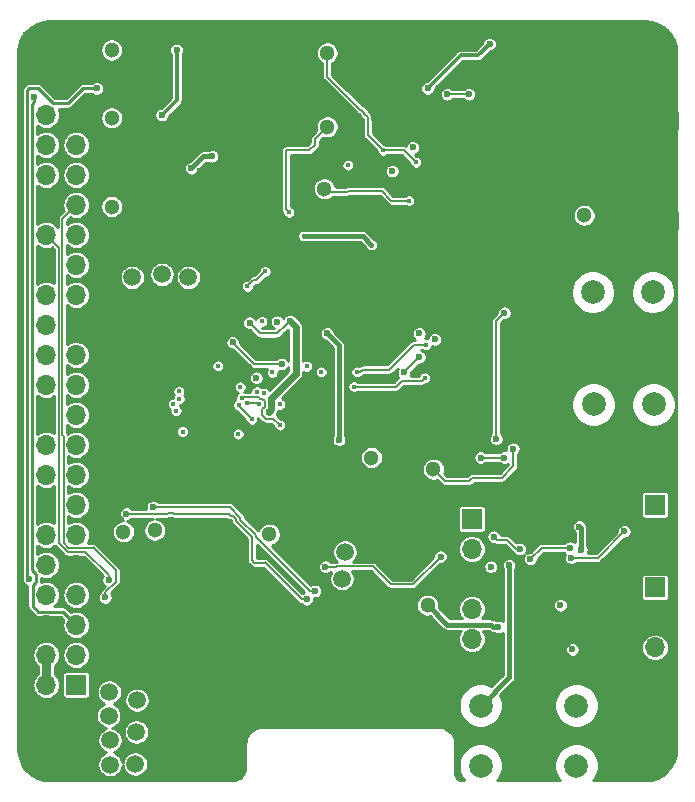
<source format=gbl>
G04 #@! TF.GenerationSoftware,KiCad,Pcbnew,(5.1.4)-1*
G04 #@! TF.CreationDate,2019-12-12T20:12:38+01:00*
G04 #@! TF.ProjectId,rf-receiver,72662d72-6563-4656-9976-65722e6b6963,Rev 2*
G04 #@! TF.SameCoordinates,Original*
G04 #@! TF.FileFunction,Copper,L4,Bot*
G04 #@! TF.FilePolarity,Positive*
%FSLAX46Y46*%
G04 Gerber Fmt 4.6, Leading zero omitted, Abs format (unit mm)*
G04 Created by KiCad (PCBNEW (5.1.4)-1) date 2019-12-12 20:12:38*
%MOMM*%
%LPD*%
G04 APERTURE LIST*
%ADD10C,2.000000*%
%ADD11C,1.300000*%
%ADD12O,1.700000X1.700000*%
%ADD13R,1.700000X1.700000*%
%ADD14C,5.400000*%
%ADD15R,5.080000X1.500000*%
%ADD16C,0.450000*%
%ADD17C,1.000000*%
%ADD18C,0.600000*%
%ADD19C,0.400000*%
%ADD20C,1.500000*%
%ADD21C,0.400000*%
%ADD22C,0.200000*%
%ADD23C,0.800000*%
%ADD24C,0.350000*%
%ADD25C,0.600000*%
%ADD26C,0.250000*%
%ADD27C,0.150000*%
%ADD28C,0.254000*%
G04 APERTURE END LIST*
D10*
X122600000Y-121080000D03*
X122600000Y-116000000D03*
X129130000Y-90500000D03*
X124050000Y-90500000D03*
X129080000Y-81000000D03*
X124000000Y-81000000D03*
X114500000Y-121080000D03*
X114500000Y-116000000D03*
D11*
X83250000Y-73750000D03*
X83250000Y-66250000D03*
X83250000Y-60500000D03*
X110000000Y-107500000D03*
X105250000Y-95000000D03*
X110500000Y-96000000D03*
X91200000Y-101150000D03*
X86900000Y-101150000D03*
X101500000Y-60750000D03*
X101250000Y-72250000D03*
X96600000Y-101500000D03*
X123250000Y-74500000D03*
X123250000Y-67750000D03*
X101500000Y-67000000D03*
X84250000Y-101300000D03*
D12*
X129250000Y-101540000D03*
D13*
X129250000Y-99000000D03*
D12*
X113750000Y-110370000D03*
X113750000Y-107830000D03*
X113750000Y-105290000D03*
X113750000Y-102750000D03*
D13*
X113750000Y-100210000D03*
D12*
X77710000Y-65990000D03*
X80250000Y-65990000D03*
X77710000Y-68530000D03*
X80250000Y-68530000D03*
X77710000Y-71070000D03*
X80250000Y-71070000D03*
X77710000Y-73610000D03*
X80250000Y-73610000D03*
X77710000Y-76150000D03*
X80250000Y-76150000D03*
X77710000Y-78690000D03*
X80250000Y-78690000D03*
X77710000Y-81230000D03*
X80250000Y-81230000D03*
X77710000Y-83770000D03*
X80250000Y-83770000D03*
X77710000Y-86310000D03*
X80250000Y-86310000D03*
X77710000Y-88850000D03*
X80250000Y-88850000D03*
X77710000Y-91390000D03*
X80250000Y-91390000D03*
X77710000Y-93930000D03*
X80250000Y-93930000D03*
X77710000Y-96470000D03*
X80250000Y-96470000D03*
X77710000Y-99010000D03*
X80250000Y-99010000D03*
X77710000Y-101550000D03*
X80250000Y-101550000D03*
X77710000Y-104090000D03*
X80250000Y-104090000D03*
X77710000Y-106630000D03*
X80250000Y-106630000D03*
X77710000Y-109170000D03*
X80250000Y-109170000D03*
X77710000Y-111710000D03*
X80250000Y-111710000D03*
X77710000Y-114250000D03*
D13*
X80250000Y-114250000D03*
D14*
X79000000Y-119250000D03*
X128000000Y-119250000D03*
X128000000Y-61250000D03*
X79000000Y-61250000D03*
D15*
X128750000Y-75000000D03*
X128750000Y-66500000D03*
D13*
X129250000Y-106000000D03*
D12*
X129250000Y-108540000D03*
X129250000Y-111080000D03*
D16*
X98250000Y-74250000D03*
X105250000Y-77000000D03*
X99500000Y-76250000D03*
X108400010Y-73250000D03*
X94750000Y-80500000D03*
X96250000Y-79250000D03*
X109000000Y-70000000D03*
X106250000Y-69000000D03*
X92250000Y-87250000D03*
X103250000Y-70250000D03*
D17*
X103000000Y-115000000D03*
D18*
X87250000Y-72000000D03*
X85250000Y-72000000D03*
X85250000Y-70250000D03*
X85250000Y-67000000D03*
X85250000Y-65750000D03*
X85250000Y-64250000D03*
X85250000Y-61250000D03*
X85250000Y-59500000D03*
X87250000Y-59500000D03*
X90750000Y-59500000D03*
X93250000Y-59500000D03*
X96750000Y-59500000D03*
X98750000Y-59500000D03*
X98750000Y-61250000D03*
X98750000Y-67000000D03*
X98750000Y-65500000D03*
X98750000Y-64250000D03*
X98750000Y-71750000D03*
X98750000Y-70250000D03*
X96750000Y-72000000D03*
X93250000Y-72000000D03*
X90750000Y-72000000D03*
X120400000Y-71900000D03*
X120400000Y-73200000D03*
X120400000Y-74300000D03*
X120400000Y-75300000D03*
X119300000Y-75400000D03*
X118000000Y-75400000D03*
X116800000Y-75400000D03*
X113300000Y-75400000D03*
X112100000Y-75400000D03*
X110900000Y-75400000D03*
X107700000Y-75500000D03*
X106700000Y-75500000D03*
X105600000Y-75500000D03*
X104600000Y-75500000D03*
X104100000Y-74800000D03*
X104100000Y-73500000D03*
X104100000Y-71900000D03*
X104100000Y-68500000D03*
X104100000Y-66500000D03*
X104100000Y-62800000D03*
X104100000Y-61800000D03*
X104100000Y-60900000D03*
X104100000Y-59900000D03*
X104400000Y-59100000D03*
X105500000Y-59100000D03*
X106500000Y-59100000D03*
X107600000Y-59100000D03*
X110600000Y-59100000D03*
X111300000Y-59100000D03*
X112200000Y-59100000D03*
X113000000Y-59100000D03*
X113800000Y-59100000D03*
X116700000Y-59100000D03*
X117600000Y-59100000D03*
X118600000Y-59100000D03*
X119500000Y-59100000D03*
X120400000Y-62800000D03*
X120400000Y-61800000D03*
X120400000Y-60800000D03*
X120400000Y-59900000D03*
X120400000Y-59100000D03*
X120400000Y-68900000D03*
X120400000Y-68200000D03*
X120400000Y-67300000D03*
X120400000Y-66500000D03*
X120400000Y-65700000D03*
X105300000Y-80050000D03*
X106500000Y-79250000D03*
X107600000Y-79250000D03*
X110600000Y-79250000D03*
X111600000Y-79250000D03*
X112500000Y-79250000D03*
X113500000Y-79250000D03*
X116700000Y-79250000D03*
X117800000Y-79250000D03*
X118800000Y-79450000D03*
X118700000Y-84250000D03*
X118700000Y-85150000D03*
X118800000Y-85950000D03*
X118700000Y-87050000D03*
X118700000Y-90050000D03*
X118700000Y-90950000D03*
X118400000Y-91750000D03*
X117600000Y-91750000D03*
X116700000Y-91750000D03*
X110600000Y-91750000D03*
X111700000Y-91750000D03*
X112600000Y-91750000D03*
X113500000Y-91750000D03*
X90550000Y-98300000D03*
X91450000Y-98300000D03*
X92450000Y-98200000D03*
X93450000Y-98200000D03*
X97050000Y-98200000D03*
X98350000Y-98300000D03*
X99250000Y-98300000D03*
X100150000Y-98000000D03*
X100150000Y-96700000D03*
X100150000Y-95600000D03*
X100150000Y-94600000D03*
X100150000Y-91200000D03*
X100150000Y-89800000D03*
X100150000Y-88600000D03*
X93350000Y-82000000D03*
X92450000Y-82000000D03*
X91450000Y-82000000D03*
X90550000Y-82000000D03*
X87350000Y-81900000D03*
X86050000Y-81900000D03*
X84950000Y-82000000D03*
X83850000Y-82000000D03*
X83850000Y-83000000D03*
X83850000Y-84100000D03*
X83850000Y-85400000D03*
X83850000Y-89100000D03*
X83850000Y-90500000D03*
X83850000Y-91500000D03*
X83750000Y-95600000D03*
X83750000Y-97200000D03*
X83750000Y-98200000D03*
X84850000Y-98200000D03*
X86050000Y-98200000D03*
X87350000Y-98200000D03*
X107250000Y-91750000D03*
X105250000Y-91750000D03*
X105250000Y-90000000D03*
X105250000Y-87000000D03*
X105250000Y-85500000D03*
X105250000Y-84000000D03*
X105250000Y-81000000D03*
X105250000Y-79250000D03*
X96950000Y-82000000D03*
X98500000Y-82000000D03*
X99500000Y-82000000D03*
X100250000Y-82750000D03*
X100250000Y-84000000D03*
X100250000Y-85500000D03*
X117500000Y-84000000D03*
X117750000Y-85750000D03*
X117750000Y-81000000D03*
X117250000Y-80250000D03*
X106750000Y-102000000D03*
X108500000Y-101750000D03*
X86250000Y-78500000D03*
X92000000Y-78000000D03*
X92000000Y-76250000D03*
X92000000Y-74500000D03*
X105500000Y-61750000D03*
X107750000Y-61500000D03*
X109500000Y-59750000D03*
X110250000Y-60250000D03*
X90500000Y-67500000D03*
X93500000Y-58500000D03*
X91000000Y-58500000D03*
X84500000Y-93000000D03*
X85500000Y-90000000D03*
X105250000Y-82500000D03*
X76000000Y-59250000D03*
X75500000Y-61000000D03*
X75500000Y-62500000D03*
X75500000Y-64250000D03*
X75500000Y-66000000D03*
X75500000Y-68000000D03*
X75500000Y-70000000D03*
X75500000Y-72250000D03*
X75500000Y-74250000D03*
X75500000Y-76250000D03*
X75500000Y-78500000D03*
X75500000Y-80750000D03*
X75500000Y-83000000D03*
X75500000Y-85250000D03*
X75500000Y-87500000D03*
X75500000Y-89750000D03*
X75500000Y-92250000D03*
X75500000Y-94750000D03*
X75500000Y-97000000D03*
X75500000Y-99000000D03*
X75500000Y-101250000D03*
X75500000Y-103500000D03*
X75500000Y-105750000D03*
X75500000Y-107750000D03*
X75500000Y-109500000D03*
X75500000Y-111500000D03*
X75500000Y-113500000D03*
X75500000Y-115500000D03*
X97500000Y-68750000D03*
X97000000Y-70500000D03*
X95250000Y-70750000D03*
X96000000Y-69000000D03*
X93000000Y-70000000D03*
X91500000Y-68750000D03*
X90750000Y-70750000D03*
X89000000Y-70750000D03*
X87000000Y-70750000D03*
X86500000Y-65500000D03*
X87500000Y-64750000D03*
X89500000Y-69500000D03*
X105500000Y-70000000D03*
X105500000Y-71750000D03*
X105500000Y-73250000D03*
X106500000Y-74000000D03*
X108750000Y-74000000D03*
X111000000Y-74000000D03*
X108750000Y-72250000D03*
X108000000Y-70750000D03*
X107000000Y-72500000D03*
X106500000Y-70000000D03*
X119250000Y-74250000D03*
X117500000Y-74250000D03*
X116500000Y-73250000D03*
X115250000Y-71750000D03*
X116500000Y-71000000D03*
X118500000Y-71000000D03*
X119250000Y-72250000D03*
X117500000Y-72250000D03*
X120250000Y-70250000D03*
X114000000Y-66500000D03*
X115000000Y-73500000D03*
X113500000Y-72000000D03*
X112500000Y-72250000D03*
X111750000Y-60000000D03*
X113250000Y-60000000D03*
X111250000Y-66500000D03*
X105500000Y-66250000D03*
X88750000Y-81750000D03*
X116750000Y-87750000D03*
X117750000Y-87750000D03*
X107250000Y-90500000D03*
X106250000Y-89750000D03*
X106250000Y-88250000D03*
X107250000Y-88250000D03*
X106500000Y-87000000D03*
X106500000Y-86000000D03*
X106500000Y-85250000D03*
X106500000Y-84250000D03*
X106500000Y-83250000D03*
X106500000Y-80750000D03*
X106500000Y-82000000D03*
X107500000Y-83250000D03*
X107500000Y-82000000D03*
X107500000Y-80500000D03*
X115500000Y-79750000D03*
X114500000Y-79000000D03*
X98250000Y-90300000D03*
X98950000Y-90400000D03*
X94000000Y-84500000D03*
D19*
X97450000Y-88000000D03*
D18*
X98050000Y-84600000D03*
X97000000Y-82750000D03*
X99150000Y-83000000D03*
X98950000Y-91400000D03*
X98950000Y-94400000D03*
X98950000Y-95700000D03*
X98850000Y-96900000D03*
X97550000Y-97000000D03*
X96050000Y-97000000D03*
X94850000Y-97000000D03*
X94750000Y-95800000D03*
X95550000Y-93200000D03*
X96550000Y-92300000D03*
X97650000Y-91400000D03*
X95950000Y-95700000D03*
X97750000Y-95800000D03*
X97750000Y-94600000D03*
X93250000Y-93250000D03*
X91250000Y-93750000D03*
X90550000Y-93300000D03*
X89550000Y-93500000D03*
X88250000Y-94500000D03*
X88250000Y-95500000D03*
X88150000Y-96800000D03*
X89500000Y-96000000D03*
X90250000Y-97000000D03*
X90250000Y-95600000D03*
X90000000Y-94500000D03*
X88650000Y-92300000D03*
D19*
X88050000Y-89300000D03*
D18*
X88650000Y-88200000D03*
X88350000Y-86300000D03*
X88150000Y-84800000D03*
X88150000Y-83400000D03*
X89150000Y-83000000D03*
X89150000Y-84400000D03*
X89150000Y-86100000D03*
X90500000Y-86900000D03*
X90500000Y-85800000D03*
X90500000Y-84700000D03*
X90500000Y-83600000D03*
X91150000Y-83100000D03*
X91450000Y-84300000D03*
X91450000Y-85700000D03*
X91450000Y-86900000D03*
X92450000Y-83900000D03*
X92750000Y-83000000D03*
X93650000Y-83100000D03*
X86000000Y-84400000D03*
X84950000Y-84400000D03*
X84000000Y-87250000D03*
X85950000Y-95600000D03*
X85250000Y-95600000D03*
X118730000Y-80575000D03*
X87750000Y-66750000D03*
X104750000Y-101750000D03*
X106750000Y-104000000D03*
X104563927Y-64786094D03*
X93500000Y-87000000D03*
X93495584Y-86097312D03*
X97500000Y-64500000D03*
X96500000Y-64500000D03*
X95250000Y-64500000D03*
X92000000Y-59500000D03*
X92000000Y-72000000D03*
X88250000Y-100250000D03*
X87500000Y-102500000D03*
X82500000Y-100500000D03*
X93750000Y-102250000D03*
X93250000Y-100500000D03*
X95250000Y-100500000D03*
X95750000Y-103000000D03*
X99500000Y-104750000D03*
X97500000Y-100000000D03*
X99500000Y-100250000D03*
X100250000Y-101250000D03*
X103250000Y-99750000D03*
X101500000Y-95000000D03*
X101500000Y-97500000D03*
X109000000Y-94000000D03*
X108000000Y-96000000D03*
X108750000Y-97750000D03*
X110250000Y-99000000D03*
X113500000Y-95750000D03*
X112000000Y-94000000D03*
X115000000Y-82750000D03*
X114000000Y-84500000D03*
X114000000Y-85750000D03*
X118750000Y-82500000D03*
X117750000Y-82750000D03*
X114500000Y-80250000D03*
X114000000Y-88000000D03*
X114250000Y-90750000D03*
X114750000Y-92000000D03*
X114250000Y-93250000D03*
X109500000Y-91250000D03*
D16*
X110500000Y-87500000D03*
X110750000Y-86250000D03*
D18*
X108500000Y-64750000D03*
X111000000Y-63750000D03*
X92750000Y-60500000D03*
X91500000Y-60500000D03*
X96000000Y-63250000D03*
X95000000Y-60000000D03*
X92000000Y-64750000D03*
X88000000Y-69000000D03*
X85500000Y-68750000D03*
D17*
X100500000Y-114500000D03*
X100000000Y-116000000D03*
X98500000Y-116750000D03*
X101500000Y-116750000D03*
X103750000Y-116750000D03*
X105750000Y-116750000D03*
X105750000Y-115250000D03*
X105250000Y-113750000D03*
X105500000Y-111750000D03*
D20*
X94050000Y-107600000D03*
X94000000Y-109700000D03*
X98300000Y-107500000D03*
X98300000Y-109350000D03*
X96300000Y-105950000D03*
D18*
X120950000Y-92700000D03*
X119550000Y-94200000D03*
D17*
X93900000Y-118550000D03*
X93200000Y-119950000D03*
X90750000Y-121100000D03*
X88200000Y-121050000D03*
X87950000Y-118600000D03*
X87950000Y-115900000D03*
X89900000Y-115300000D03*
X91750000Y-113200000D03*
X91750000Y-110500000D03*
X89300000Y-110550000D03*
X86750000Y-110550000D03*
X87850000Y-112400000D03*
X89500000Y-113650000D03*
X94250000Y-111750000D03*
X75850000Y-116900000D03*
D18*
X130750000Y-114500000D03*
X130750000Y-115700000D03*
X130850000Y-117100000D03*
X126050000Y-122250000D03*
X124400000Y-118500000D03*
X124900000Y-116950000D03*
X126000000Y-115950000D03*
X127600000Y-115350000D03*
X129650000Y-115550000D03*
X129200000Y-113950000D03*
X128000000Y-113350000D03*
X126400000Y-112950000D03*
X126550000Y-114450000D03*
X124650000Y-115200000D03*
X125050000Y-113700000D03*
X124450000Y-112850000D03*
X121850000Y-112400000D03*
X120750000Y-113500000D03*
X119550000Y-114050000D03*
X117950000Y-112900000D03*
X120400000Y-112450000D03*
X117750000Y-110850000D03*
X119450000Y-110850000D03*
X121350000Y-110700000D03*
X122550000Y-109850000D03*
X120350000Y-109750000D03*
X118450000Y-109800000D03*
X127350000Y-106950000D03*
X127350000Y-108500000D03*
X127350000Y-110350000D03*
X130750000Y-103800000D03*
X129450000Y-103750000D03*
X127700000Y-103750000D03*
X127150000Y-104800000D03*
X127000000Y-100250000D03*
X127000000Y-102600000D03*
X125750000Y-103650000D03*
X122250000Y-108250000D03*
X118750000Y-108400000D03*
X118100000Y-97750000D03*
X117950000Y-99200000D03*
X117950000Y-101150000D03*
X121650000Y-98700000D03*
X121750000Y-100100000D03*
X127050000Y-97000000D03*
X126850000Y-98450000D03*
X105450000Y-96550000D03*
X107250000Y-97800000D03*
X103500000Y-94650000D03*
X102250000Y-96500000D03*
X103950000Y-97950000D03*
X101550000Y-99600000D03*
X103200000Y-101300000D03*
X101700000Y-102200000D03*
X100450000Y-103050000D03*
X98250000Y-102800000D03*
X98400000Y-101400000D03*
X94400000Y-103150000D03*
X92950000Y-103150000D03*
X89700000Y-103000000D03*
X89400000Y-101300000D03*
X82700000Y-102000000D03*
X82450000Y-94400000D03*
X82350000Y-96150000D03*
X82450000Y-97700000D03*
X82400000Y-92700000D03*
X82400000Y-90950000D03*
X82450000Y-88700000D03*
X82400000Y-86300000D03*
X82450000Y-83800000D03*
X82400000Y-81500000D03*
X82550000Y-80400000D03*
X83950000Y-78100000D03*
X82350000Y-78050000D03*
X82300000Y-76500000D03*
X82350000Y-75000000D03*
X83800000Y-76450000D03*
X83950000Y-75000000D03*
X82400000Y-72500000D03*
X83950000Y-72350000D03*
X84000000Y-69500000D03*
X82300000Y-69200000D03*
X83150000Y-71300000D03*
X82300000Y-67200000D03*
X84200000Y-67300000D03*
X84050000Y-65000000D03*
X82150000Y-65200000D03*
X80950000Y-58200000D03*
X82100000Y-59450000D03*
X83750000Y-58550000D03*
X86000000Y-58200000D03*
X88700000Y-58250000D03*
X95050000Y-58300000D03*
X97150000Y-58300000D03*
X99650000Y-58300000D03*
X100000000Y-59650000D03*
X100050000Y-61300000D03*
X100000000Y-62700000D03*
X100000000Y-64850000D03*
X100000000Y-67050000D03*
X100600000Y-69350000D03*
X102750000Y-68950000D03*
X102800000Y-66200000D03*
X101700000Y-68250000D03*
X102950000Y-62900000D03*
X102950000Y-60900000D03*
X102900000Y-59000000D03*
X130450000Y-87950000D03*
X127600000Y-88000000D03*
X122950000Y-88000000D03*
X122300000Y-84950000D03*
X120300000Y-83600000D03*
X120150000Y-81500000D03*
X120050000Y-79050000D03*
X122550000Y-78900000D03*
X124950000Y-78300000D03*
X127900000Y-78650000D03*
X130550000Y-78350000D03*
X130500000Y-77000000D03*
X128050000Y-76850000D03*
X125700000Y-76900000D03*
X123200000Y-76700000D03*
X120650000Y-76800000D03*
X117750000Y-76900000D03*
X114700000Y-76950000D03*
X112600000Y-77000000D03*
X110100000Y-77000000D03*
X107850000Y-77500000D03*
X104200000Y-77600000D03*
X106350000Y-77650000D03*
X103550000Y-78750000D03*
X103550000Y-80150000D03*
X103800000Y-82350000D03*
X102400000Y-83450000D03*
X102500000Y-80850000D03*
X103850000Y-84200000D03*
X103500000Y-85350000D03*
X103450000Y-86800000D03*
X101600000Y-86700000D03*
X101550000Y-88700000D03*
X101550000Y-90200000D03*
X101600000Y-91550000D03*
X122150000Y-58700000D03*
X124750000Y-58750000D03*
X124500000Y-60500000D03*
X122100000Y-60650000D03*
X122050000Y-62300000D03*
X124500000Y-62300000D03*
X123050000Y-63500000D03*
X124800000Y-64500000D03*
X126600000Y-64650000D03*
X130650000Y-64650000D03*
X128550000Y-64800000D03*
X130850000Y-67950000D03*
X128700000Y-68000000D03*
X130600000Y-73450000D03*
X129100000Y-73450000D03*
X127100000Y-73350000D03*
X125450000Y-73600000D03*
X125300000Y-75100000D03*
X122100000Y-69550000D03*
X123150000Y-71000000D03*
X124650000Y-71950000D03*
X125100000Y-68750000D03*
X123850000Y-69600000D03*
X121750000Y-65400000D03*
X121850000Y-67350000D03*
X125000000Y-67800000D03*
X86250000Y-75400000D03*
X122750000Y-92450000D03*
X124450000Y-92600000D03*
X127400000Y-92450000D03*
X114000000Y-97950000D03*
X112000000Y-98000000D03*
X111000000Y-100400000D03*
X110950000Y-102050000D03*
X111150000Y-104400000D03*
X126250000Y-83250000D03*
X124350000Y-83300000D03*
X121900000Y-82200000D03*
X121900000Y-80200000D03*
X121800000Y-75300000D03*
X121700000Y-73450000D03*
X101250000Y-75500000D03*
D16*
X93949982Y-93009403D03*
X89250000Y-92800000D03*
X95552698Y-89422965D03*
D20*
X87500000Y-79499978D03*
X84999996Y-79750000D03*
X89750000Y-79750000D03*
X103000022Y-103000000D03*
X102750000Y-105250000D03*
X83050000Y-114850000D03*
X83000000Y-116850000D03*
X83100000Y-118950000D03*
X83100000Y-121000000D03*
X85250000Y-120950000D03*
X85350000Y-118250000D03*
X85400000Y-115550000D03*
D18*
X100449999Y-106300001D03*
X86753435Y-99199990D03*
X121250000Y-107500000D03*
D16*
X99750000Y-87274990D03*
X94729342Y-90389104D03*
X96137046Y-89559155D03*
X95717977Y-90488424D03*
X88700000Y-91050018D03*
D18*
X122250000Y-111250000D03*
X84500000Y-99750000D03*
X99750000Y-107000000D03*
X113500000Y-64250000D03*
X111654970Y-64250000D03*
D16*
X109750000Y-88250000D03*
X103750000Y-89000000D03*
X97500000Y-90500000D03*
X94124977Y-89028537D03*
X88477161Y-90492902D03*
D18*
X117250000Y-94250000D03*
D16*
X88950000Y-89400000D03*
X97500000Y-92250000D03*
X94250001Y-90000000D03*
X101000000Y-87750000D03*
X104000000Y-87750004D03*
X88975010Y-90039917D03*
X95108098Y-91761661D03*
X94000000Y-90574990D03*
X109868762Y-85459472D03*
D18*
X97638853Y-87085170D03*
X93500006Y-85250000D03*
X97250000Y-83500000D03*
X95500000Y-88249980D03*
X110000000Y-63750000D03*
X115250000Y-60000000D03*
X107000000Y-70750000D03*
X108750000Y-68750000D03*
X101500000Y-84500000D03*
X102500000Y-93500000D03*
X98350010Y-83450007D03*
X94922391Y-83600751D03*
X96575122Y-91107528D03*
X116000000Y-109350000D03*
X123000000Y-102800000D03*
X122850000Y-100850000D03*
X109287500Y-84500000D03*
X109287500Y-86500000D03*
X116500000Y-95000000D03*
X114500000Y-95000000D03*
X108000000Y-87775024D03*
X110623920Y-85007531D03*
X116500000Y-82750000D03*
X115800010Y-93424132D03*
D16*
X96861312Y-87800000D03*
X95971347Y-83480326D03*
D18*
X76650011Y-64500000D03*
X126650000Y-101250000D03*
X122150000Y-103500000D03*
X101350000Y-104250000D03*
X111100000Y-103400000D03*
X115600000Y-101700000D03*
X117800000Y-102750000D03*
X82000000Y-63750000D03*
X76250000Y-105250000D03*
X122050000Y-102650000D03*
X118700000Y-103600000D03*
X115350000Y-104250000D03*
X87500000Y-66000000D03*
X90000000Y-70500000D03*
X91750000Y-69500000D03*
X88750000Y-60500000D03*
X116900000Y-104125010D03*
X82700000Y-106850000D03*
X82997378Y-105385881D03*
D21*
X105250000Y-77000000D02*
X104500000Y-76250000D01*
X104500000Y-76250000D02*
X99500000Y-76250000D01*
D22*
X98000000Y-74000000D02*
X98250000Y-74250000D01*
X98000000Y-69000000D02*
X98000000Y-74000000D01*
X100000000Y-69000000D02*
X98000000Y-69000000D01*
X100500001Y-68499999D02*
X100000000Y-69000000D01*
X101500000Y-67000000D02*
X100500001Y-67999999D01*
X100500001Y-67999999D02*
X100500001Y-68499999D01*
X101750000Y-72500000D02*
X101500000Y-72250000D01*
X103174264Y-72500000D02*
X101750000Y-72500000D01*
X103224265Y-72449999D02*
X103174264Y-72500000D01*
X106135997Y-72449999D02*
X103224265Y-72449999D01*
X108400010Y-73250000D02*
X106935998Y-73250000D01*
X106935998Y-73250000D02*
X106135997Y-72449999D01*
X94750000Y-80500000D02*
X95250000Y-80000000D01*
X95250000Y-80000000D02*
X95500000Y-80000000D01*
X95500000Y-80000000D02*
X96250000Y-79250000D01*
X109000000Y-70000000D02*
X108000000Y-69000000D01*
X106674264Y-69000000D02*
X106250000Y-69000000D01*
X108000000Y-69000000D02*
X106674264Y-69000000D01*
X101500000Y-62750000D02*
X101500000Y-60750000D01*
X104299999Y-65549999D02*
X101500000Y-62750000D01*
X104364001Y-65549999D02*
X104299999Y-65549999D01*
X104650001Y-65835999D02*
X104364001Y-65549999D01*
X104650001Y-65900001D02*
X104650001Y-65835999D01*
X106250000Y-69000000D02*
X104949999Y-67699999D01*
X104949999Y-67699999D02*
X104949999Y-66199999D01*
X104949999Y-66199999D02*
X104650001Y-65900001D01*
D23*
X77710000Y-114250000D02*
X77710000Y-111710000D01*
D22*
X94150012Y-100091020D02*
X93258982Y-99199990D01*
X93258982Y-99199990D02*
X87177699Y-99199990D01*
X87177699Y-99199990D02*
X86753435Y-99199990D01*
X100449999Y-106300001D02*
X100025735Y-106300001D01*
X95491019Y-101596029D02*
X94150012Y-100255022D01*
X94150012Y-100255022D02*
X94150012Y-100091020D01*
X100025735Y-106300001D02*
X95491019Y-101765285D01*
X95491019Y-101765285D02*
X95491019Y-101596029D01*
X95618657Y-90389104D02*
X95717977Y-90488424D01*
X94729342Y-90389104D02*
X95618657Y-90389104D01*
X95141008Y-103700000D02*
X95341020Y-103900012D01*
X95141008Y-101741008D02*
X95141008Y-103700000D01*
X93800001Y-100400001D02*
X95141008Y-101741008D01*
X93800001Y-100235999D02*
X93800001Y-100400001D01*
X95341020Y-103900012D02*
X96158981Y-103900011D01*
X93514001Y-99949999D02*
X93800001Y-100235999D01*
X99325736Y-107000000D02*
X99750000Y-107000000D01*
X88514001Y-99699999D02*
X88564002Y-99750000D01*
X93349999Y-99949999D02*
X93514001Y-99949999D01*
X96192364Y-103866628D02*
X99325736Y-107000000D01*
X88564002Y-99750000D02*
X93150000Y-99750000D01*
X84500000Y-99750000D02*
X87935998Y-99750000D01*
X93150000Y-99750000D02*
X93349999Y-99949999D01*
X87935998Y-99750000D02*
X87985999Y-99699999D01*
X96158981Y-103900011D02*
X96192364Y-103866628D01*
X87985999Y-99699999D02*
X88514001Y-99699999D01*
X113500000Y-64250000D02*
X112000000Y-64250000D01*
X112000000Y-64250000D02*
X111654970Y-64250000D01*
X109750000Y-88250000D02*
X109500000Y-88500000D01*
X107814002Y-88500000D02*
X107314002Y-89000000D01*
X109500000Y-88500000D02*
X107814002Y-88500000D01*
X107314002Y-89000000D02*
X103750000Y-89000000D01*
X113799999Y-96700001D02*
X116299999Y-96700001D01*
X113500000Y-97000000D02*
X113799999Y-96700001D01*
X116299999Y-96700001D02*
X117250000Y-95750000D01*
X117250000Y-95750000D02*
X117250000Y-94250000D01*
X111499999Y-96999999D02*
X110500000Y-96000000D01*
X113500000Y-97000000D02*
X111499999Y-96999999D01*
X96950011Y-91700011D02*
X96279918Y-91700011D01*
X95967918Y-91388011D02*
X95967918Y-90919333D01*
X97500000Y-92250000D02*
X96950011Y-91700011D01*
X95997934Y-90029157D02*
X95839257Y-90029157D01*
X95708066Y-89897966D02*
X94352035Y-89897966D01*
X96200012Y-90687239D02*
X96200012Y-90231235D01*
X96279918Y-91700011D02*
X95967918Y-91388011D01*
X94352035Y-89897966D02*
X94250001Y-90000000D01*
X95839257Y-90029157D02*
X95708066Y-89897966D01*
X96200012Y-90231235D02*
X95997934Y-90029157D01*
X95967918Y-90919333D02*
X96200012Y-90687239D01*
X94000000Y-90653563D02*
X94000000Y-90574990D01*
X95108098Y-91761661D02*
X94000000Y-90653563D01*
X106764001Y-87550001D02*
X108854530Y-85459472D01*
X104518201Y-87550001D02*
X106764001Y-87550001D01*
X104318198Y-87750004D02*
X104518201Y-87550001D01*
X108854530Y-85459472D02*
X109550564Y-85459472D01*
X104000000Y-87750004D02*
X104318198Y-87750004D01*
X109550564Y-85459472D02*
X109868762Y-85459472D01*
X93800005Y-85549999D02*
X93500006Y-85250000D01*
X97638853Y-87085170D02*
X95335176Y-87085170D01*
X95335176Y-87085170D02*
X93800005Y-85549999D01*
D24*
X114287500Y-60962500D02*
X115250000Y-60000000D01*
X110000000Y-63750000D02*
X112787500Y-60962500D01*
X112787500Y-60962500D02*
X114287500Y-60962500D01*
D21*
X101500000Y-84500000D02*
X102500000Y-85500000D01*
X102500000Y-93075736D02*
X102500000Y-93500000D01*
X102500000Y-85500000D02*
X102500000Y-93075736D01*
D22*
X98050011Y-83750006D02*
X97999994Y-83750006D01*
X98350010Y-83450007D02*
X98050011Y-83750006D01*
X97999994Y-83750006D02*
X97250000Y-84500000D01*
X97250000Y-84500000D02*
X95821640Y-84500000D01*
X95821640Y-84500000D02*
X94922391Y-83600751D01*
D25*
X98850001Y-87903435D02*
X96750023Y-90003413D01*
X96750023Y-90932627D02*
X96575122Y-91107528D01*
X96750023Y-90003413D02*
X96750023Y-90932627D01*
X98350010Y-83450007D02*
X98850001Y-83949998D01*
X98850001Y-83949998D02*
X98850001Y-87903435D01*
D21*
X115375736Y-109150000D02*
X115575736Y-109350000D01*
X110000000Y-107500000D02*
X111650000Y-109150000D01*
X111650000Y-109150000D02*
X115375736Y-109150000D01*
X115575736Y-109350000D02*
X116000000Y-109350000D01*
X123000000Y-102800000D02*
X123000000Y-101000000D01*
X123000000Y-101000000D02*
X122850000Y-100850000D01*
D22*
X116500000Y-95000000D02*
X114500000Y-95000000D01*
X108012476Y-87775024D02*
X109287500Y-86500000D01*
X108000000Y-87775024D02*
X108012476Y-87775024D01*
X115800010Y-83449990D02*
X115800010Y-92999868D01*
X116500000Y-82750000D02*
X115800010Y-83449990D01*
X115800010Y-92999868D02*
X115800010Y-93424132D01*
D26*
X80250000Y-109170000D02*
X79124999Y-108044999D01*
X76500000Y-104545002D02*
X76500000Y-65074275D01*
X79124999Y-108044999D02*
X77044999Y-108044999D01*
X76825029Y-104870031D02*
X76500000Y-104545002D01*
X77044999Y-108044999D02*
X76575001Y-107575001D01*
X76500000Y-65074275D02*
X76650011Y-64924264D01*
X76825029Y-105525973D02*
X76825029Y-104870031D01*
X76575001Y-105776001D02*
X76825029Y-105525973D01*
X76575001Y-107575001D02*
X76575001Y-105776001D01*
X76650011Y-64924264D02*
X76650011Y-64500000D01*
D22*
X126650000Y-101250000D02*
X124400000Y-103500000D01*
X124400000Y-103500000D02*
X122150000Y-103500000D01*
D27*
X102257999Y-104224999D02*
X105374999Y-104224999D01*
X101350000Y-104250000D02*
X102232998Y-104250000D01*
X102232998Y-104250000D02*
X102257999Y-104224999D01*
X105374999Y-104224999D02*
X106900000Y-105750000D01*
X106900000Y-105750000D02*
X108750000Y-105750000D01*
X108750000Y-105750000D02*
X111100000Y-103400000D01*
X115899999Y-101999999D02*
X116749999Y-101999999D01*
X115600000Y-101700000D02*
X115899999Y-101999999D01*
X116749999Y-101999999D02*
X117500000Y-102750000D01*
X117500000Y-102750000D02*
X117800000Y-102750000D01*
D26*
X76075001Y-105075001D02*
X76250000Y-105250000D01*
X80824998Y-63750000D02*
X79574998Y-65000000D01*
X76075001Y-63924999D02*
X76075001Y-105075001D01*
X79574998Y-65000000D02*
X78250000Y-65000000D01*
X76250000Y-63750000D02*
X76075001Y-63924999D01*
X78250000Y-65000000D02*
X77000000Y-63750000D01*
X82000000Y-63750000D02*
X80824998Y-63750000D01*
X77000000Y-63750000D02*
X76250000Y-63750000D01*
D22*
X122050000Y-102650000D02*
X119650000Y-102650000D01*
X119650000Y-102650000D02*
X118700000Y-103600000D01*
D21*
X90000000Y-70500000D02*
X91000000Y-69500000D01*
X91000000Y-69500000D02*
X91750000Y-69500000D01*
D24*
X88750000Y-60924264D02*
X88750000Y-60500000D01*
X88750000Y-64750000D02*
X88750000Y-60924264D01*
X87500000Y-66000000D02*
X88750000Y-64750000D01*
D21*
X116900000Y-104549274D02*
X116900000Y-104125010D01*
X114500000Y-116000000D02*
X116900000Y-113600000D01*
X116900000Y-113600000D02*
X116900000Y-104549274D01*
D27*
X82700000Y-106425736D02*
X83600000Y-105525736D01*
X82700000Y-106850000D02*
X82700000Y-106425736D01*
X83600000Y-105525736D02*
X83600000Y-104550000D01*
X83600000Y-104550000D02*
X81650000Y-102600000D01*
X81624999Y-102625001D02*
X79575001Y-102625001D01*
X81650000Y-102600000D02*
X81624999Y-102625001D01*
X79174999Y-102224999D02*
X79174999Y-93175001D01*
X79575001Y-102625001D02*
X79174999Y-102224999D01*
X79400001Y-74459999D02*
X80250000Y-73610000D01*
X79085012Y-74774988D02*
X79400001Y-74459999D01*
X79085012Y-93085013D02*
X79085012Y-74774988D01*
X79174999Y-93175001D02*
X79085012Y-93085013D01*
X81035770Y-103000009D02*
X82997378Y-104961617D01*
X82997378Y-104961617D02*
X82997378Y-105385881D01*
X79525730Y-103000009D02*
X81035770Y-103000009D01*
X78785001Y-77225001D02*
X78785001Y-102259280D01*
X77710000Y-76150000D02*
X78785001Y-77225001D01*
X78785001Y-102259280D02*
X79525730Y-103000009D01*
D28*
G36*
X128959124Y-58128729D02*
G01*
X129448860Y-58276587D01*
X129900547Y-58516754D01*
X130296983Y-58840080D01*
X130623065Y-59234245D01*
X130866380Y-59684248D01*
X131017655Y-60172937D01*
X131072996Y-60699468D01*
X131073000Y-60700740D01*
X131073001Y-119681548D01*
X131021271Y-120209124D01*
X130873411Y-120698862D01*
X130633248Y-121150544D01*
X130309920Y-121546983D01*
X129915755Y-121873065D01*
X129465752Y-122116380D01*
X128977065Y-122267655D01*
X128450532Y-122322996D01*
X128449260Y-122323000D01*
X124011479Y-122323000D01*
X124057961Y-122276518D01*
X124263376Y-121969093D01*
X124404868Y-121627501D01*
X124477000Y-121264868D01*
X124477000Y-120895132D01*
X124404868Y-120532499D01*
X124263376Y-120190907D01*
X124057961Y-119883482D01*
X123796518Y-119622039D01*
X123489093Y-119416624D01*
X123147501Y-119275132D01*
X122784868Y-119203000D01*
X122415132Y-119203000D01*
X122052499Y-119275132D01*
X121710907Y-119416624D01*
X121403482Y-119622039D01*
X121142039Y-119883482D01*
X120936624Y-120190907D01*
X120795132Y-120532499D01*
X120723000Y-120895132D01*
X120723000Y-121264868D01*
X120795132Y-121627501D01*
X120936624Y-121969093D01*
X121142039Y-122276518D01*
X121188521Y-122323000D01*
X115911479Y-122323000D01*
X115957961Y-122276518D01*
X116163376Y-121969093D01*
X116304868Y-121627501D01*
X116377000Y-121264868D01*
X116377000Y-120895132D01*
X116304868Y-120532499D01*
X116163376Y-120190907D01*
X115957961Y-119883482D01*
X115696518Y-119622039D01*
X115389093Y-119416624D01*
X115047501Y-119275132D01*
X114684868Y-119203000D01*
X114315132Y-119203000D01*
X113952499Y-119275132D01*
X113610907Y-119416624D01*
X113303482Y-119622039D01*
X113042039Y-119883482D01*
X112836624Y-120190907D01*
X112695132Y-120532499D01*
X112623000Y-120895132D01*
X112623000Y-121264868D01*
X112695132Y-121627501D01*
X112836624Y-121969093D01*
X113042039Y-122276518D01*
X113088521Y-122323000D01*
X112968442Y-122323000D01*
X112829341Y-122309361D01*
X112713280Y-122274319D01*
X112606239Y-122217405D01*
X112512288Y-122140781D01*
X112435009Y-122047368D01*
X112377346Y-121940722D01*
X112341496Y-121824909D01*
X112327000Y-121686991D01*
X112327000Y-119181481D01*
X112325381Y-119165041D01*
X112325424Y-119158849D01*
X112324911Y-119153610D01*
X112304510Y-118959514D01*
X112297634Y-118926017D01*
X112291236Y-118892480D01*
X112289715Y-118887440D01*
X112232003Y-118701002D01*
X112218761Y-118669500D01*
X112205962Y-118637822D01*
X112203491Y-118633174D01*
X112110666Y-118461497D01*
X112091570Y-118433186D01*
X112072848Y-118404577D01*
X112069521Y-118400497D01*
X111945117Y-118250120D01*
X111920883Y-118226055D01*
X111896965Y-118201631D01*
X111892909Y-118198275D01*
X111741667Y-118074925D01*
X111713200Y-118056011D01*
X111685013Y-118036712D01*
X111680383Y-118034208D01*
X111508060Y-117942583D01*
X111476533Y-117929589D01*
X111445064Y-117916101D01*
X111440035Y-117914545D01*
X111253199Y-117858135D01*
X111219640Y-117851490D01*
X111186258Y-117844395D01*
X111181023Y-117843844D01*
X110986789Y-117824799D01*
X110986785Y-117824799D01*
X110968519Y-117823000D01*
X95931481Y-117823000D01*
X95915041Y-117824619D01*
X95908849Y-117824576D01*
X95903610Y-117825089D01*
X95709514Y-117845490D01*
X95676017Y-117852366D01*
X95642480Y-117858764D01*
X95637442Y-117860284D01*
X95637436Y-117860286D01*
X95451002Y-117917997D01*
X95419500Y-117931239D01*
X95387822Y-117944038D01*
X95383174Y-117946509D01*
X95211497Y-118039334D01*
X95183186Y-118058430D01*
X95154577Y-118077152D01*
X95150497Y-118080479D01*
X95000120Y-118204883D01*
X94976055Y-118229117D01*
X94951631Y-118253035D01*
X94948275Y-118257091D01*
X94824925Y-118408333D01*
X94806011Y-118436800D01*
X94786712Y-118464987D01*
X94784208Y-118469617D01*
X94692583Y-118641940D01*
X94679589Y-118673467D01*
X94666101Y-118704936D01*
X94664545Y-118709965D01*
X94608135Y-118896801D01*
X94601490Y-118930360D01*
X94594395Y-118963742D01*
X94593844Y-118968977D01*
X94574799Y-119163211D01*
X94574799Y-119163216D01*
X94573000Y-119181482D01*
X94573001Y-121181550D01*
X94549839Y-121417776D01*
X94486595Y-121627252D01*
X94383865Y-121820458D01*
X94245567Y-121990028D01*
X94076959Y-122129512D01*
X93884480Y-122233586D01*
X93675448Y-122298292D01*
X93440361Y-122323000D01*
X77968442Y-122323000D01*
X77440876Y-122271271D01*
X76951138Y-122123411D01*
X76499456Y-121883248D01*
X76103017Y-121559920D01*
X75776935Y-121165755D01*
X75533620Y-120715752D01*
X75382345Y-120227065D01*
X75327004Y-119700532D01*
X75327000Y-119699260D01*
X75327000Y-116743925D01*
X81923000Y-116743925D01*
X81923000Y-116956075D01*
X81964389Y-117164149D01*
X82045575Y-117360151D01*
X82163440Y-117536547D01*
X82313453Y-117686560D01*
X82489849Y-117804425D01*
X82685851Y-117885611D01*
X82808188Y-117909946D01*
X82785851Y-117914389D01*
X82589849Y-117995575D01*
X82413453Y-118113440D01*
X82263440Y-118263453D01*
X82145575Y-118439849D01*
X82064389Y-118635851D01*
X82023000Y-118843925D01*
X82023000Y-119056075D01*
X82064389Y-119264149D01*
X82145575Y-119460151D01*
X82263440Y-119636547D01*
X82413453Y-119786560D01*
X82589849Y-119904425D01*
X82760234Y-119975000D01*
X82589849Y-120045575D01*
X82413453Y-120163440D01*
X82263440Y-120313453D01*
X82145575Y-120489849D01*
X82064389Y-120685851D01*
X82023000Y-120893925D01*
X82023000Y-121106075D01*
X82064389Y-121314149D01*
X82145575Y-121510151D01*
X82263440Y-121686547D01*
X82413453Y-121836560D01*
X82589849Y-121954425D01*
X82785851Y-122035611D01*
X82993925Y-122077000D01*
X83206075Y-122077000D01*
X83414149Y-122035611D01*
X83610151Y-121954425D01*
X83786547Y-121836560D01*
X83936560Y-121686547D01*
X84054425Y-121510151D01*
X84135611Y-121314149D01*
X84177000Y-121106075D01*
X84177000Y-121076184D01*
X84214389Y-121264149D01*
X84295575Y-121460151D01*
X84413440Y-121636547D01*
X84563453Y-121786560D01*
X84739849Y-121904425D01*
X84935851Y-121985611D01*
X85143925Y-122027000D01*
X85356075Y-122027000D01*
X85564149Y-121985611D01*
X85760151Y-121904425D01*
X85936547Y-121786560D01*
X86086560Y-121636547D01*
X86204425Y-121460151D01*
X86285611Y-121264149D01*
X86327000Y-121056075D01*
X86327000Y-120843925D01*
X86285611Y-120635851D01*
X86204425Y-120439849D01*
X86086560Y-120263453D01*
X85936547Y-120113440D01*
X85760151Y-119995575D01*
X85564149Y-119914389D01*
X85356075Y-119873000D01*
X85143925Y-119873000D01*
X84935851Y-119914389D01*
X84739849Y-119995575D01*
X84563453Y-120113440D01*
X84413440Y-120263453D01*
X84295575Y-120439849D01*
X84214389Y-120635851D01*
X84173000Y-120843925D01*
X84173000Y-120873816D01*
X84135611Y-120685851D01*
X84054425Y-120489849D01*
X83936560Y-120313453D01*
X83786547Y-120163440D01*
X83610151Y-120045575D01*
X83439766Y-119975000D01*
X83610151Y-119904425D01*
X83786547Y-119786560D01*
X83936560Y-119636547D01*
X84054425Y-119460151D01*
X84135611Y-119264149D01*
X84177000Y-119056075D01*
X84177000Y-118843925D01*
X84135611Y-118635851D01*
X84054425Y-118439849D01*
X83936560Y-118263453D01*
X83817032Y-118143925D01*
X84273000Y-118143925D01*
X84273000Y-118356075D01*
X84314389Y-118564149D01*
X84395575Y-118760151D01*
X84513440Y-118936547D01*
X84663453Y-119086560D01*
X84839849Y-119204425D01*
X85035851Y-119285611D01*
X85243925Y-119327000D01*
X85456075Y-119327000D01*
X85664149Y-119285611D01*
X85860151Y-119204425D01*
X86036547Y-119086560D01*
X86186560Y-118936547D01*
X86304425Y-118760151D01*
X86385611Y-118564149D01*
X86427000Y-118356075D01*
X86427000Y-118143925D01*
X86385611Y-117935851D01*
X86304425Y-117739849D01*
X86186560Y-117563453D01*
X86036547Y-117413440D01*
X85860151Y-117295575D01*
X85664149Y-117214389D01*
X85456075Y-117173000D01*
X85243925Y-117173000D01*
X85035851Y-117214389D01*
X84839849Y-117295575D01*
X84663453Y-117413440D01*
X84513440Y-117563453D01*
X84395575Y-117739849D01*
X84314389Y-117935851D01*
X84273000Y-118143925D01*
X83817032Y-118143925D01*
X83786547Y-118113440D01*
X83610151Y-117995575D01*
X83414149Y-117914389D01*
X83291812Y-117890054D01*
X83314149Y-117885611D01*
X83510151Y-117804425D01*
X83686547Y-117686560D01*
X83836560Y-117536547D01*
X83954425Y-117360151D01*
X84035611Y-117164149D01*
X84077000Y-116956075D01*
X84077000Y-116743925D01*
X84035611Y-116535851D01*
X83954425Y-116339849D01*
X83836560Y-116163453D01*
X83686547Y-116013440D01*
X83510151Y-115895575D01*
X83425122Y-115860355D01*
X83560151Y-115804425D01*
X83736547Y-115686560D01*
X83886560Y-115536547D01*
X83948448Y-115443925D01*
X84323000Y-115443925D01*
X84323000Y-115656075D01*
X84364389Y-115864149D01*
X84445575Y-116060151D01*
X84563440Y-116236547D01*
X84713453Y-116386560D01*
X84889849Y-116504425D01*
X85085851Y-116585611D01*
X85293925Y-116627000D01*
X85506075Y-116627000D01*
X85714149Y-116585611D01*
X85910151Y-116504425D01*
X86086547Y-116386560D01*
X86236560Y-116236547D01*
X86354425Y-116060151D01*
X86435611Y-115864149D01*
X86477000Y-115656075D01*
X86477000Y-115443925D01*
X86435611Y-115235851D01*
X86354425Y-115039849D01*
X86236560Y-114863453D01*
X86086547Y-114713440D01*
X85910151Y-114595575D01*
X85714149Y-114514389D01*
X85506075Y-114473000D01*
X85293925Y-114473000D01*
X85085851Y-114514389D01*
X84889849Y-114595575D01*
X84713453Y-114713440D01*
X84563440Y-114863453D01*
X84445575Y-115039849D01*
X84364389Y-115235851D01*
X84323000Y-115443925D01*
X83948448Y-115443925D01*
X84004425Y-115360151D01*
X84085611Y-115164149D01*
X84127000Y-114956075D01*
X84127000Y-114743925D01*
X84085611Y-114535851D01*
X84004425Y-114339849D01*
X83886560Y-114163453D01*
X83736547Y-114013440D01*
X83560151Y-113895575D01*
X83364149Y-113814389D01*
X83156075Y-113773000D01*
X82943925Y-113773000D01*
X82735851Y-113814389D01*
X82539849Y-113895575D01*
X82363453Y-114013440D01*
X82213440Y-114163453D01*
X82095575Y-114339849D01*
X82014389Y-114535851D01*
X81973000Y-114743925D01*
X81973000Y-114956075D01*
X82014389Y-115164149D01*
X82095575Y-115360151D01*
X82213440Y-115536547D01*
X82363453Y-115686560D01*
X82539849Y-115804425D01*
X82624878Y-115839645D01*
X82489849Y-115895575D01*
X82313453Y-116013440D01*
X82163440Y-116163453D01*
X82045575Y-116339849D01*
X81964389Y-116535851D01*
X81923000Y-116743925D01*
X75327000Y-116743925D01*
X75327000Y-111710000D01*
X76527306Y-111710000D01*
X76550031Y-111940732D01*
X76617333Y-112162597D01*
X76726626Y-112367070D01*
X76873709Y-112546291D01*
X76983001Y-112635984D01*
X76983000Y-113324016D01*
X76873709Y-113413709D01*
X76726626Y-113592930D01*
X76617333Y-113797403D01*
X76550031Y-114019268D01*
X76527306Y-114250000D01*
X76550031Y-114480732D01*
X76617333Y-114702597D01*
X76726626Y-114907070D01*
X76873709Y-115086291D01*
X77052930Y-115233374D01*
X77257403Y-115342667D01*
X77479268Y-115409969D01*
X77652188Y-115427000D01*
X77767812Y-115427000D01*
X77940732Y-115409969D01*
X78162597Y-115342667D01*
X78367070Y-115233374D01*
X78546291Y-115086291D01*
X78693374Y-114907070D01*
X78802667Y-114702597D01*
X78869969Y-114480732D01*
X78892694Y-114250000D01*
X78869969Y-114019268D01*
X78802667Y-113797403D01*
X78693374Y-113592930D01*
X78546291Y-113413709D01*
X78529587Y-113400000D01*
X79071418Y-113400000D01*
X79071418Y-115100000D01*
X79077732Y-115164103D01*
X79096430Y-115225743D01*
X79126794Y-115282550D01*
X79167657Y-115332343D01*
X79217450Y-115373206D01*
X79274257Y-115403570D01*
X79335897Y-115422268D01*
X79400000Y-115428582D01*
X81100000Y-115428582D01*
X81164103Y-115422268D01*
X81225743Y-115403570D01*
X81282550Y-115373206D01*
X81332343Y-115332343D01*
X81373206Y-115282550D01*
X81403570Y-115225743D01*
X81422268Y-115164103D01*
X81428582Y-115100000D01*
X81428582Y-113400000D01*
X81422268Y-113335897D01*
X81403570Y-113274257D01*
X81373206Y-113217450D01*
X81332343Y-113167657D01*
X81282550Y-113126794D01*
X81225743Y-113096430D01*
X81164103Y-113077732D01*
X81100000Y-113071418D01*
X79400000Y-113071418D01*
X79335897Y-113077732D01*
X79274257Y-113096430D01*
X79217450Y-113126794D01*
X79167657Y-113167657D01*
X79126794Y-113217450D01*
X79096430Y-113274257D01*
X79077732Y-113335897D01*
X79071418Y-113400000D01*
X78529587Y-113400000D01*
X78437000Y-113324016D01*
X78437000Y-112635984D01*
X78546291Y-112546291D01*
X78693374Y-112367070D01*
X78802667Y-112162597D01*
X78869969Y-111940732D01*
X78892694Y-111710000D01*
X79067306Y-111710000D01*
X79090031Y-111940732D01*
X79157333Y-112162597D01*
X79266626Y-112367070D01*
X79413709Y-112546291D01*
X79592930Y-112693374D01*
X79797403Y-112802667D01*
X80019268Y-112869969D01*
X80192188Y-112887000D01*
X80307812Y-112887000D01*
X80480732Y-112869969D01*
X80702597Y-112802667D01*
X80907070Y-112693374D01*
X81086291Y-112546291D01*
X81233374Y-112367070D01*
X81342667Y-112162597D01*
X81409969Y-111940732D01*
X81432694Y-111710000D01*
X81409969Y-111479268D01*
X81342667Y-111257403D01*
X81233374Y-111052930D01*
X81086291Y-110873709D01*
X80907070Y-110726626D01*
X80702597Y-110617333D01*
X80480732Y-110550031D01*
X80307812Y-110533000D01*
X80192188Y-110533000D01*
X80019268Y-110550031D01*
X79797403Y-110617333D01*
X79592930Y-110726626D01*
X79413709Y-110873709D01*
X79266626Y-111052930D01*
X79157333Y-111257403D01*
X79090031Y-111479268D01*
X79067306Y-111710000D01*
X78892694Y-111710000D01*
X78869969Y-111479268D01*
X78802667Y-111257403D01*
X78693374Y-111052930D01*
X78546291Y-110873709D01*
X78367070Y-110726626D01*
X78162597Y-110617333D01*
X77940732Y-110550031D01*
X77767812Y-110533000D01*
X77652188Y-110533000D01*
X77479268Y-110550031D01*
X77257403Y-110617333D01*
X77052930Y-110726626D01*
X76873709Y-110873709D01*
X76726626Y-111052930D01*
X76617333Y-111257403D01*
X76550031Y-111479268D01*
X76527306Y-111710000D01*
X75327000Y-111710000D01*
X75327000Y-63924999D01*
X75620814Y-63924999D01*
X75623001Y-63947204D01*
X75623002Y-105052786D01*
X75620814Y-105075001D01*
X75628998Y-105158093D01*
X75623000Y-105188246D01*
X75623000Y-105311754D01*
X75647095Y-105432889D01*
X75694360Y-105546996D01*
X75762977Y-105649689D01*
X75850311Y-105737023D01*
X75953004Y-105805640D01*
X76067111Y-105852905D01*
X76123002Y-105864022D01*
X76123001Y-107552796D01*
X76120814Y-107575001D01*
X76129541Y-107663608D01*
X76135390Y-107682889D01*
X76155387Y-107748810D01*
X76197358Y-107827333D01*
X76253842Y-107896160D01*
X76271101Y-107910324D01*
X76709680Y-108348904D01*
X76723840Y-108366158D01*
X76792666Y-108422642D01*
X76871189Y-108464613D01*
X76956391Y-108490459D01*
X77044999Y-108499186D01*
X77067204Y-108496999D01*
X78937776Y-108496999D01*
X79157628Y-108716851D01*
X79157333Y-108717403D01*
X79090031Y-108939268D01*
X79067306Y-109170000D01*
X79090031Y-109400732D01*
X79157333Y-109622597D01*
X79266626Y-109827070D01*
X79413709Y-110006291D01*
X79592930Y-110153374D01*
X79797403Y-110262667D01*
X80019268Y-110329969D01*
X80192188Y-110347000D01*
X80307812Y-110347000D01*
X80480732Y-110329969D01*
X80702597Y-110262667D01*
X80907070Y-110153374D01*
X81086291Y-110006291D01*
X81233374Y-109827070D01*
X81342667Y-109622597D01*
X81409969Y-109400732D01*
X81432694Y-109170000D01*
X81409969Y-108939268D01*
X81342667Y-108717403D01*
X81233374Y-108512930D01*
X81086291Y-108333709D01*
X80907070Y-108186626D01*
X80702597Y-108077333D01*
X80480732Y-108010031D01*
X80307812Y-107993000D01*
X80192188Y-107993000D01*
X80019268Y-108010031D01*
X79797403Y-108077333D01*
X79796851Y-108077628D01*
X79460322Y-107741099D01*
X79446158Y-107723840D01*
X79377332Y-107667356D01*
X79298809Y-107625385D01*
X79213606Y-107599539D01*
X79147204Y-107592999D01*
X79124999Y-107590812D01*
X79102794Y-107592999D01*
X78391897Y-107592999D01*
X78546291Y-107466291D01*
X78693374Y-107287070D01*
X78802667Y-107082597D01*
X78869969Y-106860732D01*
X78892694Y-106630000D01*
X79067306Y-106630000D01*
X79090031Y-106860732D01*
X79157333Y-107082597D01*
X79266626Y-107287070D01*
X79413709Y-107466291D01*
X79592930Y-107613374D01*
X79797403Y-107722667D01*
X80019268Y-107789969D01*
X80192188Y-107807000D01*
X80307812Y-107807000D01*
X80480732Y-107789969D01*
X80702597Y-107722667D01*
X80907070Y-107613374D01*
X81086291Y-107466291D01*
X81233374Y-107287070D01*
X81342667Y-107082597D01*
X81409969Y-106860732D01*
X81432694Y-106630000D01*
X81409969Y-106399268D01*
X81342667Y-106177403D01*
X81233374Y-105972930D01*
X81086291Y-105793709D01*
X80907070Y-105646626D01*
X80702597Y-105537333D01*
X80480732Y-105470031D01*
X80307812Y-105453000D01*
X80192188Y-105453000D01*
X80019268Y-105470031D01*
X79797403Y-105537333D01*
X79592930Y-105646626D01*
X79413709Y-105793709D01*
X79266626Y-105972930D01*
X79157333Y-106177403D01*
X79090031Y-106399268D01*
X79067306Y-106630000D01*
X78892694Y-106630000D01*
X78869969Y-106399268D01*
X78802667Y-106177403D01*
X78693374Y-105972930D01*
X78546291Y-105793709D01*
X78367070Y-105646626D01*
X78162597Y-105537333D01*
X77940732Y-105470031D01*
X77767812Y-105453000D01*
X77652188Y-105453000D01*
X77479268Y-105470031D01*
X77278734Y-105530862D01*
X77279216Y-105525973D01*
X77277029Y-105503768D01*
X77277029Y-105188620D01*
X77479268Y-105249969D01*
X77652188Y-105267000D01*
X77767812Y-105267000D01*
X77940732Y-105249969D01*
X78162597Y-105182667D01*
X78367070Y-105073374D01*
X78546291Y-104926291D01*
X78693374Y-104747070D01*
X78802667Y-104542597D01*
X78869969Y-104320732D01*
X78892694Y-104090000D01*
X78869969Y-103859268D01*
X78802667Y-103637403D01*
X78693374Y-103432930D01*
X78546291Y-103253709D01*
X78367070Y-103106626D01*
X78162597Y-102997333D01*
X77940732Y-102930031D01*
X77767812Y-102913000D01*
X77652188Y-102913000D01*
X77479268Y-102930031D01*
X77257403Y-102997333D01*
X77052930Y-103106626D01*
X76952000Y-103189457D01*
X76952000Y-102450543D01*
X77052930Y-102533374D01*
X77257403Y-102642667D01*
X77479268Y-102709969D01*
X77652188Y-102727000D01*
X77767812Y-102727000D01*
X77940732Y-102709969D01*
X78162597Y-102642667D01*
X78367070Y-102533374D01*
X78442567Y-102471415D01*
X78449134Y-102483700D01*
X78499370Y-102544912D01*
X78514706Y-102557498D01*
X79227509Y-103270302D01*
X79240098Y-103285641D01*
X79255434Y-103298227D01*
X79255436Y-103298229D01*
X79261976Y-103303596D01*
X79301310Y-103335877D01*
X79371147Y-103373206D01*
X79446924Y-103396192D01*
X79505983Y-103402009D01*
X79505990Y-103402009D01*
X79525730Y-103403953D01*
X79545469Y-103402009D01*
X80869257Y-103402009D01*
X82487558Y-105020311D01*
X82441738Y-105088885D01*
X82394473Y-105202992D01*
X82370378Y-105324127D01*
X82370378Y-105447635D01*
X82394473Y-105568770D01*
X82441738Y-105682877D01*
X82510355Y-105785570D01*
X82597689Y-105872904D01*
X82649620Y-105907603D01*
X82429705Y-106127518D01*
X82414369Y-106140104D01*
X82364133Y-106201316D01*
X82326804Y-106271153D01*
X82303817Y-106346931D01*
X82302372Y-106361600D01*
X82300311Y-106362977D01*
X82212977Y-106450311D01*
X82144360Y-106553004D01*
X82097095Y-106667111D01*
X82073000Y-106788246D01*
X82073000Y-106911754D01*
X82097095Y-107032889D01*
X82144360Y-107146996D01*
X82212977Y-107249689D01*
X82300311Y-107337023D01*
X82403004Y-107405640D01*
X82517111Y-107452905D01*
X82638246Y-107477000D01*
X82761754Y-107477000D01*
X82882889Y-107452905D01*
X82996996Y-107405640D01*
X83099689Y-107337023D01*
X83187023Y-107249689D01*
X83255640Y-107146996D01*
X83302905Y-107032889D01*
X83327000Y-106911754D01*
X83327000Y-106788246D01*
X83302905Y-106667111D01*
X83255640Y-106553004D01*
X83209820Y-106484429D01*
X83870297Y-105823953D01*
X83885632Y-105811368D01*
X83935868Y-105750156D01*
X83973197Y-105680319D01*
X83996183Y-105604542D01*
X84002000Y-105545483D01*
X84002000Y-105545476D01*
X84003944Y-105525737D01*
X84002000Y-105505997D01*
X84002000Y-104569739D01*
X84003944Y-104549999D01*
X84002000Y-104530260D01*
X84002000Y-104530253D01*
X83996183Y-104471194D01*
X83973197Y-104395417D01*
X83935868Y-104325580D01*
X83885632Y-104264368D01*
X83870295Y-104251781D01*
X81948222Y-102329709D01*
X81935632Y-102314368D01*
X81874419Y-102264132D01*
X81804583Y-102226804D01*
X81728805Y-102203817D01*
X81650000Y-102196056D01*
X81571195Y-102203817D01*
X81507954Y-102223001D01*
X81220300Y-102223001D01*
X81233374Y-102207070D01*
X81342667Y-102002597D01*
X81409969Y-101780732D01*
X81432694Y-101550000D01*
X81409969Y-101319268D01*
X81374935Y-101203774D01*
X83273000Y-101203774D01*
X83273000Y-101396226D01*
X83310546Y-101584980D01*
X83384194Y-101762783D01*
X83491115Y-101922801D01*
X83627199Y-102058885D01*
X83787217Y-102165806D01*
X83965020Y-102239454D01*
X84153774Y-102277000D01*
X84346226Y-102277000D01*
X84534980Y-102239454D01*
X84712783Y-102165806D01*
X84872801Y-102058885D01*
X85008885Y-101922801D01*
X85115806Y-101762783D01*
X85189454Y-101584980D01*
X85227000Y-101396226D01*
X85227000Y-101203774D01*
X85189454Y-101015020D01*
X85115806Y-100837217D01*
X85008885Y-100677199D01*
X84872801Y-100541115D01*
X84712783Y-100434194D01*
X84570503Y-100375260D01*
X84682889Y-100352905D01*
X84796996Y-100305640D01*
X84899689Y-100237023D01*
X84959712Y-100177000D01*
X86783665Y-100177000D01*
X86615020Y-100210546D01*
X86437217Y-100284194D01*
X86277199Y-100391115D01*
X86141115Y-100527199D01*
X86034194Y-100687217D01*
X85960546Y-100865020D01*
X85923000Y-101053774D01*
X85923000Y-101246226D01*
X85960546Y-101434980D01*
X86034194Y-101612783D01*
X86141115Y-101772801D01*
X86277199Y-101908885D01*
X86437217Y-102015806D01*
X86615020Y-102089454D01*
X86803774Y-102127000D01*
X86996226Y-102127000D01*
X87184980Y-102089454D01*
X87362783Y-102015806D01*
X87522801Y-101908885D01*
X87658885Y-101772801D01*
X87765806Y-101612783D01*
X87839454Y-101434980D01*
X87877000Y-101246226D01*
X87877000Y-101053774D01*
X87839454Y-100865020D01*
X87765806Y-100687217D01*
X87658885Y-100527199D01*
X87522801Y-100391115D01*
X87362783Y-100284194D01*
X87184980Y-100210546D01*
X87016335Y-100177000D01*
X87915031Y-100177000D01*
X87935998Y-100179065D01*
X87956965Y-100177000D01*
X87956976Y-100177000D01*
X88019705Y-100170822D01*
X88100194Y-100146405D01*
X88136500Y-100126999D01*
X88363500Y-100126999D01*
X88399806Y-100146405D01*
X88480295Y-100170822D01*
X88543024Y-100177000D01*
X88543034Y-100177000D01*
X88564001Y-100179065D01*
X88584968Y-100177000D01*
X92973131Y-100177000D01*
X93033235Y-100237104D01*
X93046604Y-100253394D01*
X93062894Y-100266763D01*
X93062898Y-100266767D01*
X93096521Y-100294360D01*
X93111623Y-100306754D01*
X93185803Y-100346404D01*
X93266292Y-100370821D01*
X93329021Y-100376999D01*
X93329033Y-100376999D01*
X93338018Y-100377884D01*
X93372116Y-100411982D01*
X93373001Y-100420968D01*
X93373001Y-100420979D01*
X93379179Y-100483708D01*
X93403596Y-100564197D01*
X93443246Y-100638377D01*
X93496606Y-100703396D01*
X93512900Y-100716768D01*
X94714008Y-101917878D01*
X94714009Y-103679023D01*
X94711943Y-103700000D01*
X94714009Y-103720977D01*
X94714009Y-103720978D01*
X94720187Y-103783707D01*
X94741455Y-103853817D01*
X94744604Y-103864196D01*
X94784253Y-103938376D01*
X94824240Y-103987100D01*
X94824245Y-103987105D01*
X94837614Y-104003395D01*
X94853904Y-104016764D01*
X95024257Y-104187117D01*
X95037626Y-104203407D01*
X95053916Y-104216776D01*
X95053920Y-104216780D01*
X95102644Y-104256768D01*
X95169813Y-104292669D01*
X95176825Y-104296417D01*
X95257314Y-104320834D01*
X95320043Y-104327012D01*
X95320053Y-104327012D01*
X95341020Y-104329077D01*
X95361988Y-104327012D01*
X96048878Y-104327010D01*
X99008977Y-107287111D01*
X99022341Y-107303395D01*
X99038625Y-107316759D01*
X99038634Y-107316768D01*
X99087359Y-107356755D01*
X99125990Y-107377403D01*
X99161540Y-107396405D01*
X99242029Y-107420822D01*
X99288707Y-107425419D01*
X99350311Y-107487023D01*
X99453004Y-107555640D01*
X99567111Y-107602905D01*
X99688246Y-107627000D01*
X99811754Y-107627000D01*
X99932889Y-107602905D01*
X100046996Y-107555640D01*
X100149689Y-107487023D01*
X100232938Y-107403774D01*
X109023000Y-107403774D01*
X109023000Y-107596226D01*
X109060546Y-107784980D01*
X109134194Y-107962783D01*
X109241115Y-108122801D01*
X109377199Y-108258885D01*
X109537217Y-108365806D01*
X109715020Y-108439454D01*
X109903774Y-108477000D01*
X110096226Y-108477000D01*
X110209232Y-108454521D01*
X111259049Y-109504339D01*
X111275552Y-109524448D01*
X111355798Y-109590304D01*
X111447350Y-109639239D01*
X111546690Y-109669374D01*
X111624119Y-109677000D01*
X111624121Y-109677000D01*
X111649999Y-109679549D01*
X111675877Y-109677000D01*
X112796113Y-109677000D01*
X112766626Y-109712930D01*
X112657333Y-109917403D01*
X112590031Y-110139268D01*
X112567306Y-110370000D01*
X112590031Y-110600732D01*
X112657333Y-110822597D01*
X112766626Y-111027070D01*
X112913709Y-111206291D01*
X113092930Y-111353374D01*
X113297403Y-111462667D01*
X113519268Y-111529969D01*
X113692188Y-111547000D01*
X113807812Y-111547000D01*
X113980732Y-111529969D01*
X114202597Y-111462667D01*
X114407070Y-111353374D01*
X114586291Y-111206291D01*
X114733374Y-111027070D01*
X114842667Y-110822597D01*
X114909969Y-110600732D01*
X114932694Y-110370000D01*
X114909969Y-110139268D01*
X114842667Y-109917403D01*
X114733374Y-109712930D01*
X114703887Y-109677000D01*
X115157446Y-109677000D01*
X115184784Y-109704338D01*
X115201288Y-109724448D01*
X115281534Y-109790304D01*
X115373086Y-109839239D01*
X115472426Y-109869374D01*
X115575736Y-109879549D01*
X115601617Y-109877000D01*
X115660141Y-109877000D01*
X115703004Y-109905640D01*
X115817111Y-109952905D01*
X115938246Y-109977000D01*
X116061754Y-109977000D01*
X116182889Y-109952905D01*
X116296996Y-109905640D01*
X116373000Y-109854856D01*
X116373000Y-113381709D01*
X115406473Y-114348237D01*
X115389093Y-114336624D01*
X115047501Y-114195132D01*
X114684868Y-114123000D01*
X114315132Y-114123000D01*
X113952499Y-114195132D01*
X113610907Y-114336624D01*
X113303482Y-114542039D01*
X113042039Y-114803482D01*
X112836624Y-115110907D01*
X112695132Y-115452499D01*
X112623000Y-115815132D01*
X112623000Y-116184868D01*
X112695132Y-116547501D01*
X112836624Y-116889093D01*
X113042039Y-117196518D01*
X113303482Y-117457961D01*
X113610907Y-117663376D01*
X113952499Y-117804868D01*
X114315132Y-117877000D01*
X114684868Y-117877000D01*
X115047501Y-117804868D01*
X115389093Y-117663376D01*
X115696518Y-117457961D01*
X115957961Y-117196518D01*
X116163376Y-116889093D01*
X116304868Y-116547501D01*
X116377000Y-116184868D01*
X116377000Y-115815132D01*
X120723000Y-115815132D01*
X120723000Y-116184868D01*
X120795132Y-116547501D01*
X120936624Y-116889093D01*
X121142039Y-117196518D01*
X121403482Y-117457961D01*
X121710907Y-117663376D01*
X122052499Y-117804868D01*
X122415132Y-117877000D01*
X122784868Y-117877000D01*
X123147501Y-117804868D01*
X123489093Y-117663376D01*
X123796518Y-117457961D01*
X124057961Y-117196518D01*
X124263376Y-116889093D01*
X124404868Y-116547501D01*
X124477000Y-116184868D01*
X124477000Y-115815132D01*
X124404868Y-115452499D01*
X124263376Y-115110907D01*
X124057961Y-114803482D01*
X123796518Y-114542039D01*
X123489093Y-114336624D01*
X123147501Y-114195132D01*
X122784868Y-114123000D01*
X122415132Y-114123000D01*
X122052499Y-114195132D01*
X121710907Y-114336624D01*
X121403482Y-114542039D01*
X121142039Y-114803482D01*
X120936624Y-115110907D01*
X120795132Y-115452499D01*
X120723000Y-115815132D01*
X116377000Y-115815132D01*
X116304868Y-115452499D01*
X116163376Y-115110907D01*
X116151763Y-115093527D01*
X117254345Y-113990946D01*
X117274448Y-113974448D01*
X117340304Y-113894202D01*
X117389239Y-113802650D01*
X117419374Y-113703310D01*
X117427000Y-113625881D01*
X117427000Y-113625880D01*
X117429549Y-113600000D01*
X117427000Y-113574119D01*
X117427000Y-111188246D01*
X121623000Y-111188246D01*
X121623000Y-111311754D01*
X121647095Y-111432889D01*
X121694360Y-111546996D01*
X121762977Y-111649689D01*
X121850311Y-111737023D01*
X121953004Y-111805640D01*
X122067111Y-111852905D01*
X122188246Y-111877000D01*
X122311754Y-111877000D01*
X122432889Y-111852905D01*
X122546996Y-111805640D01*
X122649689Y-111737023D01*
X122737023Y-111649689D01*
X122805640Y-111546996D01*
X122852905Y-111432889D01*
X122877000Y-111311754D01*
X122877000Y-111188246D01*
X122855469Y-111080000D01*
X128067306Y-111080000D01*
X128090031Y-111310732D01*
X128157333Y-111532597D01*
X128266626Y-111737070D01*
X128413709Y-111916291D01*
X128592930Y-112063374D01*
X128797403Y-112172667D01*
X129019268Y-112239969D01*
X129192188Y-112257000D01*
X129307812Y-112257000D01*
X129480732Y-112239969D01*
X129702597Y-112172667D01*
X129907070Y-112063374D01*
X130086291Y-111916291D01*
X130233374Y-111737070D01*
X130342667Y-111532597D01*
X130409969Y-111310732D01*
X130432694Y-111080000D01*
X130409969Y-110849268D01*
X130342667Y-110627403D01*
X130233374Y-110422930D01*
X130086291Y-110243709D01*
X129907070Y-110096626D01*
X129702597Y-109987333D01*
X129480732Y-109920031D01*
X129307812Y-109903000D01*
X129192188Y-109903000D01*
X129019268Y-109920031D01*
X128797403Y-109987333D01*
X128592930Y-110096626D01*
X128413709Y-110243709D01*
X128266626Y-110422930D01*
X128157333Y-110627403D01*
X128090031Y-110849268D01*
X128067306Y-111080000D01*
X122855469Y-111080000D01*
X122852905Y-111067111D01*
X122805640Y-110953004D01*
X122737023Y-110850311D01*
X122649689Y-110762977D01*
X122546996Y-110694360D01*
X122432889Y-110647095D01*
X122311754Y-110623000D01*
X122188246Y-110623000D01*
X122067111Y-110647095D01*
X121953004Y-110694360D01*
X121850311Y-110762977D01*
X121762977Y-110850311D01*
X121694360Y-110953004D01*
X121647095Y-111067111D01*
X121623000Y-111188246D01*
X117427000Y-111188246D01*
X117427000Y-107438246D01*
X120623000Y-107438246D01*
X120623000Y-107561754D01*
X120647095Y-107682889D01*
X120694360Y-107796996D01*
X120762977Y-107899689D01*
X120850311Y-107987023D01*
X120953004Y-108055640D01*
X121067111Y-108102905D01*
X121188246Y-108127000D01*
X121311754Y-108127000D01*
X121432889Y-108102905D01*
X121546996Y-108055640D01*
X121649689Y-107987023D01*
X121737023Y-107899689D01*
X121805640Y-107796996D01*
X121852905Y-107682889D01*
X121877000Y-107561754D01*
X121877000Y-107438246D01*
X121852905Y-107317111D01*
X121805640Y-107203004D01*
X121737023Y-107100311D01*
X121649689Y-107012977D01*
X121546996Y-106944360D01*
X121432889Y-106897095D01*
X121311754Y-106873000D01*
X121188246Y-106873000D01*
X121067111Y-106897095D01*
X120953004Y-106944360D01*
X120850311Y-107012977D01*
X120762977Y-107100311D01*
X120694360Y-107203004D01*
X120647095Y-107317111D01*
X120623000Y-107438246D01*
X117427000Y-107438246D01*
X117427000Y-105150000D01*
X128071418Y-105150000D01*
X128071418Y-106850000D01*
X128077732Y-106914103D01*
X128096430Y-106975743D01*
X128126794Y-107032550D01*
X128167657Y-107082343D01*
X128217450Y-107123206D01*
X128274257Y-107153570D01*
X128335897Y-107172268D01*
X128400000Y-107178582D01*
X130100000Y-107178582D01*
X130164103Y-107172268D01*
X130225743Y-107153570D01*
X130282550Y-107123206D01*
X130332343Y-107082343D01*
X130373206Y-107032550D01*
X130403570Y-106975743D01*
X130422268Y-106914103D01*
X130428582Y-106850000D01*
X130428582Y-105150000D01*
X130422268Y-105085897D01*
X130403570Y-105024257D01*
X130373206Y-104967450D01*
X130332343Y-104917657D01*
X130282550Y-104876794D01*
X130225743Y-104846430D01*
X130164103Y-104827732D01*
X130100000Y-104821418D01*
X128400000Y-104821418D01*
X128335897Y-104827732D01*
X128274257Y-104846430D01*
X128217450Y-104876794D01*
X128167657Y-104917657D01*
X128126794Y-104967450D01*
X128096430Y-105024257D01*
X128077732Y-105085897D01*
X128071418Y-105150000D01*
X117427000Y-105150000D01*
X117427000Y-104464869D01*
X117455640Y-104422006D01*
X117502905Y-104307899D01*
X117527000Y-104186764D01*
X117527000Y-104063256D01*
X117502905Y-103942121D01*
X117455640Y-103828014D01*
X117387023Y-103725321D01*
X117299689Y-103637987D01*
X117196996Y-103569370D01*
X117082889Y-103522105D01*
X116961754Y-103498010D01*
X116838246Y-103498010D01*
X116717111Y-103522105D01*
X116603004Y-103569370D01*
X116500311Y-103637987D01*
X116412977Y-103725321D01*
X116344360Y-103828014D01*
X116297095Y-103942121D01*
X116273000Y-104063256D01*
X116273000Y-104186764D01*
X116297095Y-104307899D01*
X116344360Y-104422006D01*
X116373000Y-104464869D01*
X116373000Y-104575154D01*
X116373001Y-104575164D01*
X116373001Y-108845144D01*
X116296996Y-108794360D01*
X116182889Y-108747095D01*
X116061754Y-108723000D01*
X115938246Y-108723000D01*
X115817111Y-108747095D01*
X115749589Y-108775064D01*
X115669938Y-108709696D01*
X115578386Y-108660761D01*
X115479046Y-108630626D01*
X115401617Y-108623000D01*
X115375736Y-108620451D01*
X115349855Y-108623000D01*
X114621819Y-108623000D01*
X114733374Y-108487070D01*
X114842667Y-108282597D01*
X114909969Y-108060732D01*
X114932694Y-107830000D01*
X114909969Y-107599268D01*
X114842667Y-107377403D01*
X114733374Y-107172930D01*
X114586291Y-106993709D01*
X114407070Y-106846626D01*
X114202597Y-106737333D01*
X113980732Y-106670031D01*
X113807812Y-106653000D01*
X113692188Y-106653000D01*
X113519268Y-106670031D01*
X113297403Y-106737333D01*
X113092930Y-106846626D01*
X112913709Y-106993709D01*
X112766626Y-107172930D01*
X112657333Y-107377403D01*
X112590031Y-107599268D01*
X112567306Y-107830000D01*
X112590031Y-108060732D01*
X112657333Y-108282597D01*
X112766626Y-108487070D01*
X112878181Y-108623000D01*
X111868290Y-108623000D01*
X110954521Y-107709232D01*
X110977000Y-107596226D01*
X110977000Y-107403774D01*
X110939454Y-107215020D01*
X110865806Y-107037217D01*
X110758885Y-106877199D01*
X110622801Y-106741115D01*
X110462783Y-106634194D01*
X110284980Y-106560546D01*
X110096226Y-106523000D01*
X109903774Y-106523000D01*
X109715020Y-106560546D01*
X109537217Y-106634194D01*
X109377199Y-106741115D01*
X109241115Y-106877199D01*
X109134194Y-107037217D01*
X109060546Y-107215020D01*
X109023000Y-107403774D01*
X100232938Y-107403774D01*
X100237023Y-107399689D01*
X100305640Y-107296996D01*
X100352905Y-107182889D01*
X100377000Y-107061754D01*
X100377000Y-106938246D01*
X100374208Y-106924209D01*
X100388245Y-106927001D01*
X100511753Y-106927001D01*
X100632888Y-106902906D01*
X100746995Y-106855641D01*
X100849688Y-106787024D01*
X100937022Y-106699690D01*
X101005639Y-106596997D01*
X101052904Y-106482890D01*
X101076999Y-106361755D01*
X101076999Y-106238247D01*
X101052904Y-106117112D01*
X101005639Y-106003005D01*
X100937022Y-105900312D01*
X100849688Y-105812978D01*
X100746995Y-105744361D01*
X100632888Y-105697096D01*
X100511753Y-105673001D01*
X100388245Y-105673001D01*
X100267110Y-105697096D01*
X100153003Y-105744361D01*
X100105622Y-105776020D01*
X98517848Y-104188246D01*
X100723000Y-104188246D01*
X100723000Y-104311754D01*
X100747095Y-104432889D01*
X100794360Y-104546996D01*
X100862977Y-104649689D01*
X100950311Y-104737023D01*
X101053004Y-104805640D01*
X101167111Y-104852905D01*
X101288246Y-104877000D01*
X101411754Y-104877000D01*
X101532889Y-104852905D01*
X101646996Y-104805640D01*
X101749689Y-104737023D01*
X101834712Y-104652000D01*
X101854274Y-104652000D01*
X101795575Y-104739849D01*
X101714389Y-104935851D01*
X101673000Y-105143925D01*
X101673000Y-105356075D01*
X101714389Y-105564149D01*
X101795575Y-105760151D01*
X101913440Y-105936547D01*
X102063453Y-106086560D01*
X102239849Y-106204425D01*
X102435851Y-106285611D01*
X102643925Y-106327000D01*
X102856075Y-106327000D01*
X103064149Y-106285611D01*
X103260151Y-106204425D01*
X103436547Y-106086560D01*
X103586560Y-105936547D01*
X103704425Y-105760151D01*
X103785611Y-105564149D01*
X103827000Y-105356075D01*
X103827000Y-105143925D01*
X103785611Y-104935851D01*
X103704425Y-104739849D01*
X103629020Y-104626999D01*
X105208486Y-104626999D01*
X106601781Y-106020295D01*
X106614368Y-106035632D01*
X106675580Y-106085868D01*
X106745417Y-106123197D01*
X106821194Y-106146183D01*
X106880253Y-106152000D01*
X106880260Y-106152000D01*
X106899999Y-106153944D01*
X106919739Y-106152000D01*
X108730261Y-106152000D01*
X108750000Y-106153944D01*
X108769739Y-106152000D01*
X108769747Y-106152000D01*
X108828806Y-106146183D01*
X108904583Y-106123197D01*
X108974420Y-106085868D01*
X109035632Y-106035632D01*
X109048223Y-106020290D01*
X110880267Y-104188246D01*
X114723000Y-104188246D01*
X114723000Y-104311754D01*
X114747095Y-104432889D01*
X114794360Y-104546996D01*
X114862977Y-104649689D01*
X114950311Y-104737023D01*
X115053004Y-104805640D01*
X115167111Y-104852905D01*
X115288246Y-104877000D01*
X115411754Y-104877000D01*
X115532889Y-104852905D01*
X115646996Y-104805640D01*
X115749689Y-104737023D01*
X115837023Y-104649689D01*
X115905640Y-104546996D01*
X115952905Y-104432889D01*
X115977000Y-104311754D01*
X115977000Y-104188246D01*
X115952905Y-104067111D01*
X115905640Y-103953004D01*
X115837023Y-103850311D01*
X115749689Y-103762977D01*
X115646996Y-103694360D01*
X115532889Y-103647095D01*
X115411754Y-103623000D01*
X115288246Y-103623000D01*
X115167111Y-103647095D01*
X115053004Y-103694360D01*
X114950311Y-103762977D01*
X114862977Y-103850311D01*
X114794360Y-103953004D01*
X114747095Y-104067111D01*
X114723000Y-104188246D01*
X110880267Y-104188246D01*
X111041514Y-104027000D01*
X111161754Y-104027000D01*
X111282889Y-104002905D01*
X111396996Y-103955640D01*
X111499689Y-103887023D01*
X111587023Y-103799689D01*
X111655640Y-103696996D01*
X111702905Y-103582889D01*
X111727000Y-103461754D01*
X111727000Y-103338246D01*
X111702905Y-103217111D01*
X111655640Y-103103004D01*
X111587023Y-103000311D01*
X111499689Y-102912977D01*
X111396996Y-102844360D01*
X111282889Y-102797095D01*
X111161754Y-102773000D01*
X111038246Y-102773000D01*
X110917111Y-102797095D01*
X110803004Y-102844360D01*
X110700311Y-102912977D01*
X110612977Y-103000311D01*
X110544360Y-103103004D01*
X110497095Y-103217111D01*
X110473000Y-103338246D01*
X110473000Y-103458486D01*
X108583487Y-105348000D01*
X107066514Y-105348000D01*
X105673222Y-103954709D01*
X105660631Y-103939367D01*
X105599419Y-103889131D01*
X105529582Y-103851802D01*
X105453805Y-103828816D01*
X105394746Y-103822999D01*
X105394738Y-103822999D01*
X105374999Y-103821055D01*
X105355260Y-103822999D01*
X103700130Y-103822999D01*
X103836582Y-103686547D01*
X103954447Y-103510151D01*
X104035633Y-103314149D01*
X104077022Y-103106075D01*
X104077022Y-102893925D01*
X104048394Y-102750000D01*
X112567306Y-102750000D01*
X112590031Y-102980732D01*
X112657333Y-103202597D01*
X112766626Y-103407070D01*
X112913709Y-103586291D01*
X113092930Y-103733374D01*
X113297403Y-103842667D01*
X113519268Y-103909969D01*
X113692188Y-103927000D01*
X113807812Y-103927000D01*
X113980732Y-103909969D01*
X114202597Y-103842667D01*
X114407070Y-103733374D01*
X114586291Y-103586291D01*
X114733374Y-103407070D01*
X114842667Y-103202597D01*
X114909969Y-102980732D01*
X114932694Y-102750000D01*
X114909969Y-102519268D01*
X114842667Y-102297403D01*
X114733374Y-102092930D01*
X114586291Y-101913709D01*
X114407070Y-101766626D01*
X114202597Y-101657333D01*
X114139676Y-101638246D01*
X114973000Y-101638246D01*
X114973000Y-101761754D01*
X114997095Y-101882889D01*
X115044360Y-101996996D01*
X115112977Y-102099689D01*
X115200311Y-102187023D01*
X115303004Y-102255640D01*
X115417111Y-102302905D01*
X115538246Y-102327000D01*
X115661754Y-102327000D01*
X115664185Y-102326516D01*
X115675579Y-102335867D01*
X115745415Y-102373196D01*
X115821193Y-102396182D01*
X115880252Y-102401999D01*
X115880259Y-102401999D01*
X115899999Y-102403943D01*
X115919738Y-102401999D01*
X116583486Y-102401999D01*
X117201781Y-103020295D01*
X117214368Y-103035632D01*
X117229704Y-103048218D01*
X117229706Y-103048220D01*
X117263963Y-103076334D01*
X117312977Y-103149689D01*
X117400311Y-103237023D01*
X117503004Y-103305640D01*
X117617111Y-103352905D01*
X117738246Y-103377000D01*
X117861754Y-103377000D01*
X117982889Y-103352905D01*
X118096996Y-103305640D01*
X118179380Y-103250593D01*
X118144360Y-103303004D01*
X118097095Y-103417111D01*
X118073000Y-103538246D01*
X118073000Y-103661754D01*
X118097095Y-103782889D01*
X118144360Y-103896996D01*
X118212977Y-103999689D01*
X118300311Y-104087023D01*
X118403004Y-104155640D01*
X118517111Y-104202905D01*
X118638246Y-104227000D01*
X118761754Y-104227000D01*
X118882889Y-104202905D01*
X118996996Y-104155640D01*
X119099689Y-104087023D01*
X119187023Y-103999689D01*
X119255640Y-103896996D01*
X119302905Y-103782889D01*
X119327000Y-103661754D01*
X119327000Y-103576868D01*
X119826869Y-103077000D01*
X121590288Y-103077000D01*
X121643199Y-103129911D01*
X121594360Y-103203004D01*
X121547095Y-103317111D01*
X121523000Y-103438246D01*
X121523000Y-103561754D01*
X121547095Y-103682889D01*
X121594360Y-103796996D01*
X121662977Y-103899689D01*
X121750311Y-103987023D01*
X121853004Y-104055640D01*
X121967111Y-104102905D01*
X122088246Y-104127000D01*
X122211754Y-104127000D01*
X122332889Y-104102905D01*
X122446996Y-104055640D01*
X122549689Y-103987023D01*
X122609712Y-103927000D01*
X124379033Y-103927000D01*
X124400000Y-103929065D01*
X124420967Y-103927000D01*
X124420978Y-103927000D01*
X124483707Y-103920822D01*
X124564196Y-103896405D01*
X124638376Y-103856755D01*
X124703395Y-103803395D01*
X124716768Y-103787100D01*
X126626869Y-101877000D01*
X126711754Y-101877000D01*
X126832889Y-101852905D01*
X126946996Y-101805640D01*
X127049689Y-101737023D01*
X127137023Y-101649689D01*
X127205640Y-101546996D01*
X127252905Y-101432889D01*
X127277000Y-101311754D01*
X127277000Y-101188246D01*
X127252905Y-101067111D01*
X127205640Y-100953004D01*
X127137023Y-100850311D01*
X127049689Y-100762977D01*
X126946996Y-100694360D01*
X126832889Y-100647095D01*
X126711754Y-100623000D01*
X126588246Y-100623000D01*
X126467111Y-100647095D01*
X126353004Y-100694360D01*
X126250311Y-100762977D01*
X126162977Y-100850311D01*
X126094360Y-100953004D01*
X126047095Y-101067111D01*
X126023000Y-101188246D01*
X126023000Y-101273131D01*
X124223132Y-103073000D01*
X123565580Y-103073000D01*
X123602905Y-102982889D01*
X123627000Y-102861754D01*
X123627000Y-102738246D01*
X123602905Y-102617111D01*
X123555640Y-102503004D01*
X123527000Y-102460141D01*
X123527000Y-101025880D01*
X123529549Y-100999999D01*
X123519374Y-100896690D01*
X123498860Y-100829067D01*
X123489239Y-100797350D01*
X123472630Y-100766276D01*
X123452905Y-100667111D01*
X123405640Y-100553004D01*
X123337023Y-100450311D01*
X123249689Y-100362977D01*
X123146996Y-100294360D01*
X123032889Y-100247095D01*
X122911754Y-100223000D01*
X122788246Y-100223000D01*
X122667111Y-100247095D01*
X122553004Y-100294360D01*
X122450311Y-100362977D01*
X122362977Y-100450311D01*
X122294360Y-100553004D01*
X122247095Y-100667111D01*
X122223000Y-100788246D01*
X122223000Y-100911754D01*
X122247095Y-101032889D01*
X122294360Y-101146996D01*
X122362977Y-101249689D01*
X122450311Y-101337023D01*
X122473001Y-101352184D01*
X122473000Y-102186288D01*
X122449689Y-102162977D01*
X122346996Y-102094360D01*
X122232889Y-102047095D01*
X122111754Y-102023000D01*
X121988246Y-102023000D01*
X121867111Y-102047095D01*
X121753004Y-102094360D01*
X121650311Y-102162977D01*
X121590288Y-102223000D01*
X119670967Y-102223000D01*
X119650000Y-102220935D01*
X119629033Y-102223000D01*
X119629022Y-102223000D01*
X119566293Y-102229178D01*
X119485804Y-102253595D01*
X119466091Y-102264132D01*
X119411623Y-102293245D01*
X119362899Y-102333232D01*
X119362895Y-102333236D01*
X119346605Y-102346605D01*
X119333236Y-102362895D01*
X118723132Y-102973000D01*
X118638246Y-102973000D01*
X118517111Y-102997095D01*
X118403004Y-103044360D01*
X118320620Y-103099407D01*
X118355640Y-103046996D01*
X118402905Y-102932889D01*
X118427000Y-102811754D01*
X118427000Y-102688246D01*
X118402905Y-102567111D01*
X118355640Y-102453004D01*
X118287023Y-102350311D01*
X118199689Y-102262977D01*
X118096996Y-102194360D01*
X117982889Y-102147095D01*
X117861754Y-102123000D01*
X117738246Y-102123000D01*
X117617111Y-102147095D01*
X117509983Y-102191469D01*
X117048222Y-101729709D01*
X117035631Y-101714367D01*
X116974419Y-101664131D01*
X116904582Y-101626802D01*
X116828805Y-101603816D01*
X116769746Y-101597999D01*
X116769738Y-101597999D01*
X116749999Y-101596055D01*
X116730260Y-101597999D01*
X116218994Y-101597999D01*
X116202905Y-101517111D01*
X116155640Y-101403004D01*
X116087023Y-101300311D01*
X115999689Y-101212977D01*
X115896996Y-101144360D01*
X115782889Y-101097095D01*
X115661754Y-101073000D01*
X115538246Y-101073000D01*
X115417111Y-101097095D01*
X115303004Y-101144360D01*
X115200311Y-101212977D01*
X115112977Y-101300311D01*
X115044360Y-101403004D01*
X114997095Y-101517111D01*
X114973000Y-101638246D01*
X114139676Y-101638246D01*
X113980732Y-101590031D01*
X113807812Y-101573000D01*
X113692188Y-101573000D01*
X113519268Y-101590031D01*
X113297403Y-101657333D01*
X113092930Y-101766626D01*
X112913709Y-101913709D01*
X112766626Y-102092930D01*
X112657333Y-102297403D01*
X112590031Y-102519268D01*
X112567306Y-102750000D01*
X104048394Y-102750000D01*
X104035633Y-102685851D01*
X103954447Y-102489849D01*
X103836582Y-102313453D01*
X103686569Y-102163440D01*
X103510173Y-102045575D01*
X103314171Y-101964389D01*
X103106097Y-101923000D01*
X102893947Y-101923000D01*
X102685873Y-101964389D01*
X102489871Y-102045575D01*
X102313475Y-102163440D01*
X102163462Y-102313453D01*
X102045597Y-102489849D01*
X101964411Y-102685851D01*
X101923022Y-102893925D01*
X101923022Y-103106075D01*
X101964411Y-103314149D01*
X102045597Y-103510151D01*
X102163462Y-103686547D01*
X102299914Y-103822999D01*
X102277738Y-103822999D01*
X102257999Y-103821055D01*
X102238260Y-103822999D01*
X102238252Y-103822999D01*
X102179193Y-103828816D01*
X102115950Y-103848000D01*
X101834712Y-103848000D01*
X101749689Y-103762977D01*
X101646996Y-103694360D01*
X101532889Y-103647095D01*
X101411754Y-103623000D01*
X101288246Y-103623000D01*
X101167111Y-103647095D01*
X101053004Y-103694360D01*
X100950311Y-103762977D01*
X100862977Y-103850311D01*
X100794360Y-103953004D01*
X100747095Y-104067111D01*
X100723000Y-104188246D01*
X98517848Y-104188246D01*
X96788289Y-102458687D01*
X96884980Y-102439454D01*
X97062783Y-102365806D01*
X97222801Y-102258885D01*
X97358885Y-102122801D01*
X97465806Y-101962783D01*
X97539454Y-101784980D01*
X97577000Y-101596226D01*
X97577000Y-101403774D01*
X97539454Y-101215020D01*
X97465806Y-101037217D01*
X97358885Y-100877199D01*
X97222801Y-100741115D01*
X97062783Y-100634194D01*
X96884980Y-100560546D01*
X96696226Y-100523000D01*
X96503774Y-100523000D01*
X96315020Y-100560546D01*
X96137217Y-100634194D01*
X95977199Y-100741115D01*
X95841115Y-100877199D01*
X95734194Y-101037217D01*
X95676167Y-101177307D01*
X94577897Y-100079039D01*
X94577012Y-100070053D01*
X94577012Y-100070043D01*
X94570834Y-100007314D01*
X94546417Y-99926824D01*
X94531153Y-99898267D01*
X94506768Y-99852643D01*
X94466780Y-99803919D01*
X94466776Y-99803915D01*
X94453407Y-99787625D01*
X94437117Y-99774256D01*
X94022861Y-99360000D01*
X112571418Y-99360000D01*
X112571418Y-101060000D01*
X112577732Y-101124103D01*
X112596430Y-101185743D01*
X112626794Y-101242550D01*
X112667657Y-101292343D01*
X112717450Y-101333206D01*
X112774257Y-101363570D01*
X112835897Y-101382268D01*
X112900000Y-101388582D01*
X114600000Y-101388582D01*
X114664103Y-101382268D01*
X114725743Y-101363570D01*
X114782550Y-101333206D01*
X114832343Y-101292343D01*
X114873206Y-101242550D01*
X114903570Y-101185743D01*
X114922268Y-101124103D01*
X114928582Y-101060000D01*
X114928582Y-99360000D01*
X114922268Y-99295897D01*
X114903570Y-99234257D01*
X114873206Y-99177450D01*
X114832343Y-99127657D01*
X114782550Y-99086794D01*
X114725743Y-99056430D01*
X114664103Y-99037732D01*
X114600000Y-99031418D01*
X112900000Y-99031418D01*
X112835897Y-99037732D01*
X112774257Y-99056430D01*
X112717450Y-99086794D01*
X112667657Y-99127657D01*
X112626794Y-99177450D01*
X112596430Y-99234257D01*
X112577732Y-99295897D01*
X112571418Y-99360000D01*
X94022861Y-99360000D01*
X93575750Y-98912890D01*
X93562377Y-98896595D01*
X93497358Y-98843235D01*
X93423178Y-98803585D01*
X93342689Y-98779168D01*
X93279960Y-98772990D01*
X93279949Y-98772990D01*
X93258982Y-98770925D01*
X93238015Y-98772990D01*
X87213147Y-98772990D01*
X87153124Y-98712967D01*
X87050431Y-98644350D01*
X86936324Y-98597085D01*
X86815189Y-98572990D01*
X86691681Y-98572990D01*
X86570546Y-98597085D01*
X86456439Y-98644350D01*
X86353746Y-98712967D01*
X86266412Y-98800301D01*
X86197795Y-98902994D01*
X86150530Y-99017101D01*
X86126435Y-99138236D01*
X86126435Y-99261744D01*
X86138619Y-99323000D01*
X84959712Y-99323000D01*
X84899689Y-99262977D01*
X84796996Y-99194360D01*
X84682889Y-99147095D01*
X84561754Y-99123000D01*
X84438246Y-99123000D01*
X84317111Y-99147095D01*
X84203004Y-99194360D01*
X84100311Y-99262977D01*
X84012977Y-99350311D01*
X83944360Y-99453004D01*
X83897095Y-99567111D01*
X83873000Y-99688246D01*
X83873000Y-99811754D01*
X83897095Y-99932889D01*
X83944360Y-100046996D01*
X84012977Y-100149689D01*
X84100311Y-100237023D01*
X84203004Y-100305640D01*
X84244914Y-100323000D01*
X84153774Y-100323000D01*
X83965020Y-100360546D01*
X83787217Y-100434194D01*
X83627199Y-100541115D01*
X83491115Y-100677199D01*
X83384194Y-100837217D01*
X83310546Y-101015020D01*
X83273000Y-101203774D01*
X81374935Y-101203774D01*
X81342667Y-101097403D01*
X81233374Y-100892930D01*
X81086291Y-100713709D01*
X80907070Y-100566626D01*
X80702597Y-100457333D01*
X80480732Y-100390031D01*
X80307812Y-100373000D01*
X80192188Y-100373000D01*
X80019268Y-100390031D01*
X79797403Y-100457333D01*
X79592930Y-100566626D01*
X79576999Y-100579700D01*
X79576999Y-99980300D01*
X79592930Y-99993374D01*
X79797403Y-100102667D01*
X80019268Y-100169969D01*
X80192188Y-100187000D01*
X80307812Y-100187000D01*
X80480732Y-100169969D01*
X80702597Y-100102667D01*
X80907070Y-99993374D01*
X81086291Y-99846291D01*
X81233374Y-99667070D01*
X81342667Y-99462597D01*
X81409969Y-99240732D01*
X81432694Y-99010000D01*
X81409969Y-98779268D01*
X81342667Y-98557403D01*
X81233374Y-98352930D01*
X81086291Y-98173709D01*
X81057402Y-98150000D01*
X128071418Y-98150000D01*
X128071418Y-99850000D01*
X128077732Y-99914103D01*
X128096430Y-99975743D01*
X128126794Y-100032550D01*
X128167657Y-100082343D01*
X128217450Y-100123206D01*
X128274257Y-100153570D01*
X128335897Y-100172268D01*
X128400000Y-100178582D01*
X130100000Y-100178582D01*
X130164103Y-100172268D01*
X130225743Y-100153570D01*
X130282550Y-100123206D01*
X130332343Y-100082343D01*
X130373206Y-100032550D01*
X130403570Y-99975743D01*
X130422268Y-99914103D01*
X130428582Y-99850000D01*
X130428582Y-98150000D01*
X130422268Y-98085897D01*
X130403570Y-98024257D01*
X130373206Y-97967450D01*
X130332343Y-97917657D01*
X130282550Y-97876794D01*
X130225743Y-97846430D01*
X130164103Y-97827732D01*
X130100000Y-97821418D01*
X128400000Y-97821418D01*
X128335897Y-97827732D01*
X128274257Y-97846430D01*
X128217450Y-97876794D01*
X128167657Y-97917657D01*
X128126794Y-97967450D01*
X128096430Y-98024257D01*
X128077732Y-98085897D01*
X128071418Y-98150000D01*
X81057402Y-98150000D01*
X80907070Y-98026626D01*
X80702597Y-97917333D01*
X80480732Y-97850031D01*
X80307812Y-97833000D01*
X80192188Y-97833000D01*
X80019268Y-97850031D01*
X79797403Y-97917333D01*
X79592930Y-98026626D01*
X79576999Y-98039700D01*
X79576999Y-97440300D01*
X79592930Y-97453374D01*
X79797403Y-97562667D01*
X80019268Y-97629969D01*
X80192188Y-97647000D01*
X80307812Y-97647000D01*
X80480732Y-97629969D01*
X80702597Y-97562667D01*
X80907070Y-97453374D01*
X81086291Y-97306291D01*
X81233374Y-97127070D01*
X81342667Y-96922597D01*
X81409969Y-96700732D01*
X81432694Y-96470000D01*
X81409969Y-96239268D01*
X81342667Y-96017403D01*
X81233374Y-95812930D01*
X81086291Y-95633709D01*
X80907070Y-95486626D01*
X80702597Y-95377333D01*
X80480732Y-95310031D01*
X80307812Y-95293000D01*
X80192188Y-95293000D01*
X80019268Y-95310031D01*
X79797403Y-95377333D01*
X79592930Y-95486626D01*
X79576999Y-95499700D01*
X79576999Y-94900300D01*
X79592930Y-94913374D01*
X79797403Y-95022667D01*
X80019268Y-95089969D01*
X80192188Y-95107000D01*
X80307812Y-95107000D01*
X80480732Y-95089969D01*
X80702597Y-95022667D01*
X80907070Y-94913374D01*
X80918767Y-94903774D01*
X104273000Y-94903774D01*
X104273000Y-95096226D01*
X104310546Y-95284980D01*
X104384194Y-95462783D01*
X104491115Y-95622801D01*
X104627199Y-95758885D01*
X104787217Y-95865806D01*
X104965020Y-95939454D01*
X105153774Y-95977000D01*
X105346226Y-95977000D01*
X105534980Y-95939454D01*
X105621119Y-95903774D01*
X109523000Y-95903774D01*
X109523000Y-96096226D01*
X109560546Y-96284980D01*
X109634194Y-96462783D01*
X109741115Y-96622801D01*
X109877199Y-96758885D01*
X110037217Y-96865806D01*
X110215020Y-96939454D01*
X110403774Y-96977000D01*
X110596226Y-96977000D01*
X110784980Y-96939454D01*
X110820763Y-96924632D01*
X111183244Y-97287114D01*
X111196604Y-97303393D01*
X111212882Y-97316752D01*
X111212897Y-97316767D01*
X111261622Y-97356754D01*
X111335802Y-97396403D01*
X111416292Y-97420820D01*
X111499998Y-97429064D01*
X111520975Y-97426998D01*
X113479032Y-97427000D01*
X113500000Y-97429065D01*
X113520967Y-97427000D01*
X113520977Y-97427000D01*
X113583706Y-97420822D01*
X113664195Y-97396405D01*
X113698726Y-97377948D01*
X113738376Y-97356755D01*
X113787100Y-97316768D01*
X113787104Y-97316764D01*
X113803394Y-97303395D01*
X113816762Y-97287106D01*
X113976868Y-97127001D01*
X116279032Y-97127001D01*
X116299999Y-97129066D01*
X116320966Y-97127001D01*
X116320977Y-97127001D01*
X116383706Y-97120823D01*
X116464195Y-97096406D01*
X116538375Y-97056756D01*
X116603394Y-97003396D01*
X116616767Y-96987101D01*
X117537112Y-96066758D01*
X117553395Y-96053395D01*
X117566759Y-96037111D01*
X117566768Y-96037102D01*
X117606755Y-95988377D01*
X117632904Y-95939454D01*
X117646405Y-95914196D01*
X117670822Y-95833707D01*
X117677000Y-95770978D01*
X117677000Y-95770966D01*
X117679065Y-95750001D01*
X117677000Y-95729036D01*
X117677000Y-94709712D01*
X117737023Y-94649689D01*
X117805640Y-94546996D01*
X117852905Y-94432889D01*
X117877000Y-94311754D01*
X117877000Y-94188246D01*
X117852905Y-94067111D01*
X117805640Y-93953004D01*
X117737023Y-93850311D01*
X117649689Y-93762977D01*
X117546996Y-93694360D01*
X117432889Y-93647095D01*
X117311754Y-93623000D01*
X117188246Y-93623000D01*
X117067111Y-93647095D01*
X116953004Y-93694360D01*
X116850311Y-93762977D01*
X116762977Y-93850311D01*
X116694360Y-93953004D01*
X116647095Y-94067111D01*
X116623000Y-94188246D01*
X116623000Y-94311754D01*
X116638207Y-94388207D01*
X116561754Y-94373000D01*
X116438246Y-94373000D01*
X116317111Y-94397095D01*
X116203004Y-94444360D01*
X116100311Y-94512977D01*
X116040288Y-94573000D01*
X114959712Y-94573000D01*
X114899689Y-94512977D01*
X114796996Y-94444360D01*
X114682889Y-94397095D01*
X114561754Y-94373000D01*
X114438246Y-94373000D01*
X114317111Y-94397095D01*
X114203004Y-94444360D01*
X114100311Y-94512977D01*
X114012977Y-94600311D01*
X113944360Y-94703004D01*
X113897095Y-94817111D01*
X113873000Y-94938246D01*
X113873000Y-95061754D01*
X113897095Y-95182889D01*
X113944360Y-95296996D01*
X114012977Y-95399689D01*
X114100311Y-95487023D01*
X114203004Y-95555640D01*
X114317111Y-95602905D01*
X114438246Y-95627000D01*
X114561754Y-95627000D01*
X114682889Y-95602905D01*
X114796996Y-95555640D01*
X114899689Y-95487023D01*
X114959712Y-95427000D01*
X116040288Y-95427000D01*
X116100311Y-95487023D01*
X116203004Y-95555640D01*
X116317111Y-95602905D01*
X116438246Y-95627000D01*
X116561754Y-95627000D01*
X116682889Y-95602905D01*
X116796996Y-95555640D01*
X116823000Y-95538265D01*
X116823000Y-95573130D01*
X116123131Y-96273001D01*
X113820966Y-96273001D01*
X113799999Y-96270936D01*
X113779032Y-96273001D01*
X113779021Y-96273001D01*
X113716292Y-96279179D01*
X113654536Y-96297913D01*
X113635802Y-96303596D01*
X113561622Y-96343245D01*
X113512898Y-96383233D01*
X113512894Y-96383237D01*
X113496604Y-96396606D01*
X113483235Y-96412896D01*
X113323131Y-96573001D01*
X111676869Y-96572999D01*
X111424632Y-96320763D01*
X111439454Y-96284980D01*
X111477000Y-96096226D01*
X111477000Y-95903774D01*
X111439454Y-95715020D01*
X111365806Y-95537217D01*
X111258885Y-95377199D01*
X111122801Y-95241115D01*
X110962783Y-95134194D01*
X110784980Y-95060546D01*
X110596226Y-95023000D01*
X110403774Y-95023000D01*
X110215020Y-95060546D01*
X110037217Y-95134194D01*
X109877199Y-95241115D01*
X109741115Y-95377199D01*
X109634194Y-95537217D01*
X109560546Y-95715020D01*
X109523000Y-95903774D01*
X105621119Y-95903774D01*
X105712783Y-95865806D01*
X105872801Y-95758885D01*
X106008885Y-95622801D01*
X106115806Y-95462783D01*
X106189454Y-95284980D01*
X106227000Y-95096226D01*
X106227000Y-94903774D01*
X106189454Y-94715020D01*
X106115806Y-94537217D01*
X106008885Y-94377199D01*
X105872801Y-94241115D01*
X105712783Y-94134194D01*
X105534980Y-94060546D01*
X105346226Y-94023000D01*
X105153774Y-94023000D01*
X104965020Y-94060546D01*
X104787217Y-94134194D01*
X104627199Y-94241115D01*
X104491115Y-94377199D01*
X104384194Y-94537217D01*
X104310546Y-94715020D01*
X104273000Y-94903774D01*
X80918767Y-94903774D01*
X81086291Y-94766291D01*
X81233374Y-94587070D01*
X81342667Y-94382597D01*
X81409969Y-94160732D01*
X81432694Y-93930000D01*
X81409969Y-93699268D01*
X81342667Y-93477403D01*
X81233374Y-93272930D01*
X81086291Y-93093709D01*
X80907070Y-92946626D01*
X80702597Y-92837333D01*
X80480732Y-92770031D01*
X80307812Y-92753000D01*
X80192188Y-92753000D01*
X80019268Y-92770031D01*
X79797403Y-92837333D01*
X79592930Y-92946626D01*
X79534420Y-92994644D01*
X79510867Y-92950581D01*
X79487012Y-92921514D01*
X79487012Y-92745633D01*
X88698000Y-92745633D01*
X88698000Y-92854367D01*
X88719213Y-92961012D01*
X88760824Y-93061470D01*
X88821234Y-93151880D01*
X88898120Y-93228766D01*
X88988530Y-93289176D01*
X89088988Y-93330787D01*
X89195633Y-93352000D01*
X89304367Y-93352000D01*
X89411012Y-93330787D01*
X89511470Y-93289176D01*
X89601880Y-93228766D01*
X89678766Y-93151880D01*
X89739176Y-93061470D01*
X89780787Y-92961012D01*
X89781975Y-92955036D01*
X93397982Y-92955036D01*
X93397982Y-93063770D01*
X93419195Y-93170415D01*
X93460806Y-93270873D01*
X93521216Y-93361283D01*
X93598102Y-93438169D01*
X93688512Y-93498579D01*
X93788970Y-93540190D01*
X93895615Y-93561403D01*
X94004349Y-93561403D01*
X94110994Y-93540190D01*
X94211452Y-93498579D01*
X94301862Y-93438169D01*
X94378748Y-93361283D01*
X94439158Y-93270873D01*
X94480769Y-93170415D01*
X94501982Y-93063770D01*
X94501982Y-92955036D01*
X94480769Y-92848391D01*
X94439158Y-92747933D01*
X94378748Y-92657523D01*
X94301862Y-92580637D01*
X94211452Y-92520227D01*
X94110994Y-92478616D01*
X94004349Y-92457403D01*
X93895615Y-92457403D01*
X93788970Y-92478616D01*
X93688512Y-92520227D01*
X93598102Y-92580637D01*
X93521216Y-92657523D01*
X93460806Y-92747933D01*
X93419195Y-92848391D01*
X93397982Y-92955036D01*
X89781975Y-92955036D01*
X89802000Y-92854367D01*
X89802000Y-92745633D01*
X89780787Y-92638988D01*
X89739176Y-92538530D01*
X89678766Y-92448120D01*
X89601880Y-92371234D01*
X89511470Y-92310824D01*
X89411012Y-92269213D01*
X89304367Y-92248000D01*
X89195633Y-92248000D01*
X89088988Y-92269213D01*
X88988530Y-92310824D01*
X88898120Y-92371234D01*
X88821234Y-92448120D01*
X88760824Y-92538530D01*
X88719213Y-92638988D01*
X88698000Y-92745633D01*
X79487012Y-92745633D01*
X79487012Y-92286449D01*
X79592930Y-92373374D01*
X79797403Y-92482667D01*
X80019268Y-92549969D01*
X80192188Y-92567000D01*
X80307812Y-92567000D01*
X80480732Y-92549969D01*
X80702597Y-92482667D01*
X80907070Y-92373374D01*
X81086291Y-92226291D01*
X81233374Y-92047070D01*
X81342667Y-91842597D01*
X81409969Y-91620732D01*
X81432694Y-91390000D01*
X81409969Y-91159268D01*
X81342667Y-90937403D01*
X81233374Y-90732930D01*
X81086291Y-90553709D01*
X80945952Y-90438535D01*
X87925161Y-90438535D01*
X87925161Y-90547269D01*
X87946374Y-90653914D01*
X87987985Y-90754372D01*
X88048395Y-90844782D01*
X88125281Y-90921668D01*
X88158324Y-90943747D01*
X88148000Y-90995651D01*
X88148000Y-91104385D01*
X88169213Y-91211030D01*
X88210824Y-91311488D01*
X88271234Y-91401898D01*
X88348120Y-91478784D01*
X88438530Y-91539194D01*
X88538988Y-91580805D01*
X88645633Y-91602018D01*
X88754367Y-91602018D01*
X88861012Y-91580805D01*
X88961470Y-91539194D01*
X89051880Y-91478784D01*
X89128766Y-91401898D01*
X89189176Y-91311488D01*
X89230787Y-91211030D01*
X89252000Y-91104385D01*
X89252000Y-90995651D01*
X89230787Y-90889006D01*
X89189176Y-90788548D01*
X89128766Y-90698138D01*
X89051880Y-90621252D01*
X89018837Y-90599173D01*
X89020280Y-90591917D01*
X89029377Y-90591917D01*
X89136022Y-90570704D01*
X89236480Y-90529093D01*
X89326890Y-90468683D01*
X89403776Y-90391797D01*
X89464186Y-90301387D01*
X89505797Y-90200929D01*
X89527010Y-90094284D01*
X89527010Y-89985550D01*
X89505797Y-89878905D01*
X89464186Y-89778447D01*
X89412600Y-89701243D01*
X89439176Y-89661470D01*
X89480787Y-89561012D01*
X89502000Y-89454367D01*
X89502000Y-89345633D01*
X89480787Y-89238988D01*
X89439176Y-89138530D01*
X89378766Y-89048120D01*
X89301880Y-88971234D01*
X89211470Y-88910824D01*
X89111012Y-88869213D01*
X89004367Y-88848000D01*
X88895633Y-88848000D01*
X88788988Y-88869213D01*
X88688530Y-88910824D01*
X88598120Y-88971234D01*
X88521234Y-89048120D01*
X88460824Y-89138530D01*
X88419213Y-89238988D01*
X88398000Y-89345633D01*
X88398000Y-89454367D01*
X88419213Y-89561012D01*
X88460824Y-89661470D01*
X88512410Y-89738674D01*
X88485834Y-89778447D01*
X88444223Y-89878905D01*
X88431891Y-89940902D01*
X88422794Y-89940902D01*
X88316149Y-89962115D01*
X88215691Y-90003726D01*
X88125281Y-90064136D01*
X88048395Y-90141022D01*
X87987985Y-90231432D01*
X87946374Y-90331890D01*
X87925161Y-90438535D01*
X80945952Y-90438535D01*
X80907070Y-90406626D01*
X80702597Y-90297333D01*
X80480732Y-90230031D01*
X80307812Y-90213000D01*
X80192188Y-90213000D01*
X80019268Y-90230031D01*
X79797403Y-90297333D01*
X79592930Y-90406626D01*
X79487012Y-90493551D01*
X79487012Y-89746449D01*
X79592930Y-89833374D01*
X79797403Y-89942667D01*
X80019268Y-90009969D01*
X80192188Y-90027000D01*
X80307812Y-90027000D01*
X80480732Y-90009969D01*
X80702597Y-89942667D01*
X80907070Y-89833374D01*
X81086291Y-89686291D01*
X81233374Y-89507070D01*
X81342667Y-89302597D01*
X81409969Y-89080732D01*
X81432694Y-88850000D01*
X81409969Y-88619268D01*
X81342667Y-88397403D01*
X81233374Y-88192930D01*
X81086291Y-88013709D01*
X80907070Y-87866626D01*
X80702597Y-87757333D01*
X80480732Y-87690031D01*
X80307812Y-87673000D01*
X80192188Y-87673000D01*
X80019268Y-87690031D01*
X79797403Y-87757333D01*
X79592930Y-87866626D01*
X79487012Y-87953551D01*
X79487012Y-87206449D01*
X79592930Y-87293374D01*
X79797403Y-87402667D01*
X80019268Y-87469969D01*
X80192188Y-87487000D01*
X80307812Y-87487000D01*
X80480732Y-87469969D01*
X80702597Y-87402667D01*
X80907070Y-87293374D01*
X81026167Y-87195633D01*
X91698000Y-87195633D01*
X91698000Y-87304367D01*
X91719213Y-87411012D01*
X91760824Y-87511470D01*
X91821234Y-87601880D01*
X91898120Y-87678766D01*
X91988530Y-87739176D01*
X92088988Y-87780787D01*
X92195633Y-87802000D01*
X92304367Y-87802000D01*
X92411012Y-87780787D01*
X92511470Y-87739176D01*
X92601880Y-87678766D01*
X92678766Y-87601880D01*
X92739176Y-87511470D01*
X92780787Y-87411012D01*
X92802000Y-87304367D01*
X92802000Y-87195633D01*
X92780787Y-87088988D01*
X92739176Y-86988530D01*
X92678766Y-86898120D01*
X92601880Y-86821234D01*
X92511470Y-86760824D01*
X92411012Y-86719213D01*
X92304367Y-86698000D01*
X92195633Y-86698000D01*
X92088988Y-86719213D01*
X91988530Y-86760824D01*
X91898120Y-86821234D01*
X91821234Y-86898120D01*
X91760824Y-86988530D01*
X91719213Y-87088988D01*
X91698000Y-87195633D01*
X81026167Y-87195633D01*
X81086291Y-87146291D01*
X81233374Y-86967070D01*
X81342667Y-86762597D01*
X81409969Y-86540732D01*
X81432694Y-86310000D01*
X81409969Y-86079268D01*
X81342667Y-85857403D01*
X81233374Y-85652930D01*
X81086291Y-85473709D01*
X80907070Y-85326626D01*
X80702597Y-85217333D01*
X80606710Y-85188246D01*
X92873006Y-85188246D01*
X92873006Y-85311754D01*
X92897101Y-85432889D01*
X92944366Y-85546996D01*
X93012983Y-85649689D01*
X93100317Y-85737023D01*
X93203010Y-85805640D01*
X93317117Y-85852905D01*
X93438252Y-85877000D01*
X93523138Y-85877000D01*
X95018412Y-87372275D01*
X95031781Y-87388565D01*
X95048071Y-87401934D01*
X95048075Y-87401938D01*
X95096799Y-87441926D01*
X95170979Y-87481575D01*
X95181805Y-87484859D01*
X95251469Y-87505992D01*
X95314198Y-87512170D01*
X95314209Y-87512170D01*
X95335176Y-87514235D01*
X95356143Y-87512170D01*
X96389749Y-87512170D01*
X96372136Y-87538530D01*
X96330525Y-87638988D01*
X96309312Y-87745633D01*
X96309312Y-87854367D01*
X96330525Y-87961012D01*
X96372136Y-88061470D01*
X96432546Y-88151880D01*
X96509432Y-88228766D01*
X96599842Y-88289176D01*
X96700300Y-88330787D01*
X96806945Y-88352000D01*
X96915679Y-88352000D01*
X97022324Y-88330787D01*
X97122782Y-88289176D01*
X97213192Y-88228766D01*
X97290078Y-88151880D01*
X97350488Y-88061470D01*
X97392099Y-87961012D01*
X97413312Y-87854367D01*
X97413312Y-87745633D01*
X97397005Y-87663653D01*
X97455964Y-87688075D01*
X97577099Y-87712170D01*
X97700607Y-87712170D01*
X97821742Y-87688075D01*
X97935849Y-87640810D01*
X98038542Y-87572193D01*
X98125876Y-87484859D01*
X98194493Y-87382166D01*
X98223002Y-87313340D01*
X98223002Y-87643722D01*
X96603318Y-89263407D01*
X96565812Y-89207275D01*
X96488926Y-89130389D01*
X96398516Y-89069979D01*
X96298058Y-89028368D01*
X96191413Y-89007155D01*
X96082679Y-89007155D01*
X95976034Y-89028368D01*
X95949668Y-89039289D01*
X95904578Y-88994199D01*
X95814168Y-88933789D01*
X95713710Y-88892178D01*
X95607065Y-88870965D01*
X95591994Y-88870965D01*
X95682889Y-88852885D01*
X95796996Y-88805620D01*
X95899689Y-88737003D01*
X95987023Y-88649669D01*
X96055640Y-88546976D01*
X96102905Y-88432869D01*
X96127000Y-88311734D01*
X96127000Y-88188226D01*
X96102905Y-88067091D01*
X96055640Y-87952984D01*
X95987023Y-87850291D01*
X95899689Y-87762957D01*
X95796996Y-87694340D01*
X95682889Y-87647075D01*
X95561754Y-87622980D01*
X95438246Y-87622980D01*
X95317111Y-87647075D01*
X95203004Y-87694340D01*
X95100311Y-87762957D01*
X95012977Y-87850291D01*
X94944360Y-87952984D01*
X94897095Y-88067091D01*
X94873000Y-88188226D01*
X94873000Y-88311734D01*
X94897095Y-88432869D01*
X94944360Y-88546976D01*
X95012977Y-88649669D01*
X95100311Y-88737003D01*
X95203004Y-88805620D01*
X95317111Y-88852885D01*
X95438246Y-88876980D01*
X95468092Y-88876980D01*
X95391686Y-88892178D01*
X95291228Y-88933789D01*
X95200818Y-88994199D01*
X95123932Y-89071085D01*
X95063522Y-89161495D01*
X95021911Y-89261953D01*
X95000698Y-89368598D01*
X95000698Y-89470966D01*
X94456409Y-89470966D01*
X94476857Y-89457303D01*
X94553743Y-89380417D01*
X94614153Y-89290007D01*
X94655764Y-89189549D01*
X94676977Y-89082904D01*
X94676977Y-88974170D01*
X94655764Y-88867525D01*
X94614153Y-88767067D01*
X94553743Y-88676657D01*
X94476857Y-88599771D01*
X94386447Y-88539361D01*
X94285989Y-88497750D01*
X94179344Y-88476537D01*
X94070610Y-88476537D01*
X93963965Y-88497750D01*
X93863507Y-88539361D01*
X93773097Y-88599771D01*
X93696211Y-88676657D01*
X93635801Y-88767067D01*
X93594190Y-88867525D01*
X93572977Y-88974170D01*
X93572977Y-89082904D01*
X93594190Y-89189549D01*
X93635801Y-89290007D01*
X93696211Y-89380417D01*
X93773097Y-89457303D01*
X93863507Y-89517713D01*
X93934322Y-89547045D01*
X93898121Y-89571234D01*
X93821235Y-89648120D01*
X93760825Y-89738530D01*
X93719214Y-89838988D01*
X93698001Y-89945633D01*
X93698001Y-90054367D01*
X93708277Y-90106028D01*
X93648120Y-90146224D01*
X93571234Y-90223110D01*
X93510824Y-90313520D01*
X93469213Y-90413978D01*
X93448000Y-90520623D01*
X93448000Y-90629357D01*
X93469213Y-90736002D01*
X93510824Y-90836460D01*
X93571234Y-90926870D01*
X93648120Y-91003756D01*
X93738530Y-91064166D01*
X93838988Y-91105777D01*
X93850669Y-91108101D01*
X94556098Y-91813531D01*
X94556098Y-91816028D01*
X94577311Y-91922673D01*
X94618922Y-92023131D01*
X94679332Y-92113541D01*
X94756218Y-92190427D01*
X94846628Y-92250837D01*
X94947086Y-92292448D01*
X95053731Y-92313661D01*
X95162465Y-92313661D01*
X95269110Y-92292448D01*
X95369568Y-92250837D01*
X95459978Y-92190427D01*
X95536864Y-92113541D01*
X95597274Y-92023131D01*
X95638885Y-91922673D01*
X95660098Y-91816028D01*
X95660098Y-91707294D01*
X95654511Y-91679206D01*
X95664523Y-91691406D01*
X95680818Y-91704779D01*
X95963154Y-91987116D01*
X95976523Y-92003406D01*
X95992813Y-92016775D01*
X95992817Y-92016779D01*
X96041541Y-92056767D01*
X96115721Y-92096416D01*
X96134455Y-92102099D01*
X96196211Y-92120833D01*
X96258940Y-92127011D01*
X96258951Y-92127011D01*
X96279918Y-92129076D01*
X96300885Y-92127011D01*
X96773143Y-92127011D01*
X96948000Y-92301869D01*
X96948000Y-92304367D01*
X96969213Y-92411012D01*
X97010824Y-92511470D01*
X97071234Y-92601880D01*
X97148120Y-92678766D01*
X97238530Y-92739176D01*
X97338988Y-92780787D01*
X97445633Y-92802000D01*
X97554367Y-92802000D01*
X97661012Y-92780787D01*
X97761470Y-92739176D01*
X97851880Y-92678766D01*
X97928766Y-92601880D01*
X97989176Y-92511470D01*
X98030787Y-92411012D01*
X98052000Y-92304367D01*
X98052000Y-92195633D01*
X98030787Y-92088988D01*
X97989176Y-91988530D01*
X97928766Y-91898120D01*
X97851880Y-91821234D01*
X97761470Y-91760824D01*
X97661012Y-91719213D01*
X97554367Y-91698000D01*
X97551869Y-91698000D01*
X97266778Y-91412910D01*
X97253406Y-91396616D01*
X97209753Y-91360790D01*
X97273876Y-91282655D01*
X97332098Y-91173730D01*
X97367950Y-91055540D01*
X97369785Y-91036913D01*
X97445633Y-91052000D01*
X97554367Y-91052000D01*
X97661012Y-91030787D01*
X97761470Y-90989176D01*
X97851880Y-90928766D01*
X97928766Y-90851880D01*
X97989176Y-90761470D01*
X98030787Y-90661012D01*
X98052000Y-90554367D01*
X98052000Y-90445633D01*
X98030787Y-90338988D01*
X97989176Y-90238530D01*
X97928766Y-90148120D01*
X97851880Y-90071234D01*
X97761470Y-90010824D01*
X97668028Y-89972119D01*
X99271579Y-88368569D01*
X99295502Y-88348936D01*
X99373854Y-88253463D01*
X99432076Y-88144538D01*
X99467928Y-88026348D01*
X99477001Y-87934229D01*
X99477001Y-87934228D01*
X99480034Y-87903436D01*
X99477001Y-87872644D01*
X99477001Y-87756463D01*
X99488530Y-87764166D01*
X99588988Y-87805777D01*
X99695633Y-87826990D01*
X99804367Y-87826990D01*
X99911012Y-87805777D01*
X100011470Y-87764166D01*
X100101880Y-87703756D01*
X100110003Y-87695633D01*
X100448000Y-87695633D01*
X100448000Y-87804367D01*
X100469213Y-87911012D01*
X100510824Y-88011470D01*
X100571234Y-88101880D01*
X100648120Y-88178766D01*
X100738530Y-88239176D01*
X100838988Y-88280787D01*
X100945633Y-88302000D01*
X101054367Y-88302000D01*
X101161012Y-88280787D01*
X101261470Y-88239176D01*
X101351880Y-88178766D01*
X101428766Y-88101880D01*
X101489176Y-88011470D01*
X101530787Y-87911012D01*
X101552000Y-87804367D01*
X101552000Y-87695633D01*
X101530787Y-87588988D01*
X101489176Y-87488530D01*
X101428766Y-87398120D01*
X101351880Y-87321234D01*
X101261470Y-87260824D01*
X101161012Y-87219213D01*
X101054367Y-87198000D01*
X100945633Y-87198000D01*
X100838988Y-87219213D01*
X100738530Y-87260824D01*
X100648120Y-87321234D01*
X100571234Y-87398120D01*
X100510824Y-87488530D01*
X100469213Y-87588988D01*
X100448000Y-87695633D01*
X100110003Y-87695633D01*
X100178766Y-87626870D01*
X100239176Y-87536460D01*
X100280787Y-87436002D01*
X100302000Y-87329357D01*
X100302000Y-87220623D01*
X100280787Y-87113978D01*
X100239176Y-87013520D01*
X100178766Y-86923110D01*
X100101880Y-86846224D01*
X100011470Y-86785814D01*
X99911012Y-86744203D01*
X99804367Y-86722990D01*
X99695633Y-86722990D01*
X99588988Y-86744203D01*
X99488530Y-86785814D01*
X99477001Y-86793517D01*
X99477001Y-84438246D01*
X100873000Y-84438246D01*
X100873000Y-84561754D01*
X100897095Y-84682889D01*
X100944360Y-84796996D01*
X101012977Y-84899689D01*
X101100311Y-84987023D01*
X101203004Y-85055640D01*
X101317111Y-85102905D01*
X101367673Y-85112962D01*
X101973000Y-85718291D01*
X101973001Y-93049846D01*
X101973000Y-93049856D01*
X101973000Y-93160141D01*
X101944360Y-93203004D01*
X101897095Y-93317111D01*
X101873000Y-93438246D01*
X101873000Y-93561754D01*
X101897095Y-93682889D01*
X101944360Y-93796996D01*
X102012977Y-93899689D01*
X102100311Y-93987023D01*
X102203004Y-94055640D01*
X102317111Y-94102905D01*
X102438246Y-94127000D01*
X102561754Y-94127000D01*
X102682889Y-94102905D01*
X102796996Y-94055640D01*
X102899689Y-93987023D01*
X102987023Y-93899689D01*
X103055640Y-93796996D01*
X103102905Y-93682889D01*
X103127000Y-93561754D01*
X103127000Y-93438246D01*
X103111910Y-93362378D01*
X115173010Y-93362378D01*
X115173010Y-93485886D01*
X115197105Y-93607021D01*
X115244370Y-93721128D01*
X115312987Y-93823821D01*
X115400321Y-93911155D01*
X115503014Y-93979772D01*
X115617121Y-94027037D01*
X115738256Y-94051132D01*
X115861764Y-94051132D01*
X115982899Y-94027037D01*
X116097006Y-93979772D01*
X116199699Y-93911155D01*
X116287033Y-93823821D01*
X116355650Y-93721128D01*
X116402915Y-93607021D01*
X116427010Y-93485886D01*
X116427010Y-93362378D01*
X116402915Y-93241243D01*
X116355650Y-93127136D01*
X116287033Y-93024443D01*
X116227010Y-92964420D01*
X116227010Y-90315132D01*
X122173000Y-90315132D01*
X122173000Y-90684868D01*
X122245132Y-91047501D01*
X122386624Y-91389093D01*
X122592039Y-91696518D01*
X122853482Y-91957961D01*
X123160907Y-92163376D01*
X123502499Y-92304868D01*
X123865132Y-92377000D01*
X124234868Y-92377000D01*
X124597501Y-92304868D01*
X124939093Y-92163376D01*
X125246518Y-91957961D01*
X125507961Y-91696518D01*
X125713376Y-91389093D01*
X125854868Y-91047501D01*
X125927000Y-90684868D01*
X125927000Y-90315132D01*
X127253000Y-90315132D01*
X127253000Y-90684868D01*
X127325132Y-91047501D01*
X127466624Y-91389093D01*
X127672039Y-91696518D01*
X127933482Y-91957961D01*
X128240907Y-92163376D01*
X128582499Y-92304868D01*
X128945132Y-92377000D01*
X129314868Y-92377000D01*
X129677501Y-92304868D01*
X130019093Y-92163376D01*
X130326518Y-91957961D01*
X130587961Y-91696518D01*
X130793376Y-91389093D01*
X130934868Y-91047501D01*
X131007000Y-90684868D01*
X131007000Y-90315132D01*
X130934868Y-89952499D01*
X130793376Y-89610907D01*
X130587961Y-89303482D01*
X130326518Y-89042039D01*
X130019093Y-88836624D01*
X129677501Y-88695132D01*
X129314868Y-88623000D01*
X128945132Y-88623000D01*
X128582499Y-88695132D01*
X128240907Y-88836624D01*
X127933482Y-89042039D01*
X127672039Y-89303482D01*
X127466624Y-89610907D01*
X127325132Y-89952499D01*
X127253000Y-90315132D01*
X125927000Y-90315132D01*
X125854868Y-89952499D01*
X125713376Y-89610907D01*
X125507961Y-89303482D01*
X125246518Y-89042039D01*
X124939093Y-88836624D01*
X124597501Y-88695132D01*
X124234868Y-88623000D01*
X123865132Y-88623000D01*
X123502499Y-88695132D01*
X123160907Y-88836624D01*
X122853482Y-89042039D01*
X122592039Y-89303482D01*
X122386624Y-89610907D01*
X122245132Y-89952499D01*
X122173000Y-90315132D01*
X116227010Y-90315132D01*
X116227010Y-83626858D01*
X116476869Y-83377000D01*
X116561754Y-83377000D01*
X116682889Y-83352905D01*
X116796996Y-83305640D01*
X116899689Y-83237023D01*
X116987023Y-83149689D01*
X117055640Y-83046996D01*
X117102905Y-82932889D01*
X117127000Y-82811754D01*
X117127000Y-82688246D01*
X117102905Y-82567111D01*
X117055640Y-82453004D01*
X116987023Y-82350311D01*
X116899689Y-82262977D01*
X116796996Y-82194360D01*
X116682889Y-82147095D01*
X116561754Y-82123000D01*
X116438246Y-82123000D01*
X116317111Y-82147095D01*
X116203004Y-82194360D01*
X116100311Y-82262977D01*
X116012977Y-82350311D01*
X115944360Y-82453004D01*
X115897095Y-82567111D01*
X115873000Y-82688246D01*
X115873000Y-82773131D01*
X115512910Y-83133222D01*
X115496615Y-83146595D01*
X115483243Y-83162889D01*
X115483242Y-83162890D01*
X115443255Y-83211614D01*
X115429674Y-83237023D01*
X115403605Y-83285795D01*
X115379188Y-83366284D01*
X115373010Y-83429013D01*
X115373010Y-83429023D01*
X115370945Y-83449990D01*
X115373010Y-83470957D01*
X115373011Y-92964419D01*
X115312987Y-93024443D01*
X115244370Y-93127136D01*
X115197105Y-93241243D01*
X115173010Y-93362378D01*
X103111910Y-93362378D01*
X103102905Y-93317111D01*
X103055640Y-93203004D01*
X103027000Y-93160141D01*
X103027000Y-88945633D01*
X103198000Y-88945633D01*
X103198000Y-89054367D01*
X103219213Y-89161012D01*
X103260824Y-89261470D01*
X103321234Y-89351880D01*
X103398120Y-89428766D01*
X103488530Y-89489176D01*
X103588988Y-89530787D01*
X103695633Y-89552000D01*
X103804367Y-89552000D01*
X103911012Y-89530787D01*
X104011470Y-89489176D01*
X104101880Y-89428766D01*
X104103646Y-89427000D01*
X107293035Y-89427000D01*
X107314002Y-89429065D01*
X107334969Y-89427000D01*
X107334980Y-89427000D01*
X107397709Y-89420822D01*
X107478198Y-89396405D01*
X107552378Y-89356755D01*
X107617397Y-89303395D01*
X107630770Y-89287100D01*
X107990871Y-88927000D01*
X109479033Y-88927000D01*
X109500000Y-88929065D01*
X109520967Y-88927000D01*
X109520978Y-88927000D01*
X109583707Y-88920822D01*
X109664196Y-88896405D01*
X109738376Y-88856755D01*
X109803395Y-88803395D01*
X109804574Y-88801959D01*
X109911012Y-88780787D01*
X110011470Y-88739176D01*
X110101880Y-88678766D01*
X110178766Y-88601880D01*
X110239176Y-88511470D01*
X110280787Y-88411012D01*
X110302000Y-88304367D01*
X110302000Y-88195633D01*
X110280787Y-88088988D01*
X110239176Y-87988530D01*
X110178766Y-87898120D01*
X110101880Y-87821234D01*
X110011470Y-87760824D01*
X109911012Y-87719213D01*
X109804367Y-87698000D01*
X109695633Y-87698000D01*
X109588988Y-87719213D01*
X109488530Y-87760824D01*
X109398120Y-87821234D01*
X109321234Y-87898120D01*
X109260824Y-87988530D01*
X109225835Y-88073000D01*
X108554985Y-88073000D01*
X108555640Y-88072020D01*
X108602905Y-87957913D01*
X108627000Y-87836778D01*
X108627000Y-87764369D01*
X109264369Y-87127000D01*
X109349254Y-87127000D01*
X109470389Y-87102905D01*
X109584496Y-87055640D01*
X109687189Y-86987023D01*
X109774523Y-86899689D01*
X109843140Y-86796996D01*
X109890405Y-86682889D01*
X109914500Y-86561754D01*
X109914500Y-86438246D01*
X109890405Y-86317111D01*
X109843140Y-86203004D01*
X109774523Y-86100311D01*
X109687189Y-86012977D01*
X109584496Y-85944360D01*
X109470389Y-85897095D01*
X109416983Y-85886472D01*
X109515116Y-85886472D01*
X109516882Y-85888238D01*
X109607292Y-85948648D01*
X109707750Y-85990259D01*
X109814395Y-86011472D01*
X109923129Y-86011472D01*
X110029774Y-85990259D01*
X110130232Y-85948648D01*
X110220642Y-85888238D01*
X110297528Y-85811352D01*
X110357938Y-85720942D01*
X110399549Y-85620484D01*
X110404553Y-85595326D01*
X110441031Y-85610436D01*
X110562166Y-85634531D01*
X110685674Y-85634531D01*
X110806809Y-85610436D01*
X110920916Y-85563171D01*
X111023609Y-85494554D01*
X111110943Y-85407220D01*
X111179560Y-85304527D01*
X111226825Y-85190420D01*
X111250920Y-85069285D01*
X111250920Y-84945777D01*
X111226825Y-84824642D01*
X111179560Y-84710535D01*
X111110943Y-84607842D01*
X111023609Y-84520508D01*
X110920916Y-84451891D01*
X110806809Y-84404626D01*
X110685674Y-84380531D01*
X110562166Y-84380531D01*
X110441031Y-84404626D01*
X110326924Y-84451891D01*
X110224231Y-84520508D01*
X110136897Y-84607842D01*
X110068280Y-84710535D01*
X110021015Y-84824642D01*
X110001441Y-84923049D01*
X109923129Y-84907472D01*
X109814395Y-84907472D01*
X109754907Y-84919305D01*
X109774523Y-84899689D01*
X109843140Y-84796996D01*
X109890405Y-84682889D01*
X109914500Y-84561754D01*
X109914500Y-84438246D01*
X109890405Y-84317111D01*
X109843140Y-84203004D01*
X109774523Y-84100311D01*
X109687189Y-84012977D01*
X109584496Y-83944360D01*
X109470389Y-83897095D01*
X109349254Y-83873000D01*
X109225746Y-83873000D01*
X109104611Y-83897095D01*
X108990504Y-83944360D01*
X108887811Y-84012977D01*
X108800477Y-84100311D01*
X108731860Y-84203004D01*
X108684595Y-84317111D01*
X108660500Y-84438246D01*
X108660500Y-84561754D01*
X108684595Y-84682889D01*
X108731860Y-84796996D01*
X108800477Y-84899689D01*
X108887811Y-84987023D01*
X108955831Y-85032472D01*
X108875486Y-85032472D01*
X108854529Y-85030408D01*
X108833572Y-85032472D01*
X108833552Y-85032472D01*
X108770823Y-85038650D01*
X108690334Y-85063067D01*
X108655803Y-85081524D01*
X108616153Y-85102717D01*
X108567428Y-85142705D01*
X108567425Y-85142708D01*
X108551135Y-85156077D01*
X108537766Y-85172367D01*
X106587133Y-87123001D01*
X104539168Y-87123001D01*
X104518201Y-87120936D01*
X104497234Y-87123001D01*
X104497223Y-87123001D01*
X104434494Y-87129179D01*
X104354005Y-87153596D01*
X104279825Y-87193246D01*
X104218941Y-87243212D01*
X104161012Y-87219217D01*
X104054367Y-87198004D01*
X103945633Y-87198004D01*
X103838988Y-87219217D01*
X103738530Y-87260828D01*
X103648120Y-87321238D01*
X103571234Y-87398124D01*
X103510824Y-87488534D01*
X103469213Y-87588992D01*
X103448000Y-87695637D01*
X103448000Y-87804371D01*
X103469213Y-87911016D01*
X103510824Y-88011474D01*
X103571234Y-88101884D01*
X103648120Y-88178770D01*
X103738530Y-88239180D01*
X103838988Y-88280791D01*
X103945633Y-88302004D01*
X104054367Y-88302004D01*
X104161012Y-88280791D01*
X104261470Y-88239180D01*
X104351880Y-88178770D01*
X104355227Y-88175423D01*
X104401905Y-88170826D01*
X104482394Y-88146409D01*
X104556574Y-88106759D01*
X104621593Y-88053399D01*
X104634966Y-88037104D01*
X104695069Y-87977001D01*
X106743034Y-87977001D01*
X106764001Y-87979066D01*
X106784968Y-87977001D01*
X106784979Y-87977001D01*
X106847708Y-87970823D01*
X106928197Y-87946406D01*
X107002377Y-87906756D01*
X107067396Y-87853396D01*
X107080769Y-87837101D01*
X107453457Y-87464413D01*
X107444360Y-87478028D01*
X107397095Y-87592135D01*
X107373000Y-87713270D01*
X107373000Y-87836778D01*
X107397095Y-87957913D01*
X107444360Y-88072020D01*
X107512977Y-88174713D01*
X107523933Y-88185669D01*
X107510607Y-88196605D01*
X107497238Y-88212895D01*
X107137134Y-88573000D01*
X104103646Y-88573000D01*
X104101880Y-88571234D01*
X104011470Y-88510824D01*
X103911012Y-88469213D01*
X103804367Y-88448000D01*
X103695633Y-88448000D01*
X103588988Y-88469213D01*
X103488530Y-88510824D01*
X103398120Y-88571234D01*
X103321234Y-88648120D01*
X103260824Y-88738530D01*
X103219213Y-88838988D01*
X103198000Y-88945633D01*
X103027000Y-88945633D01*
X103027000Y-85525881D01*
X103029549Y-85500000D01*
X103025558Y-85459473D01*
X103019374Y-85396690D01*
X102989239Y-85297350D01*
X102940304Y-85205798D01*
X102874448Y-85125552D01*
X102854344Y-85109053D01*
X102112962Y-84367673D01*
X102102905Y-84317111D01*
X102055640Y-84203004D01*
X101987023Y-84100311D01*
X101899689Y-84012977D01*
X101796996Y-83944360D01*
X101682889Y-83897095D01*
X101561754Y-83873000D01*
X101438246Y-83873000D01*
X101317111Y-83897095D01*
X101203004Y-83944360D01*
X101100311Y-84012977D01*
X101012977Y-84100311D01*
X100944360Y-84203004D01*
X100897095Y-84317111D01*
X100873000Y-84438246D01*
X99477001Y-84438246D01*
X99477001Y-83980791D01*
X99480034Y-83949997D01*
X99467928Y-83827085D01*
X99454749Y-83783640D01*
X99432076Y-83708895D01*
X99373854Y-83599970D01*
X99295502Y-83504497D01*
X99271580Y-83484865D01*
X98837035Y-83050321D01*
X98837033Y-83050318D01*
X98749699Y-82962984D01*
X98723947Y-82945777D01*
X98700037Y-82926155D01*
X98672758Y-82911574D01*
X98647006Y-82894367D01*
X98618396Y-82882516D01*
X98591113Y-82867933D01*
X98561509Y-82858953D01*
X98532899Y-82847102D01*
X98502528Y-82841061D01*
X98472922Y-82832080D01*
X98442131Y-82829047D01*
X98411764Y-82823007D01*
X98380804Y-82823007D01*
X98350010Y-82819974D01*
X98319216Y-82823007D01*
X98288256Y-82823007D01*
X98257889Y-82829047D01*
X98227098Y-82832080D01*
X98197492Y-82841061D01*
X98167121Y-82847102D01*
X98138511Y-82858953D01*
X98108907Y-82867933D01*
X98081624Y-82882516D01*
X98053014Y-82894367D01*
X98027262Y-82911574D01*
X97999983Y-82926155D01*
X97976074Y-82945777D01*
X97950321Y-82962984D01*
X97928421Y-82984884D01*
X97904510Y-83004507D01*
X97884887Y-83028418D01*
X97862987Y-83050318D01*
X97845780Y-83076071D01*
X97826158Y-83099980D01*
X97811577Y-83127259D01*
X97794370Y-83153011D01*
X97785900Y-83173460D01*
X97737023Y-83100311D01*
X97649689Y-83012977D01*
X97546996Y-82944360D01*
X97432889Y-82897095D01*
X97311754Y-82873000D01*
X97188246Y-82873000D01*
X97067111Y-82897095D01*
X96953004Y-82944360D01*
X96850311Y-83012977D01*
X96762977Y-83100311D01*
X96694360Y-83203004D01*
X96647095Y-83317111D01*
X96623000Y-83438246D01*
X96623000Y-83561754D01*
X96647095Y-83682889D01*
X96694360Y-83796996D01*
X96762977Y-83899689D01*
X96850311Y-83987023D01*
X96953004Y-84055640D01*
X96994914Y-84073000D01*
X95998510Y-84073000D01*
X95957836Y-84032326D01*
X96025714Y-84032326D01*
X96132359Y-84011113D01*
X96232817Y-83969502D01*
X96323227Y-83909092D01*
X96400113Y-83832206D01*
X96460523Y-83741796D01*
X96502134Y-83641338D01*
X96523347Y-83534693D01*
X96523347Y-83425959D01*
X96502134Y-83319314D01*
X96460523Y-83218856D01*
X96400113Y-83128446D01*
X96323227Y-83051560D01*
X96232817Y-82991150D01*
X96132359Y-82949539D01*
X96025714Y-82928326D01*
X95916980Y-82928326D01*
X95810335Y-82949539D01*
X95709877Y-82991150D01*
X95619467Y-83051560D01*
X95542581Y-83128446D01*
X95482171Y-83218856D01*
X95458878Y-83275090D01*
X95409414Y-83201062D01*
X95322080Y-83113728D01*
X95219387Y-83045111D01*
X95105280Y-82997846D01*
X94984145Y-82973751D01*
X94860637Y-82973751D01*
X94739502Y-82997846D01*
X94625395Y-83045111D01*
X94522702Y-83113728D01*
X94435368Y-83201062D01*
X94366751Y-83303755D01*
X94319486Y-83417862D01*
X94295391Y-83538997D01*
X94295391Y-83662505D01*
X94319486Y-83783640D01*
X94366751Y-83897747D01*
X94435368Y-84000440D01*
X94522702Y-84087774D01*
X94625395Y-84156391D01*
X94739502Y-84203656D01*
X94860637Y-84227751D01*
X94945522Y-84227751D01*
X95504881Y-84787111D01*
X95518245Y-84803395D01*
X95534529Y-84816759D01*
X95534538Y-84816768D01*
X95583263Y-84856755D01*
X95622913Y-84877948D01*
X95657444Y-84896405D01*
X95737933Y-84920822D01*
X95800662Y-84927000D01*
X95800672Y-84927000D01*
X95821639Y-84929065D01*
X95842606Y-84927000D01*
X97229033Y-84927000D01*
X97250000Y-84929065D01*
X97270967Y-84927000D01*
X97270978Y-84927000D01*
X97333707Y-84920822D01*
X97414196Y-84896405D01*
X97488376Y-84856755D01*
X97553395Y-84803395D01*
X97566768Y-84787100D01*
X98183580Y-84170289D01*
X98223001Y-84209710D01*
X98223002Y-86857000D01*
X98194493Y-86788174D01*
X98125876Y-86685481D01*
X98038542Y-86598147D01*
X97935849Y-86529530D01*
X97821742Y-86482265D01*
X97700607Y-86458170D01*
X97577099Y-86458170D01*
X97455964Y-86482265D01*
X97341857Y-86529530D01*
X97239164Y-86598147D01*
X97179141Y-86658170D01*
X95512045Y-86658170D01*
X94127006Y-85273132D01*
X94127006Y-85188246D01*
X94102911Y-85067111D01*
X94055646Y-84953004D01*
X93987029Y-84850311D01*
X93899695Y-84762977D01*
X93797002Y-84694360D01*
X93682895Y-84647095D01*
X93561760Y-84623000D01*
X93438252Y-84623000D01*
X93317117Y-84647095D01*
X93203010Y-84694360D01*
X93100317Y-84762977D01*
X93012983Y-84850311D01*
X92944366Y-84953004D01*
X92897101Y-85067111D01*
X92873006Y-85188246D01*
X80606710Y-85188246D01*
X80480732Y-85150031D01*
X80307812Y-85133000D01*
X80192188Y-85133000D01*
X80019268Y-85150031D01*
X79797403Y-85217333D01*
X79592930Y-85326626D01*
X79487012Y-85413551D01*
X79487012Y-82126449D01*
X79592930Y-82213374D01*
X79797403Y-82322667D01*
X80019268Y-82389969D01*
X80192188Y-82407000D01*
X80307812Y-82407000D01*
X80480732Y-82389969D01*
X80702597Y-82322667D01*
X80907070Y-82213374D01*
X81086291Y-82066291D01*
X81233374Y-81887070D01*
X81342667Y-81682597D01*
X81409969Y-81460732D01*
X81432694Y-81230000D01*
X81409969Y-80999268D01*
X81342667Y-80777403D01*
X81233374Y-80572930D01*
X81086291Y-80393709D01*
X80907070Y-80246626D01*
X80702597Y-80137333D01*
X80480732Y-80070031D01*
X80307812Y-80053000D01*
X80192188Y-80053000D01*
X80019268Y-80070031D01*
X79797403Y-80137333D01*
X79592930Y-80246626D01*
X79487012Y-80333551D01*
X79487012Y-79586449D01*
X79592930Y-79673374D01*
X79797403Y-79782667D01*
X80019268Y-79849969D01*
X80192188Y-79867000D01*
X80307812Y-79867000D01*
X80480732Y-79849969D01*
X80702597Y-79782667D01*
X80907070Y-79673374D01*
X80942953Y-79643925D01*
X83922996Y-79643925D01*
X83922996Y-79856075D01*
X83964385Y-80064149D01*
X84045571Y-80260151D01*
X84163436Y-80436547D01*
X84313449Y-80586560D01*
X84489845Y-80704425D01*
X84685847Y-80785611D01*
X84893921Y-80827000D01*
X85106071Y-80827000D01*
X85314145Y-80785611D01*
X85510147Y-80704425D01*
X85686543Y-80586560D01*
X85836556Y-80436547D01*
X85954421Y-80260151D01*
X86035607Y-80064149D01*
X86076996Y-79856075D01*
X86076996Y-79643925D01*
X86035607Y-79435851D01*
X86018232Y-79393903D01*
X86423000Y-79393903D01*
X86423000Y-79606053D01*
X86464389Y-79814127D01*
X86545575Y-80010129D01*
X86663440Y-80186525D01*
X86813453Y-80336538D01*
X86989849Y-80454403D01*
X87185851Y-80535589D01*
X87393925Y-80576978D01*
X87606075Y-80576978D01*
X87814149Y-80535589D01*
X88010151Y-80454403D01*
X88186547Y-80336538D01*
X88336560Y-80186525D01*
X88454425Y-80010129D01*
X88535611Y-79814127D01*
X88569466Y-79643925D01*
X88673000Y-79643925D01*
X88673000Y-79856075D01*
X88714389Y-80064149D01*
X88795575Y-80260151D01*
X88913440Y-80436547D01*
X89063453Y-80586560D01*
X89239849Y-80704425D01*
X89435851Y-80785611D01*
X89643925Y-80827000D01*
X89856075Y-80827000D01*
X90064149Y-80785611D01*
X90260151Y-80704425D01*
X90436547Y-80586560D01*
X90577474Y-80445633D01*
X94198000Y-80445633D01*
X94198000Y-80554367D01*
X94219213Y-80661012D01*
X94260824Y-80761470D01*
X94321234Y-80851880D01*
X94398120Y-80928766D01*
X94488530Y-80989176D01*
X94588988Y-81030787D01*
X94695633Y-81052000D01*
X94804367Y-81052000D01*
X94911012Y-81030787D01*
X95011470Y-80989176D01*
X95101880Y-80928766D01*
X95178766Y-80851880D01*
X95203320Y-80815132D01*
X122123000Y-80815132D01*
X122123000Y-81184868D01*
X122195132Y-81547501D01*
X122336624Y-81889093D01*
X122542039Y-82196518D01*
X122803482Y-82457961D01*
X123110907Y-82663376D01*
X123452499Y-82804868D01*
X123815132Y-82877000D01*
X124184868Y-82877000D01*
X124547501Y-82804868D01*
X124889093Y-82663376D01*
X125196518Y-82457961D01*
X125457961Y-82196518D01*
X125663376Y-81889093D01*
X125804868Y-81547501D01*
X125877000Y-81184868D01*
X125877000Y-80815132D01*
X127203000Y-80815132D01*
X127203000Y-81184868D01*
X127275132Y-81547501D01*
X127416624Y-81889093D01*
X127622039Y-82196518D01*
X127883482Y-82457961D01*
X128190907Y-82663376D01*
X128532499Y-82804868D01*
X128895132Y-82877000D01*
X129264868Y-82877000D01*
X129627501Y-82804868D01*
X129969093Y-82663376D01*
X130276518Y-82457961D01*
X130537961Y-82196518D01*
X130743376Y-81889093D01*
X130884868Y-81547501D01*
X130957000Y-81184868D01*
X130957000Y-80815132D01*
X130884868Y-80452499D01*
X130743376Y-80110907D01*
X130537961Y-79803482D01*
X130276518Y-79542039D01*
X129969093Y-79336624D01*
X129627501Y-79195132D01*
X129264868Y-79123000D01*
X128895132Y-79123000D01*
X128532499Y-79195132D01*
X128190907Y-79336624D01*
X127883482Y-79542039D01*
X127622039Y-79803482D01*
X127416624Y-80110907D01*
X127275132Y-80452499D01*
X127203000Y-80815132D01*
X125877000Y-80815132D01*
X125804868Y-80452499D01*
X125663376Y-80110907D01*
X125457961Y-79803482D01*
X125196518Y-79542039D01*
X124889093Y-79336624D01*
X124547501Y-79195132D01*
X124184868Y-79123000D01*
X123815132Y-79123000D01*
X123452499Y-79195132D01*
X123110907Y-79336624D01*
X122803482Y-79542039D01*
X122542039Y-79803482D01*
X122336624Y-80110907D01*
X122195132Y-80452499D01*
X122123000Y-80815132D01*
X95203320Y-80815132D01*
X95239176Y-80761470D01*
X95280787Y-80661012D01*
X95302000Y-80554367D01*
X95302000Y-80551869D01*
X95426869Y-80427000D01*
X95479033Y-80427000D01*
X95500000Y-80429065D01*
X95520967Y-80427000D01*
X95520978Y-80427000D01*
X95583707Y-80420822D01*
X95664196Y-80396405D01*
X95738376Y-80356755D01*
X95803395Y-80303395D01*
X95816768Y-80287100D01*
X96301869Y-79802000D01*
X96304367Y-79802000D01*
X96411012Y-79780787D01*
X96511470Y-79739176D01*
X96601880Y-79678766D01*
X96678766Y-79601880D01*
X96739176Y-79511470D01*
X96780787Y-79411012D01*
X96802000Y-79304367D01*
X96802000Y-79195633D01*
X96780787Y-79088988D01*
X96739176Y-78988530D01*
X96678766Y-78898120D01*
X96601880Y-78821234D01*
X96511470Y-78760824D01*
X96411012Y-78719213D01*
X96304367Y-78698000D01*
X96195633Y-78698000D01*
X96088988Y-78719213D01*
X95988530Y-78760824D01*
X95898120Y-78821234D01*
X95821234Y-78898120D01*
X95760824Y-78988530D01*
X95719213Y-79088988D01*
X95698000Y-79195633D01*
X95698000Y-79198131D01*
X95323132Y-79573000D01*
X95270967Y-79573000D01*
X95250000Y-79570935D01*
X95229033Y-79573000D01*
X95229022Y-79573000D01*
X95166293Y-79579178D01*
X95085804Y-79603595D01*
X95068538Y-79612824D01*
X95011623Y-79643244D01*
X94962899Y-79683232D01*
X94962895Y-79683236D01*
X94946605Y-79696605D01*
X94933236Y-79712895D01*
X94698131Y-79948000D01*
X94695633Y-79948000D01*
X94588988Y-79969213D01*
X94488530Y-80010824D01*
X94398120Y-80071234D01*
X94321234Y-80148120D01*
X94260824Y-80238530D01*
X94219213Y-80338988D01*
X94198000Y-80445633D01*
X90577474Y-80445633D01*
X90586560Y-80436547D01*
X90704425Y-80260151D01*
X90785611Y-80064149D01*
X90827000Y-79856075D01*
X90827000Y-79643925D01*
X90785611Y-79435851D01*
X90704425Y-79239849D01*
X90586560Y-79063453D01*
X90436547Y-78913440D01*
X90260151Y-78795575D01*
X90064149Y-78714389D01*
X89856075Y-78673000D01*
X89643925Y-78673000D01*
X89435851Y-78714389D01*
X89239849Y-78795575D01*
X89063453Y-78913440D01*
X88913440Y-79063453D01*
X88795575Y-79239849D01*
X88714389Y-79435851D01*
X88673000Y-79643925D01*
X88569466Y-79643925D01*
X88577000Y-79606053D01*
X88577000Y-79393903D01*
X88535611Y-79185829D01*
X88454425Y-78989827D01*
X88336560Y-78813431D01*
X88186547Y-78663418D01*
X88010151Y-78545553D01*
X87814149Y-78464367D01*
X87606075Y-78422978D01*
X87393925Y-78422978D01*
X87185851Y-78464367D01*
X86989849Y-78545553D01*
X86813453Y-78663418D01*
X86663440Y-78813431D01*
X86545575Y-78989827D01*
X86464389Y-79185829D01*
X86423000Y-79393903D01*
X86018232Y-79393903D01*
X85954421Y-79239849D01*
X85836556Y-79063453D01*
X85686543Y-78913440D01*
X85510147Y-78795575D01*
X85314145Y-78714389D01*
X85106071Y-78673000D01*
X84893921Y-78673000D01*
X84685847Y-78714389D01*
X84489845Y-78795575D01*
X84313449Y-78913440D01*
X84163436Y-79063453D01*
X84045571Y-79239849D01*
X83964385Y-79435851D01*
X83922996Y-79643925D01*
X80942953Y-79643925D01*
X81086291Y-79526291D01*
X81233374Y-79347070D01*
X81342667Y-79142597D01*
X81409969Y-78920732D01*
X81432694Y-78690000D01*
X81409969Y-78459268D01*
X81342667Y-78237403D01*
X81233374Y-78032930D01*
X81086291Y-77853709D01*
X80907070Y-77706626D01*
X80702597Y-77597333D01*
X80480732Y-77530031D01*
X80307812Y-77513000D01*
X80192188Y-77513000D01*
X80019268Y-77530031D01*
X79797403Y-77597333D01*
X79592930Y-77706626D01*
X79487012Y-77793551D01*
X79487012Y-77046449D01*
X79592930Y-77133374D01*
X79797403Y-77242667D01*
X80019268Y-77309969D01*
X80192188Y-77327000D01*
X80307812Y-77327000D01*
X80480732Y-77309969D01*
X80702597Y-77242667D01*
X80907070Y-77133374D01*
X81086291Y-76986291D01*
X81233374Y-76807070D01*
X81342667Y-76602597D01*
X81409969Y-76380732D01*
X81428199Y-76195633D01*
X98948000Y-76195633D01*
X98948000Y-76304367D01*
X98969213Y-76411012D01*
X99010824Y-76511470D01*
X99071234Y-76601880D01*
X99148120Y-76678766D01*
X99238530Y-76739176D01*
X99338988Y-76780787D01*
X99445633Y-76802000D01*
X99554367Y-76802000D01*
X99661012Y-76780787D01*
X99670155Y-76777000D01*
X104281711Y-76777000D01*
X104757037Y-77252326D01*
X104760824Y-77261470D01*
X104821234Y-77351880D01*
X104898120Y-77428766D01*
X104988530Y-77489176D01*
X105088988Y-77530787D01*
X105195633Y-77552000D01*
X105304367Y-77552000D01*
X105411012Y-77530787D01*
X105511470Y-77489176D01*
X105601880Y-77428766D01*
X105678766Y-77351880D01*
X105739176Y-77261470D01*
X105780787Y-77161012D01*
X105802000Y-77054367D01*
X105802000Y-76945633D01*
X105780787Y-76838988D01*
X105739176Y-76738530D01*
X105678766Y-76648120D01*
X105601880Y-76571234D01*
X105511470Y-76510824D01*
X105502326Y-76507037D01*
X104890955Y-75895666D01*
X104874448Y-75875552D01*
X104794202Y-75809696D01*
X104702650Y-75760761D01*
X104603310Y-75730626D01*
X104525881Y-75723000D01*
X104500000Y-75720451D01*
X104474119Y-75723000D01*
X99670155Y-75723000D01*
X99661012Y-75719213D01*
X99554367Y-75698000D01*
X99445633Y-75698000D01*
X99338988Y-75719213D01*
X99238530Y-75760824D01*
X99148120Y-75821234D01*
X99071234Y-75898120D01*
X99010824Y-75988530D01*
X98969213Y-76088988D01*
X98948000Y-76195633D01*
X81428199Y-76195633D01*
X81432694Y-76150000D01*
X81409969Y-75919268D01*
X81342667Y-75697403D01*
X81233374Y-75492930D01*
X81086291Y-75313709D01*
X80907070Y-75166626D01*
X80702597Y-75057333D01*
X80480732Y-74990031D01*
X80307812Y-74973000D01*
X80192188Y-74973000D01*
X80019268Y-74990031D01*
X79797403Y-75057333D01*
X79592930Y-75166626D01*
X79487012Y-75253551D01*
X79487012Y-74941501D01*
X79698221Y-74730293D01*
X79698225Y-74730288D01*
X79750771Y-74677742D01*
X79797403Y-74702667D01*
X80019268Y-74769969D01*
X80192188Y-74787000D01*
X80307812Y-74787000D01*
X80480732Y-74769969D01*
X80702597Y-74702667D01*
X80907070Y-74593374D01*
X81086291Y-74446291D01*
X81233374Y-74267070D01*
X81342667Y-74062597D01*
X81409969Y-73840732D01*
X81428382Y-73653774D01*
X82273000Y-73653774D01*
X82273000Y-73846226D01*
X82310546Y-74034980D01*
X82384194Y-74212783D01*
X82491115Y-74372801D01*
X82627199Y-74508885D01*
X82787217Y-74615806D01*
X82965020Y-74689454D01*
X83153774Y-74727000D01*
X83346226Y-74727000D01*
X83534980Y-74689454D01*
X83712783Y-74615806D01*
X83872801Y-74508885D01*
X84008885Y-74372801D01*
X84115806Y-74212783D01*
X84189454Y-74034980D01*
X84227000Y-73846226D01*
X84227000Y-73653774D01*
X84189454Y-73465020D01*
X84115806Y-73287217D01*
X84008885Y-73127199D01*
X83872801Y-72991115D01*
X83712783Y-72884194D01*
X83534980Y-72810546D01*
X83346226Y-72773000D01*
X83153774Y-72773000D01*
X82965020Y-72810546D01*
X82787217Y-72884194D01*
X82627199Y-72991115D01*
X82491115Y-73127199D01*
X82384194Y-73287217D01*
X82310546Y-73465020D01*
X82273000Y-73653774D01*
X81428382Y-73653774D01*
X81432694Y-73610000D01*
X81409969Y-73379268D01*
X81342667Y-73157403D01*
X81233374Y-72952930D01*
X81086291Y-72773709D01*
X80907070Y-72626626D01*
X80702597Y-72517333D01*
X80480732Y-72450031D01*
X80307812Y-72433000D01*
X80192188Y-72433000D01*
X80019268Y-72450031D01*
X79797403Y-72517333D01*
X79592930Y-72626626D01*
X79413709Y-72773709D01*
X79266626Y-72952930D01*
X79157333Y-73157403D01*
X79090031Y-73379268D01*
X79067306Y-73610000D01*
X79090031Y-73840732D01*
X79157333Y-74062597D01*
X79182258Y-74109229D01*
X79129712Y-74161775D01*
X79129707Y-74161779D01*
X78814717Y-74476770D01*
X78799381Y-74489356D01*
X78786795Y-74504692D01*
X78786792Y-74504695D01*
X78781232Y-74511470D01*
X78749145Y-74550568D01*
X78714928Y-74614583D01*
X78711816Y-74620405D01*
X78688829Y-74696183D01*
X78681068Y-74774988D01*
X78683013Y-74794737D01*
X78683013Y-75480305D01*
X78546291Y-75313709D01*
X78367070Y-75166626D01*
X78162597Y-75057333D01*
X77940732Y-74990031D01*
X77767812Y-74973000D01*
X77652188Y-74973000D01*
X77479268Y-74990031D01*
X77257403Y-75057333D01*
X77052930Y-75166626D01*
X76952000Y-75249457D01*
X76952000Y-71970543D01*
X77052930Y-72053374D01*
X77257403Y-72162667D01*
X77479268Y-72229969D01*
X77652188Y-72247000D01*
X77767812Y-72247000D01*
X77940732Y-72229969D01*
X78162597Y-72162667D01*
X78367070Y-72053374D01*
X78546291Y-71906291D01*
X78693374Y-71727070D01*
X78802667Y-71522597D01*
X78869969Y-71300732D01*
X78892694Y-71070000D01*
X79067306Y-71070000D01*
X79090031Y-71300732D01*
X79157333Y-71522597D01*
X79266626Y-71727070D01*
X79413709Y-71906291D01*
X79592930Y-72053374D01*
X79797403Y-72162667D01*
X80019268Y-72229969D01*
X80192188Y-72247000D01*
X80307812Y-72247000D01*
X80480732Y-72229969D01*
X80702597Y-72162667D01*
X80907070Y-72053374D01*
X81086291Y-71906291D01*
X81233374Y-71727070D01*
X81342667Y-71522597D01*
X81409969Y-71300732D01*
X81432694Y-71070000D01*
X81409969Y-70839268D01*
X81342667Y-70617403D01*
X81246906Y-70438246D01*
X89373000Y-70438246D01*
X89373000Y-70561754D01*
X89397095Y-70682889D01*
X89444360Y-70796996D01*
X89512977Y-70899689D01*
X89600311Y-70987023D01*
X89703004Y-71055640D01*
X89817111Y-71102905D01*
X89938246Y-71127000D01*
X90061754Y-71127000D01*
X90182889Y-71102905D01*
X90296996Y-71055640D01*
X90399689Y-70987023D01*
X90487023Y-70899689D01*
X90555640Y-70796996D01*
X90602905Y-70682889D01*
X90612962Y-70632327D01*
X91218291Y-70027000D01*
X91410141Y-70027000D01*
X91453004Y-70055640D01*
X91567111Y-70102905D01*
X91688246Y-70127000D01*
X91811754Y-70127000D01*
X91932889Y-70102905D01*
X92046996Y-70055640D01*
X92149689Y-69987023D01*
X92237023Y-69899689D01*
X92305640Y-69796996D01*
X92352905Y-69682889D01*
X92377000Y-69561754D01*
X92377000Y-69438246D01*
X92352905Y-69317111D01*
X92305640Y-69203004D01*
X92237023Y-69100311D01*
X92149689Y-69012977D01*
X92130268Y-69000000D01*
X97570934Y-69000000D01*
X97573000Y-69020978D01*
X97573001Y-73979023D01*
X97570935Y-74000000D01*
X97579179Y-74083706D01*
X97603596Y-74164196D01*
X97643245Y-74238376D01*
X97683232Y-74287100D01*
X97683237Y-74287105D01*
X97696606Y-74303395D01*
X97698041Y-74304573D01*
X97719213Y-74411012D01*
X97760824Y-74511470D01*
X97821234Y-74601880D01*
X97898120Y-74678766D01*
X97988530Y-74739176D01*
X98088988Y-74780787D01*
X98195633Y-74802000D01*
X98304367Y-74802000D01*
X98411012Y-74780787D01*
X98511470Y-74739176D01*
X98601880Y-74678766D01*
X98678766Y-74601880D01*
X98739176Y-74511470D01*
X98780787Y-74411012D01*
X98782226Y-74403774D01*
X122273000Y-74403774D01*
X122273000Y-74596226D01*
X122310546Y-74784980D01*
X122384194Y-74962783D01*
X122491115Y-75122801D01*
X122627199Y-75258885D01*
X122787217Y-75365806D01*
X122965020Y-75439454D01*
X123153774Y-75477000D01*
X123346226Y-75477000D01*
X123534980Y-75439454D01*
X123712783Y-75365806D01*
X123872801Y-75258885D01*
X124008885Y-75122801D01*
X124115806Y-74962783D01*
X124189454Y-74784980D01*
X124227000Y-74596226D01*
X124227000Y-74403774D01*
X124189454Y-74215020D01*
X124115806Y-74037217D01*
X124008885Y-73877199D01*
X123872801Y-73741115D01*
X123712783Y-73634194D01*
X123534980Y-73560546D01*
X123346226Y-73523000D01*
X123153774Y-73523000D01*
X122965020Y-73560546D01*
X122787217Y-73634194D01*
X122627199Y-73741115D01*
X122491115Y-73877199D01*
X122384194Y-74037217D01*
X122310546Y-74215020D01*
X122273000Y-74403774D01*
X98782226Y-74403774D01*
X98802000Y-74304367D01*
X98802000Y-74195633D01*
X98780787Y-74088988D01*
X98739176Y-73988530D01*
X98678766Y-73898120D01*
X98601880Y-73821234D01*
X98511470Y-73760824D01*
X98427000Y-73725835D01*
X98427000Y-72153774D01*
X100273000Y-72153774D01*
X100273000Y-72346226D01*
X100310546Y-72534980D01*
X100384194Y-72712783D01*
X100491115Y-72872801D01*
X100627199Y-73008885D01*
X100787217Y-73115806D01*
X100965020Y-73189454D01*
X101153774Y-73227000D01*
X101346226Y-73227000D01*
X101534980Y-73189454D01*
X101712783Y-73115806D01*
X101872801Y-73008885D01*
X101954686Y-72927000D01*
X103153297Y-72927000D01*
X103174264Y-72929065D01*
X103195231Y-72927000D01*
X103195242Y-72927000D01*
X103257971Y-72920822D01*
X103338460Y-72896405D01*
X103374766Y-72876999D01*
X105959129Y-72876999D01*
X106619239Y-73537111D01*
X106632603Y-73553395D01*
X106648887Y-73566759D01*
X106648896Y-73566768D01*
X106697621Y-73606755D01*
X106737271Y-73627948D01*
X106771802Y-73646405D01*
X106852291Y-73670822D01*
X106915020Y-73677000D01*
X106915032Y-73677000D01*
X106935997Y-73679065D01*
X106956962Y-73677000D01*
X108046364Y-73677000D01*
X108048130Y-73678766D01*
X108138540Y-73739176D01*
X108238998Y-73780787D01*
X108345643Y-73802000D01*
X108454377Y-73802000D01*
X108561022Y-73780787D01*
X108661480Y-73739176D01*
X108751890Y-73678766D01*
X108828776Y-73601880D01*
X108889186Y-73511470D01*
X108930797Y-73411012D01*
X108952010Y-73304367D01*
X108952010Y-73195633D01*
X108930797Y-73088988D01*
X108889186Y-72988530D01*
X108828776Y-72898120D01*
X108751890Y-72821234D01*
X108661480Y-72760824D01*
X108561022Y-72719213D01*
X108454377Y-72698000D01*
X108345643Y-72698000D01*
X108238998Y-72719213D01*
X108138540Y-72760824D01*
X108048130Y-72821234D01*
X108046364Y-72823000D01*
X107112868Y-72823000D01*
X106452765Y-72162899D01*
X106439392Y-72146604D01*
X106374373Y-72093244D01*
X106300193Y-72053594D01*
X106219704Y-72029177D01*
X106156975Y-72022999D01*
X106156964Y-72022999D01*
X106135997Y-72020934D01*
X106115030Y-72022999D01*
X103245231Y-72022999D01*
X103224264Y-72020934D01*
X103203297Y-72022999D01*
X103203287Y-72022999D01*
X103140558Y-72029177D01*
X103060069Y-72053594D01*
X103023763Y-72073000D01*
X102210933Y-72073000D01*
X102189454Y-71965020D01*
X102115806Y-71787217D01*
X102008885Y-71627199D01*
X101872801Y-71491115D01*
X101712783Y-71384194D01*
X101534980Y-71310546D01*
X101346226Y-71273000D01*
X101153774Y-71273000D01*
X100965020Y-71310546D01*
X100787217Y-71384194D01*
X100627199Y-71491115D01*
X100491115Y-71627199D01*
X100384194Y-71787217D01*
X100310546Y-71965020D01*
X100273000Y-72153774D01*
X98427000Y-72153774D01*
X98427000Y-70195633D01*
X102698000Y-70195633D01*
X102698000Y-70304367D01*
X102719213Y-70411012D01*
X102760824Y-70511470D01*
X102821234Y-70601880D01*
X102898120Y-70678766D01*
X102988530Y-70739176D01*
X103088988Y-70780787D01*
X103195633Y-70802000D01*
X103304367Y-70802000D01*
X103411012Y-70780787D01*
X103511470Y-70739176D01*
X103587692Y-70688246D01*
X106373000Y-70688246D01*
X106373000Y-70811754D01*
X106397095Y-70932889D01*
X106444360Y-71046996D01*
X106512977Y-71149689D01*
X106600311Y-71237023D01*
X106703004Y-71305640D01*
X106817111Y-71352905D01*
X106938246Y-71377000D01*
X107061754Y-71377000D01*
X107182889Y-71352905D01*
X107296996Y-71305640D01*
X107399689Y-71237023D01*
X107487023Y-71149689D01*
X107555640Y-71046996D01*
X107602905Y-70932889D01*
X107627000Y-70811754D01*
X107627000Y-70688246D01*
X107602905Y-70567111D01*
X107555640Y-70453004D01*
X107487023Y-70350311D01*
X107399689Y-70262977D01*
X107296996Y-70194360D01*
X107182889Y-70147095D01*
X107061754Y-70123000D01*
X106938246Y-70123000D01*
X106817111Y-70147095D01*
X106703004Y-70194360D01*
X106600311Y-70262977D01*
X106512977Y-70350311D01*
X106444360Y-70453004D01*
X106397095Y-70567111D01*
X106373000Y-70688246D01*
X103587692Y-70688246D01*
X103601880Y-70678766D01*
X103678766Y-70601880D01*
X103739176Y-70511470D01*
X103780787Y-70411012D01*
X103802000Y-70304367D01*
X103802000Y-70195633D01*
X103780787Y-70088988D01*
X103739176Y-69988530D01*
X103678766Y-69898120D01*
X103601880Y-69821234D01*
X103511470Y-69760824D01*
X103411012Y-69719213D01*
X103304367Y-69698000D01*
X103195633Y-69698000D01*
X103088988Y-69719213D01*
X102988530Y-69760824D01*
X102898120Y-69821234D01*
X102821234Y-69898120D01*
X102760824Y-69988530D01*
X102719213Y-70088988D01*
X102698000Y-70195633D01*
X98427000Y-70195633D01*
X98427000Y-69427000D01*
X99979033Y-69427000D01*
X100000000Y-69429065D01*
X100020967Y-69427000D01*
X100020978Y-69427000D01*
X100083707Y-69420822D01*
X100164196Y-69396405D01*
X100238376Y-69356755D01*
X100303395Y-69303395D01*
X100316768Y-69287100D01*
X100787111Y-68816759D01*
X100803396Y-68803394D01*
X100816760Y-68787110D01*
X100816769Y-68787101D01*
X100856756Y-68738376D01*
X100877949Y-68698726D01*
X100896406Y-68664195D01*
X100920823Y-68583706D01*
X100927001Y-68520977D01*
X100927001Y-68520967D01*
X100929066Y-68500000D01*
X100927001Y-68479033D01*
X100927001Y-68176867D01*
X101179237Y-67924632D01*
X101215020Y-67939454D01*
X101403774Y-67977000D01*
X101596226Y-67977000D01*
X101784980Y-67939454D01*
X101962783Y-67865806D01*
X102122801Y-67758885D01*
X102258885Y-67622801D01*
X102365806Y-67462783D01*
X102439454Y-67284980D01*
X102477000Y-67096226D01*
X102477000Y-66903774D01*
X102439454Y-66715020D01*
X102365806Y-66537217D01*
X102258885Y-66377199D01*
X102122801Y-66241115D01*
X101962783Y-66134194D01*
X101784980Y-66060546D01*
X101596226Y-66023000D01*
X101403774Y-66023000D01*
X101215020Y-66060546D01*
X101037217Y-66134194D01*
X100877199Y-66241115D01*
X100741115Y-66377199D01*
X100634194Y-66537217D01*
X100560546Y-66715020D01*
X100523000Y-66903774D01*
X100523000Y-67096226D01*
X100560546Y-67284980D01*
X100575368Y-67320763D01*
X100212901Y-67683231D01*
X100196606Y-67696604D01*
X100183234Y-67712898D01*
X100183233Y-67712899D01*
X100143246Y-67761623D01*
X100131443Y-67783705D01*
X100103596Y-67835804D01*
X100079179Y-67916293D01*
X100073001Y-67979022D01*
X100073001Y-67979032D01*
X100070936Y-67999999D01*
X100073001Y-68020967D01*
X100073002Y-68323129D01*
X99823131Y-68573000D01*
X98020977Y-68573000D01*
X98000000Y-68570934D01*
X97979022Y-68573000D01*
X97916293Y-68579178D01*
X97835804Y-68603595D01*
X97761624Y-68643245D01*
X97696605Y-68696605D01*
X97643245Y-68761624D01*
X97603595Y-68835804D01*
X97579178Y-68916293D01*
X97570934Y-69000000D01*
X92130268Y-69000000D01*
X92046996Y-68944360D01*
X91932889Y-68897095D01*
X91811754Y-68873000D01*
X91688246Y-68873000D01*
X91567111Y-68897095D01*
X91453004Y-68944360D01*
X91410141Y-68973000D01*
X91025881Y-68973000D01*
X91000000Y-68970451D01*
X90974119Y-68973000D01*
X90896690Y-68980626D01*
X90797350Y-69010761D01*
X90705798Y-69059696D01*
X90625552Y-69125552D01*
X90609053Y-69145656D01*
X89867673Y-69887038D01*
X89817111Y-69897095D01*
X89703004Y-69944360D01*
X89600311Y-70012977D01*
X89512977Y-70100311D01*
X89444360Y-70203004D01*
X89397095Y-70317111D01*
X89373000Y-70438246D01*
X81246906Y-70438246D01*
X81233374Y-70412930D01*
X81086291Y-70233709D01*
X80907070Y-70086626D01*
X80702597Y-69977333D01*
X80480732Y-69910031D01*
X80307812Y-69893000D01*
X80192188Y-69893000D01*
X80019268Y-69910031D01*
X79797403Y-69977333D01*
X79592930Y-70086626D01*
X79413709Y-70233709D01*
X79266626Y-70412930D01*
X79157333Y-70617403D01*
X79090031Y-70839268D01*
X79067306Y-71070000D01*
X78892694Y-71070000D01*
X78869969Y-70839268D01*
X78802667Y-70617403D01*
X78693374Y-70412930D01*
X78546291Y-70233709D01*
X78367070Y-70086626D01*
X78162597Y-69977333D01*
X77940732Y-69910031D01*
X77767812Y-69893000D01*
X77652188Y-69893000D01*
X77479268Y-69910031D01*
X77257403Y-69977333D01*
X77052930Y-70086626D01*
X76952000Y-70169457D01*
X76952000Y-69430543D01*
X77052930Y-69513374D01*
X77257403Y-69622667D01*
X77479268Y-69689969D01*
X77652188Y-69707000D01*
X77767812Y-69707000D01*
X77940732Y-69689969D01*
X78162597Y-69622667D01*
X78367070Y-69513374D01*
X78546291Y-69366291D01*
X78693374Y-69187070D01*
X78802667Y-68982597D01*
X78869969Y-68760732D01*
X78892694Y-68530000D01*
X79067306Y-68530000D01*
X79090031Y-68760732D01*
X79157333Y-68982597D01*
X79266626Y-69187070D01*
X79413709Y-69366291D01*
X79592930Y-69513374D01*
X79797403Y-69622667D01*
X80019268Y-69689969D01*
X80192188Y-69707000D01*
X80307812Y-69707000D01*
X80480732Y-69689969D01*
X80702597Y-69622667D01*
X80907070Y-69513374D01*
X81086291Y-69366291D01*
X81233374Y-69187070D01*
X81342667Y-68982597D01*
X81409969Y-68760732D01*
X81432694Y-68530000D01*
X81409969Y-68299268D01*
X81342667Y-68077403D01*
X81233374Y-67872930D01*
X81086291Y-67693709D01*
X80907070Y-67546626D01*
X80702597Y-67437333D01*
X80480732Y-67370031D01*
X80307812Y-67353000D01*
X80192188Y-67353000D01*
X80019268Y-67370031D01*
X79797403Y-67437333D01*
X79592930Y-67546626D01*
X79413709Y-67693709D01*
X79266626Y-67872930D01*
X79157333Y-68077403D01*
X79090031Y-68299268D01*
X79067306Y-68530000D01*
X78892694Y-68530000D01*
X78869969Y-68299268D01*
X78802667Y-68077403D01*
X78693374Y-67872930D01*
X78546291Y-67693709D01*
X78367070Y-67546626D01*
X78162597Y-67437333D01*
X77940732Y-67370031D01*
X77767812Y-67353000D01*
X77652188Y-67353000D01*
X77479268Y-67370031D01*
X77257403Y-67437333D01*
X77052930Y-67546626D01*
X76952000Y-67629457D01*
X76952000Y-66890543D01*
X77052930Y-66973374D01*
X77257403Y-67082667D01*
X77479268Y-67149969D01*
X77652188Y-67167000D01*
X77767812Y-67167000D01*
X77940732Y-67149969D01*
X78162597Y-67082667D01*
X78367070Y-66973374D01*
X78546291Y-66826291D01*
X78693374Y-66647070D01*
X78802667Y-66442597D01*
X78869969Y-66220732D01*
X78876563Y-66153774D01*
X82273000Y-66153774D01*
X82273000Y-66346226D01*
X82310546Y-66534980D01*
X82384194Y-66712783D01*
X82491115Y-66872801D01*
X82627199Y-67008885D01*
X82787217Y-67115806D01*
X82965020Y-67189454D01*
X83153774Y-67227000D01*
X83346226Y-67227000D01*
X83534980Y-67189454D01*
X83712783Y-67115806D01*
X83872801Y-67008885D01*
X84008885Y-66872801D01*
X84115806Y-66712783D01*
X84189454Y-66534980D01*
X84227000Y-66346226D01*
X84227000Y-66153774D01*
X84189454Y-65965020D01*
X84178364Y-65938246D01*
X86873000Y-65938246D01*
X86873000Y-66061754D01*
X86897095Y-66182889D01*
X86944360Y-66296996D01*
X87012977Y-66399689D01*
X87100311Y-66487023D01*
X87203004Y-66555640D01*
X87317111Y-66602905D01*
X87438246Y-66627000D01*
X87561754Y-66627000D01*
X87682889Y-66602905D01*
X87796996Y-66555640D01*
X87899689Y-66487023D01*
X87987023Y-66399689D01*
X88055640Y-66296996D01*
X88102905Y-66182889D01*
X88121741Y-66088193D01*
X89087538Y-65122397D01*
X89106684Y-65106684D01*
X89148576Y-65055640D01*
X89169416Y-65030246D01*
X89178703Y-65012872D01*
X89216031Y-64943036D01*
X89244736Y-64848409D01*
X89252000Y-64774653D01*
X89252000Y-64774643D01*
X89254427Y-64750000D01*
X89252000Y-64725357D01*
X89252000Y-60877274D01*
X89305640Y-60796996D01*
X89352905Y-60682889D01*
X89358696Y-60653774D01*
X100523000Y-60653774D01*
X100523000Y-60846226D01*
X100560546Y-61034980D01*
X100634194Y-61212783D01*
X100741115Y-61372801D01*
X100877199Y-61508885D01*
X101037217Y-61615806D01*
X101073001Y-61630628D01*
X101073000Y-62729033D01*
X101070935Y-62750000D01*
X101073000Y-62770967D01*
X101073000Y-62770977D01*
X101079178Y-62833706D01*
X101103595Y-62914195D01*
X101103596Y-62914196D01*
X101143245Y-62988376D01*
X101183232Y-63037100D01*
X101196605Y-63053395D01*
X101212900Y-63066768D01*
X103983235Y-65837104D01*
X103996604Y-65853394D01*
X104012894Y-65866763D01*
X104012898Y-65866767D01*
X104061623Y-65906755D01*
X104135802Y-65946404D01*
X104154536Y-65952087D01*
X104165567Y-65955433D01*
X104244567Y-66034433D01*
X104253596Y-66064196D01*
X104253597Y-66064197D01*
X104293246Y-66138377D01*
X104333233Y-66187101D01*
X104346606Y-66203396D01*
X104362900Y-66216768D01*
X104523000Y-66376869D01*
X104522999Y-67679032D01*
X104520934Y-67699999D01*
X104522999Y-67720966D01*
X104522999Y-67720976D01*
X104529177Y-67783705D01*
X104553594Y-67864194D01*
X104572051Y-67898725D01*
X104593244Y-67938375D01*
X104633231Y-67987099D01*
X104646604Y-68003394D01*
X104662899Y-68016767D01*
X105698000Y-69051869D01*
X105698000Y-69054367D01*
X105719213Y-69161012D01*
X105760824Y-69261470D01*
X105821234Y-69351880D01*
X105898120Y-69428766D01*
X105988530Y-69489176D01*
X106088988Y-69530787D01*
X106195633Y-69552000D01*
X106304367Y-69552000D01*
X106411012Y-69530787D01*
X106511470Y-69489176D01*
X106601880Y-69428766D01*
X106603646Y-69427000D01*
X107823132Y-69427000D01*
X108448000Y-70051869D01*
X108448000Y-70054367D01*
X108469213Y-70161012D01*
X108510824Y-70261470D01*
X108571234Y-70351880D01*
X108648120Y-70428766D01*
X108738530Y-70489176D01*
X108838988Y-70530787D01*
X108945633Y-70552000D01*
X109054367Y-70552000D01*
X109161012Y-70530787D01*
X109261470Y-70489176D01*
X109351880Y-70428766D01*
X109428766Y-70351880D01*
X109489176Y-70261470D01*
X109530787Y-70161012D01*
X109552000Y-70054367D01*
X109552000Y-69945633D01*
X109530787Y-69838988D01*
X109489176Y-69738530D01*
X109428766Y-69648120D01*
X109351880Y-69571234D01*
X109261470Y-69510824D01*
X109161012Y-69469213D01*
X109054367Y-69448000D01*
X109051869Y-69448000D01*
X108949778Y-69345909D01*
X109046996Y-69305640D01*
X109149689Y-69237023D01*
X109237023Y-69149689D01*
X109305640Y-69046996D01*
X109352905Y-68932889D01*
X109377000Y-68811754D01*
X109377000Y-68688246D01*
X109352905Y-68567111D01*
X109305640Y-68453004D01*
X109237023Y-68350311D01*
X109149689Y-68262977D01*
X109046996Y-68194360D01*
X108932889Y-68147095D01*
X108811754Y-68123000D01*
X108688246Y-68123000D01*
X108567111Y-68147095D01*
X108453004Y-68194360D01*
X108350311Y-68262977D01*
X108262977Y-68350311D01*
X108194360Y-68453004D01*
X108147095Y-68567111D01*
X108141224Y-68596626D01*
X108083707Y-68579178D01*
X108020978Y-68573000D01*
X108020967Y-68573000D01*
X108000000Y-68570935D01*
X107979033Y-68573000D01*
X106603646Y-68573000D01*
X106601880Y-68571234D01*
X106511470Y-68510824D01*
X106411012Y-68469213D01*
X106304367Y-68448000D01*
X106301869Y-68448000D01*
X105376999Y-67523131D01*
X105376999Y-66220963D01*
X105379064Y-66199998D01*
X105376999Y-66179033D01*
X105376999Y-66179021D01*
X105370821Y-66116292D01*
X105346404Y-66035803D01*
X105318558Y-65983707D01*
X105306754Y-65961622D01*
X105266767Y-65912897D01*
X105266758Y-65912888D01*
X105253394Y-65896604D01*
X105237109Y-65883239D01*
X105055434Y-65701566D01*
X105046406Y-65671804D01*
X105040965Y-65661625D01*
X105006756Y-65597622D01*
X104966769Y-65548899D01*
X104953396Y-65532604D01*
X104937101Y-65519231D01*
X104680768Y-65262898D01*
X104667396Y-65246604D01*
X104602377Y-65193244D01*
X104528197Y-65153594D01*
X104498434Y-65144565D01*
X103042115Y-63688246D01*
X109373000Y-63688246D01*
X109373000Y-63811754D01*
X109397095Y-63932889D01*
X109444360Y-64046996D01*
X109512977Y-64149689D01*
X109600311Y-64237023D01*
X109703004Y-64305640D01*
X109817111Y-64352905D01*
X109938246Y-64377000D01*
X110061754Y-64377000D01*
X110182889Y-64352905D01*
X110296996Y-64305640D01*
X110399689Y-64237023D01*
X110448466Y-64188246D01*
X111027970Y-64188246D01*
X111027970Y-64311754D01*
X111052065Y-64432889D01*
X111099330Y-64546996D01*
X111167947Y-64649689D01*
X111255281Y-64737023D01*
X111357974Y-64805640D01*
X111472081Y-64852905D01*
X111593216Y-64877000D01*
X111716724Y-64877000D01*
X111837859Y-64852905D01*
X111951966Y-64805640D01*
X112054659Y-64737023D01*
X112114682Y-64677000D01*
X113040288Y-64677000D01*
X113100311Y-64737023D01*
X113203004Y-64805640D01*
X113317111Y-64852905D01*
X113438246Y-64877000D01*
X113561754Y-64877000D01*
X113682889Y-64852905D01*
X113796996Y-64805640D01*
X113899689Y-64737023D01*
X113987023Y-64649689D01*
X114055640Y-64546996D01*
X114102905Y-64432889D01*
X114127000Y-64311754D01*
X114127000Y-64188246D01*
X114102905Y-64067111D01*
X114055640Y-63953004D01*
X113987023Y-63850311D01*
X113899689Y-63762977D01*
X113796996Y-63694360D01*
X113682889Y-63647095D01*
X113561754Y-63623000D01*
X113438246Y-63623000D01*
X113317111Y-63647095D01*
X113203004Y-63694360D01*
X113100311Y-63762977D01*
X113040288Y-63823000D01*
X112114682Y-63823000D01*
X112054659Y-63762977D01*
X111951966Y-63694360D01*
X111837859Y-63647095D01*
X111716724Y-63623000D01*
X111593216Y-63623000D01*
X111472081Y-63647095D01*
X111357974Y-63694360D01*
X111255281Y-63762977D01*
X111167947Y-63850311D01*
X111099330Y-63953004D01*
X111052065Y-64067111D01*
X111027970Y-64188246D01*
X110448466Y-64188246D01*
X110487023Y-64149689D01*
X110555640Y-64046996D01*
X110602905Y-63932889D01*
X110621741Y-63838193D01*
X112995435Y-61464500D01*
X114262857Y-61464500D01*
X114287500Y-61466927D01*
X114312143Y-61464500D01*
X114312153Y-61464500D01*
X114385909Y-61457236D01*
X114480536Y-61428531D01*
X114567745Y-61381917D01*
X114644184Y-61319184D01*
X114659901Y-61300033D01*
X115338194Y-60621741D01*
X115432889Y-60602905D01*
X115546996Y-60555640D01*
X115649689Y-60487023D01*
X115737023Y-60399689D01*
X115805640Y-60296996D01*
X115852905Y-60182889D01*
X115877000Y-60061754D01*
X115877000Y-59938246D01*
X115852905Y-59817111D01*
X115805640Y-59703004D01*
X115737023Y-59600311D01*
X115649689Y-59512977D01*
X115546996Y-59444360D01*
X115432889Y-59397095D01*
X115311754Y-59373000D01*
X115188246Y-59373000D01*
X115067111Y-59397095D01*
X114953004Y-59444360D01*
X114850311Y-59512977D01*
X114762977Y-59600311D01*
X114694360Y-59703004D01*
X114647095Y-59817111D01*
X114628259Y-59911806D01*
X114079566Y-60460500D01*
X112812142Y-60460500D01*
X112787499Y-60458073D01*
X112762856Y-60460500D01*
X112762847Y-60460500D01*
X112689091Y-60467764D01*
X112594464Y-60496469D01*
X112507255Y-60543083D01*
X112430816Y-60605816D01*
X112415103Y-60624962D01*
X109911807Y-63128259D01*
X109817111Y-63147095D01*
X109703004Y-63194360D01*
X109600311Y-63262977D01*
X109512977Y-63350311D01*
X109444360Y-63453004D01*
X109397095Y-63567111D01*
X109373000Y-63688246D01*
X103042115Y-63688246D01*
X101927000Y-62573132D01*
X101927000Y-61630628D01*
X101962783Y-61615806D01*
X102122801Y-61508885D01*
X102258885Y-61372801D01*
X102365806Y-61212783D01*
X102439454Y-61034980D01*
X102477000Y-60846226D01*
X102477000Y-60653774D01*
X102439454Y-60465020D01*
X102365806Y-60287217D01*
X102258885Y-60127199D01*
X102122801Y-59991115D01*
X101962783Y-59884194D01*
X101784980Y-59810546D01*
X101596226Y-59773000D01*
X101403774Y-59773000D01*
X101215020Y-59810546D01*
X101037217Y-59884194D01*
X100877199Y-59991115D01*
X100741115Y-60127199D01*
X100634194Y-60287217D01*
X100560546Y-60465020D01*
X100523000Y-60653774D01*
X89358696Y-60653774D01*
X89377000Y-60561754D01*
X89377000Y-60438246D01*
X89352905Y-60317111D01*
X89305640Y-60203004D01*
X89237023Y-60100311D01*
X89149689Y-60012977D01*
X89046996Y-59944360D01*
X88932889Y-59897095D01*
X88811754Y-59873000D01*
X88688246Y-59873000D01*
X88567111Y-59897095D01*
X88453004Y-59944360D01*
X88350311Y-60012977D01*
X88262977Y-60100311D01*
X88194360Y-60203004D01*
X88147095Y-60317111D01*
X88123000Y-60438246D01*
X88123000Y-60561754D01*
X88147095Y-60682889D01*
X88194360Y-60796996D01*
X88248000Y-60877274D01*
X88248000Y-60948916D01*
X88248001Y-60948926D01*
X88248000Y-64542065D01*
X87411807Y-65378259D01*
X87317111Y-65397095D01*
X87203004Y-65444360D01*
X87100311Y-65512977D01*
X87012977Y-65600311D01*
X86944360Y-65703004D01*
X86897095Y-65817111D01*
X86873000Y-65938246D01*
X84178364Y-65938246D01*
X84115806Y-65787217D01*
X84008885Y-65627199D01*
X83872801Y-65491115D01*
X83712783Y-65384194D01*
X83534980Y-65310546D01*
X83346226Y-65273000D01*
X83153774Y-65273000D01*
X82965020Y-65310546D01*
X82787217Y-65384194D01*
X82627199Y-65491115D01*
X82491115Y-65627199D01*
X82384194Y-65787217D01*
X82310546Y-65965020D01*
X82273000Y-66153774D01*
X78876563Y-66153774D01*
X78892694Y-65990000D01*
X78869969Y-65759268D01*
X78802667Y-65537403D01*
X78757018Y-65452000D01*
X79552793Y-65452000D01*
X79574998Y-65454187D01*
X79597203Y-65452000D01*
X79663605Y-65445460D01*
X79748808Y-65419614D01*
X79827331Y-65377643D01*
X79896157Y-65321159D01*
X79910321Y-65303900D01*
X81012222Y-64202000D01*
X81565288Y-64202000D01*
X81600311Y-64237023D01*
X81703004Y-64305640D01*
X81817111Y-64352905D01*
X81938246Y-64377000D01*
X82061754Y-64377000D01*
X82182889Y-64352905D01*
X82296996Y-64305640D01*
X82399689Y-64237023D01*
X82487023Y-64149689D01*
X82555640Y-64046996D01*
X82602905Y-63932889D01*
X82627000Y-63811754D01*
X82627000Y-63688246D01*
X82602905Y-63567111D01*
X82555640Y-63453004D01*
X82487023Y-63350311D01*
X82399689Y-63262977D01*
X82296996Y-63194360D01*
X82182889Y-63147095D01*
X82061754Y-63123000D01*
X81938246Y-63123000D01*
X81817111Y-63147095D01*
X81703004Y-63194360D01*
X81600311Y-63262977D01*
X81565288Y-63298000D01*
X80847203Y-63298000D01*
X80824998Y-63295813D01*
X80736390Y-63304540D01*
X80651188Y-63330386D01*
X80572665Y-63372357D01*
X80503839Y-63428841D01*
X80489679Y-63446095D01*
X79387775Y-64548000D01*
X78437224Y-64548000D01*
X77335323Y-63446100D01*
X77321159Y-63428841D01*
X77252333Y-63372357D01*
X77173810Y-63330386D01*
X77088607Y-63304540D01*
X77022205Y-63298000D01*
X77000000Y-63295813D01*
X76977795Y-63298000D01*
X76272205Y-63298000D01*
X76250000Y-63295813D01*
X76161392Y-63304540D01*
X76076190Y-63330386D01*
X75997667Y-63372357D01*
X75928841Y-63428841D01*
X75914677Y-63446100D01*
X75771101Y-63589676D01*
X75753842Y-63603840D01*
X75697359Y-63672666D01*
X75655387Y-63751190D01*
X75629541Y-63836392D01*
X75620814Y-63924999D01*
X75327000Y-63924999D01*
X75327000Y-60718442D01*
X75357853Y-60403774D01*
X82273000Y-60403774D01*
X82273000Y-60596226D01*
X82310546Y-60784980D01*
X82384194Y-60962783D01*
X82491115Y-61122801D01*
X82627199Y-61258885D01*
X82787217Y-61365806D01*
X82965020Y-61439454D01*
X83153774Y-61477000D01*
X83346226Y-61477000D01*
X83534980Y-61439454D01*
X83712783Y-61365806D01*
X83872801Y-61258885D01*
X84008885Y-61122801D01*
X84115806Y-60962783D01*
X84189454Y-60784980D01*
X84227000Y-60596226D01*
X84227000Y-60403774D01*
X84189454Y-60215020D01*
X84115806Y-60037217D01*
X84008885Y-59877199D01*
X83872801Y-59741115D01*
X83712783Y-59634194D01*
X83534980Y-59560546D01*
X83346226Y-59523000D01*
X83153774Y-59523000D01*
X82965020Y-59560546D01*
X82787217Y-59634194D01*
X82627199Y-59741115D01*
X82491115Y-59877199D01*
X82384194Y-60037217D01*
X82310546Y-60215020D01*
X82273000Y-60403774D01*
X75357853Y-60403774D01*
X75378729Y-60190876D01*
X75526587Y-59701140D01*
X75766754Y-59249453D01*
X76090080Y-58853017D01*
X76484245Y-58526935D01*
X76934248Y-58283620D01*
X77422937Y-58132345D01*
X77949468Y-58077004D01*
X77950740Y-58077000D01*
X128431558Y-58077000D01*
X128959124Y-58128729D01*
X128959124Y-58128729D01*
G37*
X128959124Y-58128729D02*
X129448860Y-58276587D01*
X129900547Y-58516754D01*
X130296983Y-58840080D01*
X130623065Y-59234245D01*
X130866380Y-59684248D01*
X131017655Y-60172937D01*
X131072996Y-60699468D01*
X131073000Y-60700740D01*
X131073001Y-119681548D01*
X131021271Y-120209124D01*
X130873411Y-120698862D01*
X130633248Y-121150544D01*
X130309920Y-121546983D01*
X129915755Y-121873065D01*
X129465752Y-122116380D01*
X128977065Y-122267655D01*
X128450532Y-122322996D01*
X128449260Y-122323000D01*
X124011479Y-122323000D01*
X124057961Y-122276518D01*
X124263376Y-121969093D01*
X124404868Y-121627501D01*
X124477000Y-121264868D01*
X124477000Y-120895132D01*
X124404868Y-120532499D01*
X124263376Y-120190907D01*
X124057961Y-119883482D01*
X123796518Y-119622039D01*
X123489093Y-119416624D01*
X123147501Y-119275132D01*
X122784868Y-119203000D01*
X122415132Y-119203000D01*
X122052499Y-119275132D01*
X121710907Y-119416624D01*
X121403482Y-119622039D01*
X121142039Y-119883482D01*
X120936624Y-120190907D01*
X120795132Y-120532499D01*
X120723000Y-120895132D01*
X120723000Y-121264868D01*
X120795132Y-121627501D01*
X120936624Y-121969093D01*
X121142039Y-122276518D01*
X121188521Y-122323000D01*
X115911479Y-122323000D01*
X115957961Y-122276518D01*
X116163376Y-121969093D01*
X116304868Y-121627501D01*
X116377000Y-121264868D01*
X116377000Y-120895132D01*
X116304868Y-120532499D01*
X116163376Y-120190907D01*
X115957961Y-119883482D01*
X115696518Y-119622039D01*
X115389093Y-119416624D01*
X115047501Y-119275132D01*
X114684868Y-119203000D01*
X114315132Y-119203000D01*
X113952499Y-119275132D01*
X113610907Y-119416624D01*
X113303482Y-119622039D01*
X113042039Y-119883482D01*
X112836624Y-120190907D01*
X112695132Y-120532499D01*
X112623000Y-120895132D01*
X112623000Y-121264868D01*
X112695132Y-121627501D01*
X112836624Y-121969093D01*
X113042039Y-122276518D01*
X113088521Y-122323000D01*
X112968442Y-122323000D01*
X112829341Y-122309361D01*
X112713280Y-122274319D01*
X112606239Y-122217405D01*
X112512288Y-122140781D01*
X112435009Y-122047368D01*
X112377346Y-121940722D01*
X112341496Y-121824909D01*
X112327000Y-121686991D01*
X112327000Y-119181481D01*
X112325381Y-119165041D01*
X112325424Y-119158849D01*
X112324911Y-119153610D01*
X112304510Y-118959514D01*
X112297634Y-118926017D01*
X112291236Y-118892480D01*
X112289715Y-118887440D01*
X112232003Y-118701002D01*
X112218761Y-118669500D01*
X112205962Y-118637822D01*
X112203491Y-118633174D01*
X112110666Y-118461497D01*
X112091570Y-118433186D01*
X112072848Y-118404577D01*
X112069521Y-118400497D01*
X111945117Y-118250120D01*
X111920883Y-118226055D01*
X111896965Y-118201631D01*
X111892909Y-118198275D01*
X111741667Y-118074925D01*
X111713200Y-118056011D01*
X111685013Y-118036712D01*
X111680383Y-118034208D01*
X111508060Y-117942583D01*
X111476533Y-117929589D01*
X111445064Y-117916101D01*
X111440035Y-117914545D01*
X111253199Y-117858135D01*
X111219640Y-117851490D01*
X111186258Y-117844395D01*
X111181023Y-117843844D01*
X110986789Y-117824799D01*
X110986785Y-117824799D01*
X110968519Y-117823000D01*
X95931481Y-117823000D01*
X95915041Y-117824619D01*
X95908849Y-117824576D01*
X95903610Y-117825089D01*
X95709514Y-117845490D01*
X95676017Y-117852366D01*
X95642480Y-117858764D01*
X95637442Y-117860284D01*
X95637436Y-117860286D01*
X95451002Y-117917997D01*
X95419500Y-117931239D01*
X95387822Y-117944038D01*
X95383174Y-117946509D01*
X95211497Y-118039334D01*
X95183186Y-118058430D01*
X95154577Y-118077152D01*
X95150497Y-118080479D01*
X95000120Y-118204883D01*
X94976055Y-118229117D01*
X94951631Y-118253035D01*
X94948275Y-118257091D01*
X94824925Y-118408333D01*
X94806011Y-118436800D01*
X94786712Y-118464987D01*
X94784208Y-118469617D01*
X94692583Y-118641940D01*
X94679589Y-118673467D01*
X94666101Y-118704936D01*
X94664545Y-118709965D01*
X94608135Y-118896801D01*
X94601490Y-118930360D01*
X94594395Y-118963742D01*
X94593844Y-118968977D01*
X94574799Y-119163211D01*
X94574799Y-119163216D01*
X94573000Y-119181482D01*
X94573001Y-121181550D01*
X94549839Y-121417776D01*
X94486595Y-121627252D01*
X94383865Y-121820458D01*
X94245567Y-121990028D01*
X94076959Y-122129512D01*
X93884480Y-122233586D01*
X93675448Y-122298292D01*
X93440361Y-122323000D01*
X77968442Y-122323000D01*
X77440876Y-122271271D01*
X76951138Y-122123411D01*
X76499456Y-121883248D01*
X76103017Y-121559920D01*
X75776935Y-121165755D01*
X75533620Y-120715752D01*
X75382345Y-120227065D01*
X75327004Y-119700532D01*
X75327000Y-119699260D01*
X75327000Y-116743925D01*
X81923000Y-116743925D01*
X81923000Y-116956075D01*
X81964389Y-117164149D01*
X82045575Y-117360151D01*
X82163440Y-117536547D01*
X82313453Y-117686560D01*
X82489849Y-117804425D01*
X82685851Y-117885611D01*
X82808188Y-117909946D01*
X82785851Y-117914389D01*
X82589849Y-117995575D01*
X82413453Y-118113440D01*
X82263440Y-118263453D01*
X82145575Y-118439849D01*
X82064389Y-118635851D01*
X82023000Y-118843925D01*
X82023000Y-119056075D01*
X82064389Y-119264149D01*
X82145575Y-119460151D01*
X82263440Y-119636547D01*
X82413453Y-119786560D01*
X82589849Y-119904425D01*
X82760234Y-119975000D01*
X82589849Y-120045575D01*
X82413453Y-120163440D01*
X82263440Y-120313453D01*
X82145575Y-120489849D01*
X82064389Y-120685851D01*
X82023000Y-120893925D01*
X82023000Y-121106075D01*
X82064389Y-121314149D01*
X82145575Y-121510151D01*
X82263440Y-121686547D01*
X82413453Y-121836560D01*
X82589849Y-121954425D01*
X82785851Y-122035611D01*
X82993925Y-122077000D01*
X83206075Y-122077000D01*
X83414149Y-122035611D01*
X83610151Y-121954425D01*
X83786547Y-121836560D01*
X83936560Y-121686547D01*
X84054425Y-121510151D01*
X84135611Y-121314149D01*
X84177000Y-121106075D01*
X84177000Y-121076184D01*
X84214389Y-121264149D01*
X84295575Y-121460151D01*
X84413440Y-121636547D01*
X84563453Y-121786560D01*
X84739849Y-121904425D01*
X84935851Y-121985611D01*
X85143925Y-122027000D01*
X85356075Y-122027000D01*
X85564149Y-121985611D01*
X85760151Y-121904425D01*
X85936547Y-121786560D01*
X86086560Y-121636547D01*
X86204425Y-121460151D01*
X86285611Y-121264149D01*
X86327000Y-121056075D01*
X86327000Y-120843925D01*
X86285611Y-120635851D01*
X86204425Y-120439849D01*
X86086560Y-120263453D01*
X85936547Y-120113440D01*
X85760151Y-119995575D01*
X85564149Y-119914389D01*
X85356075Y-119873000D01*
X85143925Y-119873000D01*
X84935851Y-119914389D01*
X84739849Y-119995575D01*
X84563453Y-120113440D01*
X84413440Y-120263453D01*
X84295575Y-120439849D01*
X84214389Y-120635851D01*
X84173000Y-120843925D01*
X84173000Y-120873816D01*
X84135611Y-120685851D01*
X84054425Y-120489849D01*
X83936560Y-120313453D01*
X83786547Y-120163440D01*
X83610151Y-120045575D01*
X83439766Y-119975000D01*
X83610151Y-119904425D01*
X83786547Y-119786560D01*
X83936560Y-119636547D01*
X84054425Y-119460151D01*
X84135611Y-119264149D01*
X84177000Y-119056075D01*
X84177000Y-118843925D01*
X84135611Y-118635851D01*
X84054425Y-118439849D01*
X83936560Y-118263453D01*
X83817032Y-118143925D01*
X84273000Y-118143925D01*
X84273000Y-118356075D01*
X84314389Y-118564149D01*
X84395575Y-118760151D01*
X84513440Y-118936547D01*
X84663453Y-119086560D01*
X84839849Y-119204425D01*
X85035851Y-119285611D01*
X85243925Y-119327000D01*
X85456075Y-119327000D01*
X85664149Y-119285611D01*
X85860151Y-119204425D01*
X86036547Y-119086560D01*
X86186560Y-118936547D01*
X86304425Y-118760151D01*
X86385611Y-118564149D01*
X86427000Y-118356075D01*
X86427000Y-118143925D01*
X86385611Y-117935851D01*
X86304425Y-117739849D01*
X86186560Y-117563453D01*
X86036547Y-117413440D01*
X85860151Y-117295575D01*
X85664149Y-117214389D01*
X85456075Y-117173000D01*
X85243925Y-117173000D01*
X85035851Y-117214389D01*
X84839849Y-117295575D01*
X84663453Y-117413440D01*
X84513440Y-117563453D01*
X84395575Y-117739849D01*
X84314389Y-117935851D01*
X84273000Y-118143925D01*
X83817032Y-118143925D01*
X83786547Y-118113440D01*
X83610151Y-117995575D01*
X83414149Y-117914389D01*
X83291812Y-117890054D01*
X83314149Y-117885611D01*
X83510151Y-117804425D01*
X83686547Y-117686560D01*
X83836560Y-117536547D01*
X83954425Y-117360151D01*
X84035611Y-117164149D01*
X84077000Y-116956075D01*
X84077000Y-116743925D01*
X84035611Y-116535851D01*
X83954425Y-116339849D01*
X83836560Y-116163453D01*
X83686547Y-116013440D01*
X83510151Y-115895575D01*
X83425122Y-115860355D01*
X83560151Y-115804425D01*
X83736547Y-115686560D01*
X83886560Y-115536547D01*
X83948448Y-115443925D01*
X84323000Y-115443925D01*
X84323000Y-115656075D01*
X84364389Y-115864149D01*
X84445575Y-116060151D01*
X84563440Y-116236547D01*
X84713453Y-116386560D01*
X84889849Y-116504425D01*
X85085851Y-116585611D01*
X85293925Y-116627000D01*
X85506075Y-116627000D01*
X85714149Y-116585611D01*
X85910151Y-116504425D01*
X86086547Y-116386560D01*
X86236560Y-116236547D01*
X86354425Y-116060151D01*
X86435611Y-115864149D01*
X86477000Y-115656075D01*
X86477000Y-115443925D01*
X86435611Y-115235851D01*
X86354425Y-115039849D01*
X86236560Y-114863453D01*
X86086547Y-114713440D01*
X85910151Y-114595575D01*
X85714149Y-114514389D01*
X85506075Y-114473000D01*
X85293925Y-114473000D01*
X85085851Y-114514389D01*
X84889849Y-114595575D01*
X84713453Y-114713440D01*
X84563440Y-114863453D01*
X84445575Y-115039849D01*
X84364389Y-115235851D01*
X84323000Y-115443925D01*
X83948448Y-115443925D01*
X84004425Y-115360151D01*
X84085611Y-115164149D01*
X84127000Y-114956075D01*
X84127000Y-114743925D01*
X84085611Y-114535851D01*
X84004425Y-114339849D01*
X83886560Y-114163453D01*
X83736547Y-114013440D01*
X83560151Y-113895575D01*
X83364149Y-113814389D01*
X83156075Y-113773000D01*
X82943925Y-113773000D01*
X82735851Y-113814389D01*
X82539849Y-113895575D01*
X82363453Y-114013440D01*
X82213440Y-114163453D01*
X82095575Y-114339849D01*
X82014389Y-114535851D01*
X81973000Y-114743925D01*
X81973000Y-114956075D01*
X82014389Y-115164149D01*
X82095575Y-115360151D01*
X82213440Y-115536547D01*
X82363453Y-115686560D01*
X82539849Y-115804425D01*
X82624878Y-115839645D01*
X82489849Y-115895575D01*
X82313453Y-116013440D01*
X82163440Y-116163453D01*
X82045575Y-116339849D01*
X81964389Y-116535851D01*
X81923000Y-116743925D01*
X75327000Y-116743925D01*
X75327000Y-111710000D01*
X76527306Y-111710000D01*
X76550031Y-111940732D01*
X76617333Y-112162597D01*
X76726626Y-112367070D01*
X76873709Y-112546291D01*
X76983001Y-112635984D01*
X76983000Y-113324016D01*
X76873709Y-113413709D01*
X76726626Y-113592930D01*
X76617333Y-113797403D01*
X76550031Y-114019268D01*
X76527306Y-114250000D01*
X76550031Y-114480732D01*
X76617333Y-114702597D01*
X76726626Y-114907070D01*
X76873709Y-115086291D01*
X77052930Y-115233374D01*
X77257403Y-115342667D01*
X77479268Y-115409969D01*
X77652188Y-115427000D01*
X77767812Y-115427000D01*
X77940732Y-115409969D01*
X78162597Y-115342667D01*
X78367070Y-115233374D01*
X78546291Y-115086291D01*
X78693374Y-114907070D01*
X78802667Y-114702597D01*
X78869969Y-114480732D01*
X78892694Y-114250000D01*
X78869969Y-114019268D01*
X78802667Y-113797403D01*
X78693374Y-113592930D01*
X78546291Y-113413709D01*
X78529587Y-113400000D01*
X79071418Y-113400000D01*
X79071418Y-115100000D01*
X79077732Y-115164103D01*
X79096430Y-115225743D01*
X79126794Y-115282550D01*
X79167657Y-115332343D01*
X79217450Y-115373206D01*
X79274257Y-115403570D01*
X79335897Y-115422268D01*
X79400000Y-115428582D01*
X81100000Y-115428582D01*
X81164103Y-115422268D01*
X81225743Y-115403570D01*
X81282550Y-115373206D01*
X81332343Y-115332343D01*
X81373206Y-115282550D01*
X81403570Y-115225743D01*
X81422268Y-115164103D01*
X81428582Y-115100000D01*
X81428582Y-113400000D01*
X81422268Y-113335897D01*
X81403570Y-113274257D01*
X81373206Y-113217450D01*
X81332343Y-113167657D01*
X81282550Y-113126794D01*
X81225743Y-113096430D01*
X81164103Y-113077732D01*
X81100000Y-113071418D01*
X79400000Y-113071418D01*
X79335897Y-113077732D01*
X79274257Y-113096430D01*
X79217450Y-113126794D01*
X79167657Y-113167657D01*
X79126794Y-113217450D01*
X79096430Y-113274257D01*
X79077732Y-113335897D01*
X79071418Y-113400000D01*
X78529587Y-113400000D01*
X78437000Y-113324016D01*
X78437000Y-112635984D01*
X78546291Y-112546291D01*
X78693374Y-112367070D01*
X78802667Y-112162597D01*
X78869969Y-111940732D01*
X78892694Y-111710000D01*
X79067306Y-111710000D01*
X79090031Y-111940732D01*
X79157333Y-112162597D01*
X79266626Y-112367070D01*
X79413709Y-112546291D01*
X79592930Y-112693374D01*
X79797403Y-112802667D01*
X80019268Y-112869969D01*
X80192188Y-112887000D01*
X80307812Y-112887000D01*
X80480732Y-112869969D01*
X80702597Y-112802667D01*
X80907070Y-112693374D01*
X81086291Y-112546291D01*
X81233374Y-112367070D01*
X81342667Y-112162597D01*
X81409969Y-111940732D01*
X81432694Y-111710000D01*
X81409969Y-111479268D01*
X81342667Y-111257403D01*
X81233374Y-111052930D01*
X81086291Y-110873709D01*
X80907070Y-110726626D01*
X80702597Y-110617333D01*
X80480732Y-110550031D01*
X80307812Y-110533000D01*
X80192188Y-110533000D01*
X80019268Y-110550031D01*
X79797403Y-110617333D01*
X79592930Y-110726626D01*
X79413709Y-110873709D01*
X79266626Y-111052930D01*
X79157333Y-111257403D01*
X79090031Y-111479268D01*
X79067306Y-111710000D01*
X78892694Y-111710000D01*
X78869969Y-111479268D01*
X78802667Y-111257403D01*
X78693374Y-111052930D01*
X78546291Y-110873709D01*
X78367070Y-110726626D01*
X78162597Y-110617333D01*
X77940732Y-110550031D01*
X77767812Y-110533000D01*
X77652188Y-110533000D01*
X77479268Y-110550031D01*
X77257403Y-110617333D01*
X77052930Y-110726626D01*
X76873709Y-110873709D01*
X76726626Y-111052930D01*
X76617333Y-111257403D01*
X76550031Y-111479268D01*
X76527306Y-111710000D01*
X75327000Y-111710000D01*
X75327000Y-63924999D01*
X75620814Y-63924999D01*
X75623001Y-63947204D01*
X75623002Y-105052786D01*
X75620814Y-105075001D01*
X75628998Y-105158093D01*
X75623000Y-105188246D01*
X75623000Y-105311754D01*
X75647095Y-105432889D01*
X75694360Y-105546996D01*
X75762977Y-105649689D01*
X75850311Y-105737023D01*
X75953004Y-105805640D01*
X76067111Y-105852905D01*
X76123002Y-105864022D01*
X76123001Y-107552796D01*
X76120814Y-107575001D01*
X76129541Y-107663608D01*
X76135390Y-107682889D01*
X76155387Y-107748810D01*
X76197358Y-107827333D01*
X76253842Y-107896160D01*
X76271101Y-107910324D01*
X76709680Y-108348904D01*
X76723840Y-108366158D01*
X76792666Y-108422642D01*
X76871189Y-108464613D01*
X76956391Y-108490459D01*
X77044999Y-108499186D01*
X77067204Y-108496999D01*
X78937776Y-108496999D01*
X79157628Y-108716851D01*
X79157333Y-108717403D01*
X79090031Y-108939268D01*
X79067306Y-109170000D01*
X79090031Y-109400732D01*
X79157333Y-109622597D01*
X79266626Y-109827070D01*
X79413709Y-110006291D01*
X79592930Y-110153374D01*
X79797403Y-110262667D01*
X80019268Y-110329969D01*
X80192188Y-110347000D01*
X80307812Y-110347000D01*
X80480732Y-110329969D01*
X80702597Y-110262667D01*
X80907070Y-110153374D01*
X81086291Y-110006291D01*
X81233374Y-109827070D01*
X81342667Y-109622597D01*
X81409969Y-109400732D01*
X81432694Y-109170000D01*
X81409969Y-108939268D01*
X81342667Y-108717403D01*
X81233374Y-108512930D01*
X81086291Y-108333709D01*
X80907070Y-108186626D01*
X80702597Y-108077333D01*
X80480732Y-108010031D01*
X80307812Y-107993000D01*
X80192188Y-107993000D01*
X80019268Y-108010031D01*
X79797403Y-108077333D01*
X79796851Y-108077628D01*
X79460322Y-107741099D01*
X79446158Y-107723840D01*
X79377332Y-107667356D01*
X79298809Y-107625385D01*
X79213606Y-107599539D01*
X79147204Y-107592999D01*
X79124999Y-107590812D01*
X79102794Y-107592999D01*
X78391897Y-107592999D01*
X78546291Y-107466291D01*
X78693374Y-107287070D01*
X78802667Y-107082597D01*
X78869969Y-106860732D01*
X78892694Y-106630000D01*
X79067306Y-106630000D01*
X79090031Y-106860732D01*
X79157333Y-107082597D01*
X79266626Y-107287070D01*
X79413709Y-107466291D01*
X79592930Y-107613374D01*
X79797403Y-107722667D01*
X80019268Y-107789969D01*
X80192188Y-107807000D01*
X80307812Y-107807000D01*
X80480732Y-107789969D01*
X80702597Y-107722667D01*
X80907070Y-107613374D01*
X81086291Y-107466291D01*
X81233374Y-107287070D01*
X81342667Y-107082597D01*
X81409969Y-106860732D01*
X81432694Y-106630000D01*
X81409969Y-106399268D01*
X81342667Y-106177403D01*
X81233374Y-105972930D01*
X81086291Y-105793709D01*
X80907070Y-105646626D01*
X80702597Y-105537333D01*
X80480732Y-105470031D01*
X80307812Y-105453000D01*
X80192188Y-105453000D01*
X80019268Y-105470031D01*
X79797403Y-105537333D01*
X79592930Y-105646626D01*
X79413709Y-105793709D01*
X79266626Y-105972930D01*
X79157333Y-106177403D01*
X79090031Y-106399268D01*
X79067306Y-106630000D01*
X78892694Y-106630000D01*
X78869969Y-106399268D01*
X78802667Y-106177403D01*
X78693374Y-105972930D01*
X78546291Y-105793709D01*
X78367070Y-105646626D01*
X78162597Y-105537333D01*
X77940732Y-105470031D01*
X77767812Y-105453000D01*
X77652188Y-105453000D01*
X77479268Y-105470031D01*
X77278734Y-105530862D01*
X77279216Y-105525973D01*
X77277029Y-105503768D01*
X77277029Y-105188620D01*
X77479268Y-105249969D01*
X77652188Y-105267000D01*
X77767812Y-105267000D01*
X77940732Y-105249969D01*
X78162597Y-105182667D01*
X78367070Y-105073374D01*
X78546291Y-104926291D01*
X78693374Y-104747070D01*
X78802667Y-104542597D01*
X78869969Y-104320732D01*
X78892694Y-104090000D01*
X78869969Y-103859268D01*
X78802667Y-103637403D01*
X78693374Y-103432930D01*
X78546291Y-103253709D01*
X78367070Y-103106626D01*
X78162597Y-102997333D01*
X77940732Y-102930031D01*
X77767812Y-102913000D01*
X77652188Y-102913000D01*
X77479268Y-102930031D01*
X77257403Y-102997333D01*
X77052930Y-103106626D01*
X76952000Y-103189457D01*
X76952000Y-102450543D01*
X77052930Y-102533374D01*
X77257403Y-102642667D01*
X77479268Y-102709969D01*
X77652188Y-102727000D01*
X77767812Y-102727000D01*
X77940732Y-102709969D01*
X78162597Y-102642667D01*
X78367070Y-102533374D01*
X78442567Y-102471415D01*
X78449134Y-102483700D01*
X78499370Y-102544912D01*
X78514706Y-102557498D01*
X79227509Y-103270302D01*
X79240098Y-103285641D01*
X79255434Y-103298227D01*
X79255436Y-103298229D01*
X79261976Y-103303596D01*
X79301310Y-103335877D01*
X79371147Y-103373206D01*
X79446924Y-103396192D01*
X79505983Y-103402009D01*
X79505990Y-103402009D01*
X79525730Y-103403953D01*
X79545469Y-103402009D01*
X80869257Y-103402009D01*
X82487558Y-105020311D01*
X82441738Y-105088885D01*
X82394473Y-105202992D01*
X82370378Y-105324127D01*
X82370378Y-105447635D01*
X82394473Y-105568770D01*
X82441738Y-105682877D01*
X82510355Y-105785570D01*
X82597689Y-105872904D01*
X82649620Y-105907603D01*
X82429705Y-106127518D01*
X82414369Y-106140104D01*
X82364133Y-106201316D01*
X82326804Y-106271153D01*
X82303817Y-106346931D01*
X82302372Y-106361600D01*
X82300311Y-106362977D01*
X82212977Y-106450311D01*
X82144360Y-106553004D01*
X82097095Y-106667111D01*
X82073000Y-106788246D01*
X82073000Y-106911754D01*
X82097095Y-107032889D01*
X82144360Y-107146996D01*
X82212977Y-107249689D01*
X82300311Y-107337023D01*
X82403004Y-107405640D01*
X82517111Y-107452905D01*
X82638246Y-107477000D01*
X82761754Y-107477000D01*
X82882889Y-107452905D01*
X82996996Y-107405640D01*
X83099689Y-107337023D01*
X83187023Y-107249689D01*
X83255640Y-107146996D01*
X83302905Y-107032889D01*
X83327000Y-106911754D01*
X83327000Y-106788246D01*
X83302905Y-106667111D01*
X83255640Y-106553004D01*
X83209820Y-106484429D01*
X83870297Y-105823953D01*
X83885632Y-105811368D01*
X83935868Y-105750156D01*
X83973197Y-105680319D01*
X83996183Y-105604542D01*
X84002000Y-105545483D01*
X84002000Y-105545476D01*
X84003944Y-105525737D01*
X84002000Y-105505997D01*
X84002000Y-104569739D01*
X84003944Y-104549999D01*
X84002000Y-104530260D01*
X84002000Y-104530253D01*
X83996183Y-104471194D01*
X83973197Y-104395417D01*
X83935868Y-104325580D01*
X83885632Y-104264368D01*
X83870295Y-104251781D01*
X81948222Y-102329709D01*
X81935632Y-102314368D01*
X81874419Y-102264132D01*
X81804583Y-102226804D01*
X81728805Y-102203817D01*
X81650000Y-102196056D01*
X81571195Y-102203817D01*
X81507954Y-102223001D01*
X81220300Y-102223001D01*
X81233374Y-102207070D01*
X81342667Y-102002597D01*
X81409969Y-101780732D01*
X81432694Y-101550000D01*
X81409969Y-101319268D01*
X81374935Y-101203774D01*
X83273000Y-101203774D01*
X83273000Y-101396226D01*
X83310546Y-101584980D01*
X83384194Y-101762783D01*
X83491115Y-101922801D01*
X83627199Y-102058885D01*
X83787217Y-102165806D01*
X83965020Y-102239454D01*
X84153774Y-102277000D01*
X84346226Y-102277000D01*
X84534980Y-102239454D01*
X84712783Y-102165806D01*
X84872801Y-102058885D01*
X85008885Y-101922801D01*
X85115806Y-101762783D01*
X85189454Y-101584980D01*
X85227000Y-101396226D01*
X85227000Y-101203774D01*
X85189454Y-101015020D01*
X85115806Y-100837217D01*
X85008885Y-100677199D01*
X84872801Y-100541115D01*
X84712783Y-100434194D01*
X84570503Y-100375260D01*
X84682889Y-100352905D01*
X84796996Y-100305640D01*
X84899689Y-100237023D01*
X84959712Y-100177000D01*
X86783665Y-100177000D01*
X86615020Y-100210546D01*
X86437217Y-100284194D01*
X86277199Y-100391115D01*
X86141115Y-100527199D01*
X86034194Y-100687217D01*
X85960546Y-100865020D01*
X85923000Y-101053774D01*
X85923000Y-101246226D01*
X85960546Y-101434980D01*
X86034194Y-101612783D01*
X86141115Y-101772801D01*
X86277199Y-101908885D01*
X86437217Y-102015806D01*
X86615020Y-102089454D01*
X86803774Y-102127000D01*
X86996226Y-102127000D01*
X87184980Y-102089454D01*
X87362783Y-102015806D01*
X87522801Y-101908885D01*
X87658885Y-101772801D01*
X87765806Y-101612783D01*
X87839454Y-101434980D01*
X87877000Y-101246226D01*
X87877000Y-101053774D01*
X87839454Y-100865020D01*
X87765806Y-100687217D01*
X87658885Y-100527199D01*
X87522801Y-100391115D01*
X87362783Y-100284194D01*
X87184980Y-100210546D01*
X87016335Y-100177000D01*
X87915031Y-100177000D01*
X87935998Y-100179065D01*
X87956965Y-100177000D01*
X87956976Y-100177000D01*
X88019705Y-100170822D01*
X88100194Y-100146405D01*
X88136500Y-100126999D01*
X88363500Y-100126999D01*
X88399806Y-100146405D01*
X88480295Y-100170822D01*
X88543024Y-100177000D01*
X88543034Y-100177000D01*
X88564001Y-100179065D01*
X88584968Y-100177000D01*
X92973131Y-100177000D01*
X93033235Y-100237104D01*
X93046604Y-100253394D01*
X93062894Y-100266763D01*
X93062898Y-100266767D01*
X93096521Y-100294360D01*
X93111623Y-100306754D01*
X93185803Y-100346404D01*
X93266292Y-100370821D01*
X93329021Y-100376999D01*
X93329033Y-100376999D01*
X93338018Y-100377884D01*
X93372116Y-100411982D01*
X93373001Y-100420968D01*
X93373001Y-100420979D01*
X93379179Y-100483708D01*
X93403596Y-100564197D01*
X93443246Y-100638377D01*
X93496606Y-100703396D01*
X93512900Y-100716768D01*
X94714008Y-101917878D01*
X94714009Y-103679023D01*
X94711943Y-103700000D01*
X94714009Y-103720977D01*
X94714009Y-103720978D01*
X94720187Y-103783707D01*
X94741455Y-103853817D01*
X94744604Y-103864196D01*
X94784253Y-103938376D01*
X94824240Y-103987100D01*
X94824245Y-103987105D01*
X94837614Y-104003395D01*
X94853904Y-104016764D01*
X95024257Y-104187117D01*
X95037626Y-104203407D01*
X95053916Y-104216776D01*
X95053920Y-104216780D01*
X95102644Y-104256768D01*
X95169813Y-104292669D01*
X95176825Y-104296417D01*
X95257314Y-104320834D01*
X95320043Y-104327012D01*
X95320053Y-104327012D01*
X95341020Y-104329077D01*
X95361988Y-104327012D01*
X96048878Y-104327010D01*
X99008977Y-107287111D01*
X99022341Y-107303395D01*
X99038625Y-107316759D01*
X99038634Y-107316768D01*
X99087359Y-107356755D01*
X99125990Y-107377403D01*
X99161540Y-107396405D01*
X99242029Y-107420822D01*
X99288707Y-107425419D01*
X99350311Y-107487023D01*
X99453004Y-107555640D01*
X99567111Y-107602905D01*
X99688246Y-107627000D01*
X99811754Y-107627000D01*
X99932889Y-107602905D01*
X100046996Y-107555640D01*
X100149689Y-107487023D01*
X100232938Y-107403774D01*
X109023000Y-107403774D01*
X109023000Y-107596226D01*
X109060546Y-107784980D01*
X109134194Y-107962783D01*
X109241115Y-108122801D01*
X109377199Y-108258885D01*
X109537217Y-108365806D01*
X109715020Y-108439454D01*
X109903774Y-108477000D01*
X110096226Y-108477000D01*
X110209232Y-108454521D01*
X111259049Y-109504339D01*
X111275552Y-109524448D01*
X111355798Y-109590304D01*
X111447350Y-109639239D01*
X111546690Y-109669374D01*
X111624119Y-109677000D01*
X111624121Y-109677000D01*
X111649999Y-109679549D01*
X111675877Y-109677000D01*
X112796113Y-109677000D01*
X112766626Y-109712930D01*
X112657333Y-109917403D01*
X112590031Y-110139268D01*
X112567306Y-110370000D01*
X112590031Y-110600732D01*
X112657333Y-110822597D01*
X112766626Y-111027070D01*
X112913709Y-111206291D01*
X113092930Y-111353374D01*
X113297403Y-111462667D01*
X113519268Y-111529969D01*
X113692188Y-111547000D01*
X113807812Y-111547000D01*
X113980732Y-111529969D01*
X114202597Y-111462667D01*
X114407070Y-111353374D01*
X114586291Y-111206291D01*
X114733374Y-111027070D01*
X114842667Y-110822597D01*
X114909969Y-110600732D01*
X114932694Y-110370000D01*
X114909969Y-110139268D01*
X114842667Y-109917403D01*
X114733374Y-109712930D01*
X114703887Y-109677000D01*
X115157446Y-109677000D01*
X115184784Y-109704338D01*
X115201288Y-109724448D01*
X115281534Y-109790304D01*
X115373086Y-109839239D01*
X115472426Y-109869374D01*
X115575736Y-109879549D01*
X115601617Y-109877000D01*
X115660141Y-109877000D01*
X115703004Y-109905640D01*
X115817111Y-109952905D01*
X115938246Y-109977000D01*
X116061754Y-109977000D01*
X116182889Y-109952905D01*
X116296996Y-109905640D01*
X116373000Y-109854856D01*
X116373000Y-113381709D01*
X115406473Y-114348237D01*
X115389093Y-114336624D01*
X115047501Y-114195132D01*
X114684868Y-114123000D01*
X114315132Y-114123000D01*
X113952499Y-114195132D01*
X113610907Y-114336624D01*
X113303482Y-114542039D01*
X113042039Y-114803482D01*
X112836624Y-115110907D01*
X112695132Y-115452499D01*
X112623000Y-115815132D01*
X112623000Y-116184868D01*
X112695132Y-116547501D01*
X112836624Y-116889093D01*
X113042039Y-117196518D01*
X113303482Y-117457961D01*
X113610907Y-117663376D01*
X113952499Y-117804868D01*
X114315132Y-117877000D01*
X114684868Y-117877000D01*
X115047501Y-117804868D01*
X115389093Y-117663376D01*
X115696518Y-117457961D01*
X115957961Y-117196518D01*
X116163376Y-116889093D01*
X116304868Y-116547501D01*
X116377000Y-116184868D01*
X116377000Y-115815132D01*
X120723000Y-115815132D01*
X120723000Y-116184868D01*
X120795132Y-116547501D01*
X120936624Y-116889093D01*
X121142039Y-117196518D01*
X121403482Y-117457961D01*
X121710907Y-117663376D01*
X122052499Y-117804868D01*
X122415132Y-117877000D01*
X122784868Y-117877000D01*
X123147501Y-117804868D01*
X123489093Y-117663376D01*
X123796518Y-117457961D01*
X124057961Y-117196518D01*
X124263376Y-116889093D01*
X124404868Y-116547501D01*
X124477000Y-116184868D01*
X124477000Y-115815132D01*
X124404868Y-115452499D01*
X124263376Y-115110907D01*
X124057961Y-114803482D01*
X123796518Y-114542039D01*
X123489093Y-114336624D01*
X123147501Y-114195132D01*
X122784868Y-114123000D01*
X122415132Y-114123000D01*
X122052499Y-114195132D01*
X121710907Y-114336624D01*
X121403482Y-114542039D01*
X121142039Y-114803482D01*
X120936624Y-115110907D01*
X120795132Y-115452499D01*
X120723000Y-115815132D01*
X116377000Y-115815132D01*
X116304868Y-115452499D01*
X116163376Y-115110907D01*
X116151763Y-115093527D01*
X117254345Y-113990946D01*
X117274448Y-113974448D01*
X117340304Y-113894202D01*
X117389239Y-113802650D01*
X117419374Y-113703310D01*
X117427000Y-113625881D01*
X117427000Y-113625880D01*
X117429549Y-113600000D01*
X117427000Y-113574119D01*
X117427000Y-111188246D01*
X121623000Y-111188246D01*
X121623000Y-111311754D01*
X121647095Y-111432889D01*
X121694360Y-111546996D01*
X121762977Y-111649689D01*
X121850311Y-111737023D01*
X121953004Y-111805640D01*
X122067111Y-111852905D01*
X122188246Y-111877000D01*
X122311754Y-111877000D01*
X122432889Y-111852905D01*
X122546996Y-111805640D01*
X122649689Y-111737023D01*
X122737023Y-111649689D01*
X122805640Y-111546996D01*
X122852905Y-111432889D01*
X122877000Y-111311754D01*
X122877000Y-111188246D01*
X122855469Y-111080000D01*
X128067306Y-111080000D01*
X128090031Y-111310732D01*
X128157333Y-111532597D01*
X128266626Y-111737070D01*
X128413709Y-111916291D01*
X128592930Y-112063374D01*
X128797403Y-112172667D01*
X129019268Y-112239969D01*
X129192188Y-112257000D01*
X129307812Y-112257000D01*
X129480732Y-112239969D01*
X129702597Y-112172667D01*
X129907070Y-112063374D01*
X130086291Y-111916291D01*
X130233374Y-111737070D01*
X130342667Y-111532597D01*
X130409969Y-111310732D01*
X130432694Y-111080000D01*
X130409969Y-110849268D01*
X130342667Y-110627403D01*
X130233374Y-110422930D01*
X130086291Y-110243709D01*
X129907070Y-110096626D01*
X129702597Y-109987333D01*
X129480732Y-109920031D01*
X129307812Y-109903000D01*
X129192188Y-109903000D01*
X129019268Y-109920031D01*
X128797403Y-109987333D01*
X128592930Y-110096626D01*
X128413709Y-110243709D01*
X128266626Y-110422930D01*
X128157333Y-110627403D01*
X128090031Y-110849268D01*
X128067306Y-111080000D01*
X122855469Y-111080000D01*
X122852905Y-111067111D01*
X122805640Y-110953004D01*
X122737023Y-110850311D01*
X122649689Y-110762977D01*
X122546996Y-110694360D01*
X122432889Y-110647095D01*
X122311754Y-110623000D01*
X122188246Y-110623000D01*
X122067111Y-110647095D01*
X121953004Y-110694360D01*
X121850311Y-110762977D01*
X121762977Y-110850311D01*
X121694360Y-110953004D01*
X121647095Y-111067111D01*
X121623000Y-111188246D01*
X117427000Y-111188246D01*
X117427000Y-107438246D01*
X120623000Y-107438246D01*
X120623000Y-107561754D01*
X120647095Y-107682889D01*
X120694360Y-107796996D01*
X120762977Y-107899689D01*
X120850311Y-107987023D01*
X120953004Y-108055640D01*
X121067111Y-108102905D01*
X121188246Y-108127000D01*
X121311754Y-108127000D01*
X121432889Y-108102905D01*
X121546996Y-108055640D01*
X121649689Y-107987023D01*
X121737023Y-107899689D01*
X121805640Y-107796996D01*
X121852905Y-107682889D01*
X121877000Y-107561754D01*
X121877000Y-107438246D01*
X121852905Y-107317111D01*
X121805640Y-107203004D01*
X121737023Y-107100311D01*
X121649689Y-107012977D01*
X121546996Y-106944360D01*
X121432889Y-106897095D01*
X121311754Y-106873000D01*
X121188246Y-106873000D01*
X121067111Y-106897095D01*
X120953004Y-106944360D01*
X120850311Y-107012977D01*
X120762977Y-107100311D01*
X120694360Y-107203004D01*
X120647095Y-107317111D01*
X120623000Y-107438246D01*
X117427000Y-107438246D01*
X117427000Y-105150000D01*
X128071418Y-105150000D01*
X128071418Y-106850000D01*
X128077732Y-106914103D01*
X128096430Y-106975743D01*
X128126794Y-107032550D01*
X128167657Y-107082343D01*
X128217450Y-107123206D01*
X128274257Y-107153570D01*
X128335897Y-107172268D01*
X128400000Y-107178582D01*
X130100000Y-107178582D01*
X130164103Y-107172268D01*
X130225743Y-107153570D01*
X130282550Y-107123206D01*
X130332343Y-107082343D01*
X130373206Y-107032550D01*
X130403570Y-106975743D01*
X130422268Y-106914103D01*
X130428582Y-106850000D01*
X130428582Y-105150000D01*
X130422268Y-105085897D01*
X130403570Y-105024257D01*
X130373206Y-104967450D01*
X130332343Y-104917657D01*
X130282550Y-104876794D01*
X130225743Y-104846430D01*
X130164103Y-104827732D01*
X130100000Y-104821418D01*
X128400000Y-104821418D01*
X128335897Y-104827732D01*
X128274257Y-104846430D01*
X128217450Y-104876794D01*
X128167657Y-104917657D01*
X128126794Y-104967450D01*
X128096430Y-105024257D01*
X128077732Y-105085897D01*
X128071418Y-105150000D01*
X117427000Y-105150000D01*
X117427000Y-104464869D01*
X117455640Y-104422006D01*
X117502905Y-104307899D01*
X117527000Y-104186764D01*
X117527000Y-104063256D01*
X117502905Y-103942121D01*
X117455640Y-103828014D01*
X117387023Y-103725321D01*
X117299689Y-103637987D01*
X117196996Y-103569370D01*
X117082889Y-103522105D01*
X116961754Y-103498010D01*
X116838246Y-103498010D01*
X116717111Y-103522105D01*
X116603004Y-103569370D01*
X116500311Y-103637987D01*
X116412977Y-103725321D01*
X116344360Y-103828014D01*
X116297095Y-103942121D01*
X116273000Y-104063256D01*
X116273000Y-104186764D01*
X116297095Y-104307899D01*
X116344360Y-104422006D01*
X116373000Y-104464869D01*
X116373000Y-104575154D01*
X116373001Y-104575164D01*
X116373001Y-108845144D01*
X116296996Y-108794360D01*
X116182889Y-108747095D01*
X116061754Y-108723000D01*
X115938246Y-108723000D01*
X115817111Y-108747095D01*
X115749589Y-108775064D01*
X115669938Y-108709696D01*
X115578386Y-108660761D01*
X115479046Y-108630626D01*
X115401617Y-108623000D01*
X115375736Y-108620451D01*
X115349855Y-108623000D01*
X114621819Y-108623000D01*
X114733374Y-108487070D01*
X114842667Y-108282597D01*
X114909969Y-108060732D01*
X114932694Y-107830000D01*
X114909969Y-107599268D01*
X114842667Y-107377403D01*
X114733374Y-107172930D01*
X114586291Y-106993709D01*
X114407070Y-106846626D01*
X114202597Y-106737333D01*
X113980732Y-106670031D01*
X113807812Y-106653000D01*
X113692188Y-106653000D01*
X113519268Y-106670031D01*
X113297403Y-106737333D01*
X113092930Y-106846626D01*
X112913709Y-106993709D01*
X112766626Y-107172930D01*
X112657333Y-107377403D01*
X112590031Y-107599268D01*
X112567306Y-107830000D01*
X112590031Y-108060732D01*
X112657333Y-108282597D01*
X112766626Y-108487070D01*
X112878181Y-108623000D01*
X111868290Y-108623000D01*
X110954521Y-107709232D01*
X110977000Y-107596226D01*
X110977000Y-107403774D01*
X110939454Y-107215020D01*
X110865806Y-107037217D01*
X110758885Y-106877199D01*
X110622801Y-106741115D01*
X110462783Y-106634194D01*
X110284980Y-106560546D01*
X110096226Y-106523000D01*
X109903774Y-106523000D01*
X109715020Y-106560546D01*
X109537217Y-106634194D01*
X109377199Y-106741115D01*
X109241115Y-106877199D01*
X109134194Y-107037217D01*
X109060546Y-107215020D01*
X109023000Y-107403774D01*
X100232938Y-107403774D01*
X100237023Y-107399689D01*
X100305640Y-107296996D01*
X100352905Y-107182889D01*
X100377000Y-107061754D01*
X100377000Y-106938246D01*
X100374208Y-106924209D01*
X100388245Y-106927001D01*
X100511753Y-106927001D01*
X100632888Y-106902906D01*
X100746995Y-106855641D01*
X100849688Y-106787024D01*
X100937022Y-106699690D01*
X101005639Y-106596997D01*
X101052904Y-106482890D01*
X101076999Y-106361755D01*
X101076999Y-106238247D01*
X101052904Y-106117112D01*
X101005639Y-106003005D01*
X100937022Y-105900312D01*
X100849688Y-105812978D01*
X100746995Y-105744361D01*
X100632888Y-105697096D01*
X100511753Y-105673001D01*
X100388245Y-105673001D01*
X100267110Y-105697096D01*
X100153003Y-105744361D01*
X100105622Y-105776020D01*
X98517848Y-104188246D01*
X100723000Y-104188246D01*
X100723000Y-104311754D01*
X100747095Y-104432889D01*
X100794360Y-104546996D01*
X100862977Y-104649689D01*
X100950311Y-104737023D01*
X101053004Y-104805640D01*
X101167111Y-104852905D01*
X101288246Y-104877000D01*
X101411754Y-104877000D01*
X101532889Y-104852905D01*
X101646996Y-104805640D01*
X101749689Y-104737023D01*
X101834712Y-104652000D01*
X101854274Y-104652000D01*
X101795575Y-104739849D01*
X101714389Y-104935851D01*
X101673000Y-105143925D01*
X101673000Y-105356075D01*
X101714389Y-105564149D01*
X101795575Y-105760151D01*
X101913440Y-105936547D01*
X102063453Y-106086560D01*
X102239849Y-106204425D01*
X102435851Y-106285611D01*
X102643925Y-106327000D01*
X102856075Y-106327000D01*
X103064149Y-106285611D01*
X103260151Y-106204425D01*
X103436547Y-106086560D01*
X103586560Y-105936547D01*
X103704425Y-105760151D01*
X103785611Y-105564149D01*
X103827000Y-105356075D01*
X103827000Y-105143925D01*
X103785611Y-104935851D01*
X103704425Y-104739849D01*
X103629020Y-104626999D01*
X105208486Y-104626999D01*
X106601781Y-106020295D01*
X106614368Y-106035632D01*
X106675580Y-106085868D01*
X106745417Y-106123197D01*
X106821194Y-106146183D01*
X106880253Y-106152000D01*
X106880260Y-106152000D01*
X106899999Y-106153944D01*
X106919739Y-106152000D01*
X108730261Y-106152000D01*
X108750000Y-106153944D01*
X108769739Y-106152000D01*
X108769747Y-106152000D01*
X108828806Y-106146183D01*
X108904583Y-106123197D01*
X108974420Y-106085868D01*
X109035632Y-106035632D01*
X109048223Y-106020290D01*
X110880267Y-104188246D01*
X114723000Y-104188246D01*
X114723000Y-104311754D01*
X114747095Y-104432889D01*
X114794360Y-104546996D01*
X114862977Y-104649689D01*
X114950311Y-104737023D01*
X115053004Y-104805640D01*
X115167111Y-104852905D01*
X115288246Y-104877000D01*
X115411754Y-104877000D01*
X115532889Y-104852905D01*
X115646996Y-104805640D01*
X115749689Y-104737023D01*
X115837023Y-104649689D01*
X115905640Y-104546996D01*
X115952905Y-104432889D01*
X115977000Y-104311754D01*
X115977000Y-104188246D01*
X115952905Y-104067111D01*
X115905640Y-103953004D01*
X115837023Y-103850311D01*
X115749689Y-103762977D01*
X115646996Y-103694360D01*
X115532889Y-103647095D01*
X115411754Y-103623000D01*
X115288246Y-103623000D01*
X115167111Y-103647095D01*
X115053004Y-103694360D01*
X114950311Y-103762977D01*
X114862977Y-103850311D01*
X114794360Y-103953004D01*
X114747095Y-104067111D01*
X114723000Y-104188246D01*
X110880267Y-104188246D01*
X111041514Y-104027000D01*
X111161754Y-104027000D01*
X111282889Y-104002905D01*
X111396996Y-103955640D01*
X111499689Y-103887023D01*
X111587023Y-103799689D01*
X111655640Y-103696996D01*
X111702905Y-103582889D01*
X111727000Y-103461754D01*
X111727000Y-103338246D01*
X111702905Y-103217111D01*
X111655640Y-103103004D01*
X111587023Y-103000311D01*
X111499689Y-102912977D01*
X111396996Y-102844360D01*
X111282889Y-102797095D01*
X111161754Y-102773000D01*
X111038246Y-102773000D01*
X110917111Y-102797095D01*
X110803004Y-102844360D01*
X110700311Y-102912977D01*
X110612977Y-103000311D01*
X110544360Y-103103004D01*
X110497095Y-103217111D01*
X110473000Y-103338246D01*
X110473000Y-103458486D01*
X108583487Y-105348000D01*
X107066514Y-105348000D01*
X105673222Y-103954709D01*
X105660631Y-103939367D01*
X105599419Y-103889131D01*
X105529582Y-103851802D01*
X105453805Y-103828816D01*
X105394746Y-103822999D01*
X105394738Y-103822999D01*
X105374999Y-103821055D01*
X105355260Y-103822999D01*
X103700130Y-103822999D01*
X103836582Y-103686547D01*
X103954447Y-103510151D01*
X104035633Y-103314149D01*
X104077022Y-103106075D01*
X104077022Y-102893925D01*
X104048394Y-102750000D01*
X112567306Y-102750000D01*
X112590031Y-102980732D01*
X112657333Y-103202597D01*
X112766626Y-103407070D01*
X112913709Y-103586291D01*
X113092930Y-103733374D01*
X113297403Y-103842667D01*
X113519268Y-103909969D01*
X113692188Y-103927000D01*
X113807812Y-103927000D01*
X113980732Y-103909969D01*
X114202597Y-103842667D01*
X114407070Y-103733374D01*
X114586291Y-103586291D01*
X114733374Y-103407070D01*
X114842667Y-103202597D01*
X114909969Y-102980732D01*
X114932694Y-102750000D01*
X114909969Y-102519268D01*
X114842667Y-102297403D01*
X114733374Y-102092930D01*
X114586291Y-101913709D01*
X114407070Y-101766626D01*
X114202597Y-101657333D01*
X114139676Y-101638246D01*
X114973000Y-101638246D01*
X114973000Y-101761754D01*
X114997095Y-101882889D01*
X115044360Y-101996996D01*
X115112977Y-102099689D01*
X115200311Y-102187023D01*
X115303004Y-102255640D01*
X115417111Y-102302905D01*
X115538246Y-102327000D01*
X115661754Y-102327000D01*
X115664185Y-102326516D01*
X115675579Y-102335867D01*
X115745415Y-102373196D01*
X115821193Y-102396182D01*
X115880252Y-102401999D01*
X115880259Y-102401999D01*
X115899999Y-102403943D01*
X115919738Y-102401999D01*
X116583486Y-102401999D01*
X117201781Y-103020295D01*
X117214368Y-103035632D01*
X117229704Y-103048218D01*
X117229706Y-103048220D01*
X117263963Y-103076334D01*
X117312977Y-103149689D01*
X117400311Y-103237023D01*
X117503004Y-103305640D01*
X117617111Y-103352905D01*
X117738246Y-103377000D01*
X117861754Y-103377000D01*
X117982889Y-103352905D01*
X118096996Y-103305640D01*
X118179380Y-103250593D01*
X118144360Y-103303004D01*
X118097095Y-103417111D01*
X118073000Y-103538246D01*
X118073000Y-103661754D01*
X118097095Y-103782889D01*
X118144360Y-103896996D01*
X118212977Y-103999689D01*
X118300311Y-104087023D01*
X118403004Y-104155640D01*
X118517111Y-104202905D01*
X118638246Y-104227000D01*
X118761754Y-104227000D01*
X118882889Y-104202905D01*
X118996996Y-104155640D01*
X119099689Y-104087023D01*
X119187023Y-103999689D01*
X119255640Y-103896996D01*
X119302905Y-103782889D01*
X119327000Y-103661754D01*
X119327000Y-103576868D01*
X119826869Y-103077000D01*
X121590288Y-103077000D01*
X121643199Y-103129911D01*
X121594360Y-103203004D01*
X121547095Y-103317111D01*
X121523000Y-103438246D01*
X121523000Y-103561754D01*
X121547095Y-103682889D01*
X121594360Y-103796996D01*
X121662977Y-103899689D01*
X121750311Y-103987023D01*
X121853004Y-104055640D01*
X121967111Y-104102905D01*
X122088246Y-104127000D01*
X122211754Y-104127000D01*
X122332889Y-104102905D01*
X122446996Y-104055640D01*
X122549689Y-103987023D01*
X122609712Y-103927000D01*
X124379033Y-103927000D01*
X124400000Y-103929065D01*
X124420967Y-103927000D01*
X124420978Y-103927000D01*
X124483707Y-103920822D01*
X124564196Y-103896405D01*
X124638376Y-103856755D01*
X124703395Y-103803395D01*
X124716768Y-103787100D01*
X126626869Y-101877000D01*
X126711754Y-101877000D01*
X126832889Y-101852905D01*
X126946996Y-101805640D01*
X127049689Y-101737023D01*
X127137023Y-101649689D01*
X127205640Y-101546996D01*
X127252905Y-101432889D01*
X127277000Y-101311754D01*
X127277000Y-101188246D01*
X127252905Y-101067111D01*
X127205640Y-100953004D01*
X127137023Y-100850311D01*
X127049689Y-100762977D01*
X126946996Y-100694360D01*
X126832889Y-100647095D01*
X126711754Y-100623000D01*
X126588246Y-100623000D01*
X126467111Y-100647095D01*
X126353004Y-100694360D01*
X126250311Y-100762977D01*
X126162977Y-100850311D01*
X126094360Y-100953004D01*
X126047095Y-101067111D01*
X126023000Y-101188246D01*
X126023000Y-101273131D01*
X124223132Y-103073000D01*
X123565580Y-103073000D01*
X123602905Y-102982889D01*
X123627000Y-102861754D01*
X123627000Y-102738246D01*
X123602905Y-102617111D01*
X123555640Y-102503004D01*
X123527000Y-102460141D01*
X123527000Y-101025880D01*
X123529549Y-100999999D01*
X123519374Y-100896690D01*
X123498860Y-100829067D01*
X123489239Y-100797350D01*
X123472630Y-100766276D01*
X123452905Y-100667111D01*
X123405640Y-100553004D01*
X123337023Y-100450311D01*
X123249689Y-100362977D01*
X123146996Y-100294360D01*
X123032889Y-100247095D01*
X122911754Y-100223000D01*
X122788246Y-100223000D01*
X122667111Y-100247095D01*
X122553004Y-100294360D01*
X122450311Y-100362977D01*
X122362977Y-100450311D01*
X122294360Y-100553004D01*
X122247095Y-100667111D01*
X122223000Y-100788246D01*
X122223000Y-100911754D01*
X122247095Y-101032889D01*
X122294360Y-101146996D01*
X122362977Y-101249689D01*
X122450311Y-101337023D01*
X122473001Y-101352184D01*
X122473000Y-102186288D01*
X122449689Y-102162977D01*
X122346996Y-102094360D01*
X122232889Y-102047095D01*
X122111754Y-102023000D01*
X121988246Y-102023000D01*
X121867111Y-102047095D01*
X121753004Y-102094360D01*
X121650311Y-102162977D01*
X121590288Y-102223000D01*
X119670967Y-102223000D01*
X119650000Y-102220935D01*
X119629033Y-102223000D01*
X119629022Y-102223000D01*
X119566293Y-102229178D01*
X119485804Y-102253595D01*
X119466091Y-102264132D01*
X119411623Y-102293245D01*
X119362899Y-102333232D01*
X119362895Y-102333236D01*
X119346605Y-102346605D01*
X119333236Y-102362895D01*
X118723132Y-102973000D01*
X118638246Y-102973000D01*
X118517111Y-102997095D01*
X118403004Y-103044360D01*
X118320620Y-103099407D01*
X118355640Y-103046996D01*
X118402905Y-102932889D01*
X118427000Y-102811754D01*
X118427000Y-102688246D01*
X118402905Y-102567111D01*
X118355640Y-102453004D01*
X118287023Y-102350311D01*
X118199689Y-102262977D01*
X118096996Y-102194360D01*
X117982889Y-102147095D01*
X117861754Y-102123000D01*
X117738246Y-102123000D01*
X117617111Y-102147095D01*
X117509983Y-102191469D01*
X117048222Y-101729709D01*
X117035631Y-101714367D01*
X116974419Y-101664131D01*
X116904582Y-101626802D01*
X116828805Y-101603816D01*
X116769746Y-101597999D01*
X116769738Y-101597999D01*
X116749999Y-101596055D01*
X116730260Y-101597999D01*
X116218994Y-101597999D01*
X116202905Y-101517111D01*
X116155640Y-101403004D01*
X116087023Y-101300311D01*
X115999689Y-101212977D01*
X115896996Y-101144360D01*
X115782889Y-101097095D01*
X115661754Y-101073000D01*
X115538246Y-101073000D01*
X115417111Y-101097095D01*
X115303004Y-101144360D01*
X115200311Y-101212977D01*
X115112977Y-101300311D01*
X115044360Y-101403004D01*
X114997095Y-101517111D01*
X114973000Y-101638246D01*
X114139676Y-101638246D01*
X113980732Y-101590031D01*
X113807812Y-101573000D01*
X113692188Y-101573000D01*
X113519268Y-101590031D01*
X113297403Y-101657333D01*
X113092930Y-101766626D01*
X112913709Y-101913709D01*
X112766626Y-102092930D01*
X112657333Y-102297403D01*
X112590031Y-102519268D01*
X112567306Y-102750000D01*
X104048394Y-102750000D01*
X104035633Y-102685851D01*
X103954447Y-102489849D01*
X103836582Y-102313453D01*
X103686569Y-102163440D01*
X103510173Y-102045575D01*
X103314171Y-101964389D01*
X103106097Y-101923000D01*
X102893947Y-101923000D01*
X102685873Y-101964389D01*
X102489871Y-102045575D01*
X102313475Y-102163440D01*
X102163462Y-102313453D01*
X102045597Y-102489849D01*
X101964411Y-102685851D01*
X101923022Y-102893925D01*
X101923022Y-103106075D01*
X101964411Y-103314149D01*
X102045597Y-103510151D01*
X102163462Y-103686547D01*
X102299914Y-103822999D01*
X102277738Y-103822999D01*
X102257999Y-103821055D01*
X102238260Y-103822999D01*
X102238252Y-103822999D01*
X102179193Y-103828816D01*
X102115950Y-103848000D01*
X101834712Y-103848000D01*
X101749689Y-103762977D01*
X101646996Y-103694360D01*
X101532889Y-103647095D01*
X101411754Y-103623000D01*
X101288246Y-103623000D01*
X101167111Y-103647095D01*
X101053004Y-103694360D01*
X100950311Y-103762977D01*
X100862977Y-103850311D01*
X100794360Y-103953004D01*
X100747095Y-104067111D01*
X100723000Y-104188246D01*
X98517848Y-104188246D01*
X96788289Y-102458687D01*
X96884980Y-102439454D01*
X97062783Y-102365806D01*
X97222801Y-102258885D01*
X97358885Y-102122801D01*
X97465806Y-101962783D01*
X97539454Y-101784980D01*
X97577000Y-101596226D01*
X97577000Y-101403774D01*
X97539454Y-101215020D01*
X97465806Y-101037217D01*
X97358885Y-100877199D01*
X97222801Y-100741115D01*
X97062783Y-100634194D01*
X96884980Y-100560546D01*
X96696226Y-100523000D01*
X96503774Y-100523000D01*
X96315020Y-100560546D01*
X96137217Y-100634194D01*
X95977199Y-100741115D01*
X95841115Y-100877199D01*
X95734194Y-101037217D01*
X95676167Y-101177307D01*
X94577897Y-100079039D01*
X94577012Y-100070053D01*
X94577012Y-100070043D01*
X94570834Y-100007314D01*
X94546417Y-99926824D01*
X94531153Y-99898267D01*
X94506768Y-99852643D01*
X94466780Y-99803919D01*
X94466776Y-99803915D01*
X94453407Y-99787625D01*
X94437117Y-99774256D01*
X94022861Y-99360000D01*
X112571418Y-99360000D01*
X112571418Y-101060000D01*
X112577732Y-101124103D01*
X112596430Y-101185743D01*
X112626794Y-101242550D01*
X112667657Y-101292343D01*
X112717450Y-101333206D01*
X112774257Y-101363570D01*
X112835897Y-101382268D01*
X112900000Y-101388582D01*
X114600000Y-101388582D01*
X114664103Y-101382268D01*
X114725743Y-101363570D01*
X114782550Y-101333206D01*
X114832343Y-101292343D01*
X114873206Y-101242550D01*
X114903570Y-101185743D01*
X114922268Y-101124103D01*
X114928582Y-101060000D01*
X114928582Y-99360000D01*
X114922268Y-99295897D01*
X114903570Y-99234257D01*
X114873206Y-99177450D01*
X114832343Y-99127657D01*
X114782550Y-99086794D01*
X114725743Y-99056430D01*
X114664103Y-99037732D01*
X114600000Y-99031418D01*
X112900000Y-99031418D01*
X112835897Y-99037732D01*
X112774257Y-99056430D01*
X112717450Y-99086794D01*
X112667657Y-99127657D01*
X112626794Y-99177450D01*
X112596430Y-99234257D01*
X112577732Y-99295897D01*
X112571418Y-99360000D01*
X94022861Y-99360000D01*
X93575750Y-98912890D01*
X93562377Y-98896595D01*
X93497358Y-98843235D01*
X93423178Y-98803585D01*
X93342689Y-98779168D01*
X93279960Y-98772990D01*
X93279949Y-98772990D01*
X93258982Y-98770925D01*
X93238015Y-98772990D01*
X87213147Y-98772990D01*
X87153124Y-98712967D01*
X87050431Y-98644350D01*
X86936324Y-98597085D01*
X86815189Y-98572990D01*
X86691681Y-98572990D01*
X86570546Y-98597085D01*
X86456439Y-98644350D01*
X86353746Y-98712967D01*
X86266412Y-98800301D01*
X86197795Y-98902994D01*
X86150530Y-99017101D01*
X86126435Y-99138236D01*
X86126435Y-99261744D01*
X86138619Y-99323000D01*
X84959712Y-99323000D01*
X84899689Y-99262977D01*
X84796996Y-99194360D01*
X84682889Y-99147095D01*
X84561754Y-99123000D01*
X84438246Y-99123000D01*
X84317111Y-99147095D01*
X84203004Y-99194360D01*
X84100311Y-99262977D01*
X84012977Y-99350311D01*
X83944360Y-99453004D01*
X83897095Y-99567111D01*
X83873000Y-99688246D01*
X83873000Y-99811754D01*
X83897095Y-99932889D01*
X83944360Y-100046996D01*
X84012977Y-100149689D01*
X84100311Y-100237023D01*
X84203004Y-100305640D01*
X84244914Y-100323000D01*
X84153774Y-100323000D01*
X83965020Y-100360546D01*
X83787217Y-100434194D01*
X83627199Y-100541115D01*
X83491115Y-100677199D01*
X83384194Y-100837217D01*
X83310546Y-101015020D01*
X83273000Y-101203774D01*
X81374935Y-101203774D01*
X81342667Y-101097403D01*
X81233374Y-100892930D01*
X81086291Y-100713709D01*
X80907070Y-100566626D01*
X80702597Y-100457333D01*
X80480732Y-100390031D01*
X80307812Y-100373000D01*
X80192188Y-100373000D01*
X80019268Y-100390031D01*
X79797403Y-100457333D01*
X79592930Y-100566626D01*
X79576999Y-100579700D01*
X79576999Y-99980300D01*
X79592930Y-99993374D01*
X79797403Y-100102667D01*
X80019268Y-100169969D01*
X80192188Y-100187000D01*
X80307812Y-100187000D01*
X80480732Y-100169969D01*
X80702597Y-100102667D01*
X80907070Y-99993374D01*
X81086291Y-99846291D01*
X81233374Y-99667070D01*
X81342667Y-99462597D01*
X81409969Y-99240732D01*
X81432694Y-99010000D01*
X81409969Y-98779268D01*
X81342667Y-98557403D01*
X81233374Y-98352930D01*
X81086291Y-98173709D01*
X81057402Y-98150000D01*
X128071418Y-98150000D01*
X128071418Y-99850000D01*
X128077732Y-99914103D01*
X128096430Y-99975743D01*
X128126794Y-100032550D01*
X128167657Y-100082343D01*
X128217450Y-100123206D01*
X128274257Y-100153570D01*
X128335897Y-100172268D01*
X128400000Y-100178582D01*
X130100000Y-100178582D01*
X130164103Y-100172268D01*
X130225743Y-100153570D01*
X130282550Y-100123206D01*
X130332343Y-100082343D01*
X130373206Y-100032550D01*
X130403570Y-99975743D01*
X130422268Y-99914103D01*
X130428582Y-99850000D01*
X130428582Y-98150000D01*
X130422268Y-98085897D01*
X130403570Y-98024257D01*
X130373206Y-97967450D01*
X130332343Y-97917657D01*
X130282550Y-97876794D01*
X130225743Y-97846430D01*
X130164103Y-97827732D01*
X130100000Y-97821418D01*
X128400000Y-97821418D01*
X128335897Y-97827732D01*
X128274257Y-97846430D01*
X128217450Y-97876794D01*
X128167657Y-97917657D01*
X128126794Y-97967450D01*
X128096430Y-98024257D01*
X128077732Y-98085897D01*
X128071418Y-98150000D01*
X81057402Y-98150000D01*
X80907070Y-98026626D01*
X80702597Y-97917333D01*
X80480732Y-97850031D01*
X80307812Y-97833000D01*
X80192188Y-97833000D01*
X80019268Y-97850031D01*
X79797403Y-97917333D01*
X79592930Y-98026626D01*
X79576999Y-98039700D01*
X79576999Y-97440300D01*
X79592930Y-97453374D01*
X79797403Y-97562667D01*
X80019268Y-97629969D01*
X80192188Y-97647000D01*
X80307812Y-97647000D01*
X80480732Y-97629969D01*
X80702597Y-97562667D01*
X80907070Y-97453374D01*
X81086291Y-97306291D01*
X81233374Y-97127070D01*
X81342667Y-96922597D01*
X81409969Y-96700732D01*
X81432694Y-96470000D01*
X81409969Y-96239268D01*
X81342667Y-96017403D01*
X81233374Y-95812930D01*
X81086291Y-95633709D01*
X80907070Y-95486626D01*
X80702597Y-95377333D01*
X80480732Y-95310031D01*
X80307812Y-95293000D01*
X80192188Y-95293000D01*
X80019268Y-95310031D01*
X79797403Y-95377333D01*
X79592930Y-95486626D01*
X79576999Y-95499700D01*
X79576999Y-94900300D01*
X79592930Y-94913374D01*
X79797403Y-95022667D01*
X80019268Y-95089969D01*
X80192188Y-95107000D01*
X80307812Y-95107000D01*
X80480732Y-95089969D01*
X80702597Y-95022667D01*
X80907070Y-94913374D01*
X80918767Y-94903774D01*
X104273000Y-94903774D01*
X104273000Y-95096226D01*
X104310546Y-95284980D01*
X104384194Y-95462783D01*
X104491115Y-95622801D01*
X104627199Y-95758885D01*
X104787217Y-95865806D01*
X104965020Y-95939454D01*
X105153774Y-95977000D01*
X105346226Y-95977000D01*
X105534980Y-95939454D01*
X105621119Y-95903774D01*
X109523000Y-95903774D01*
X109523000Y-96096226D01*
X109560546Y-96284980D01*
X109634194Y-96462783D01*
X109741115Y-96622801D01*
X109877199Y-96758885D01*
X110037217Y-96
... [74266 chars truncated]
</source>
